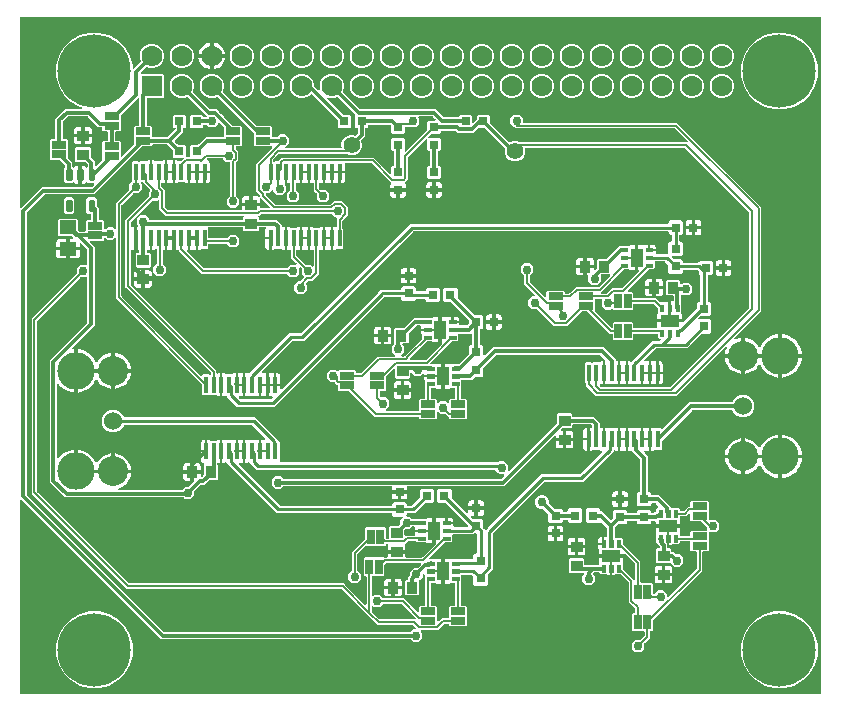
<source format=gbr>
G04 EAGLE Gerber RS-274X export*
G75*
%MOMM*%
%FSLAX34Y34*%
%LPD*%
%INTop Copper*%
%IPPOS*%
%AMOC8*
5,1,8,0,0,1.08239X$1,22.5*%
G01*
%ADD10R,1.778000X1.778000*%
%ADD11C,1.778000*%
%ADD12C,6.200000*%
%ADD13R,1.270000X0.635000*%
%ADD14R,0.800000X0.800000*%
%ADD15C,0.088900*%
%ADD16R,0.990600X1.600200*%
%ADD17C,0.295000*%
%ADD18R,0.635000X1.270000*%
%ADD19R,0.950000X1.000000*%
%ADD20R,1.600200X0.990600*%
%ADD21C,1.524000*%
%ADD22C,2.540000*%
%ADD23C,3.175000*%
%ADD24R,0.355600X1.473200*%
%ADD25R,1.000000X0.950000*%
%ADD26C,1.400000*%
%ADD27R,1.450000X1.150000*%
%ADD28C,0.304800*%
%ADD29C,0.656400*%
%ADD30C,0.756400*%
%ADD31C,0.152400*%
%ADD32C,0.254000*%

G36*
X687398Y10164D02*
X687398Y10164D01*
X687417Y10162D01*
X687519Y10184D01*
X687621Y10200D01*
X687638Y10210D01*
X687658Y10214D01*
X687747Y10267D01*
X687838Y10316D01*
X687852Y10330D01*
X687869Y10340D01*
X687936Y10419D01*
X688008Y10494D01*
X688016Y10512D01*
X688029Y10527D01*
X688068Y10623D01*
X688111Y10717D01*
X688113Y10737D01*
X688121Y10755D01*
X688139Y10922D01*
X688139Y582678D01*
X688136Y582698D01*
X688138Y582717D01*
X688116Y582819D01*
X688100Y582921D01*
X688090Y582938D01*
X688086Y582958D01*
X688033Y583047D01*
X687984Y583138D01*
X687970Y583152D01*
X687960Y583169D01*
X687881Y583236D01*
X687806Y583308D01*
X687788Y583316D01*
X687773Y583329D01*
X687677Y583368D01*
X687583Y583411D01*
X687563Y583413D01*
X687545Y583421D01*
X687378Y583439D01*
X10922Y583439D01*
X10902Y583436D01*
X10883Y583438D01*
X10781Y583416D01*
X10679Y583400D01*
X10662Y583390D01*
X10642Y583386D01*
X10553Y583333D01*
X10462Y583284D01*
X10448Y583270D01*
X10431Y583260D01*
X10364Y583181D01*
X10292Y583106D01*
X10284Y583088D01*
X10271Y583073D01*
X10232Y582977D01*
X10189Y582883D01*
X10187Y582863D01*
X10179Y582845D01*
X10161Y582678D01*
X10161Y422710D01*
X10172Y422639D01*
X10174Y422568D01*
X10192Y422519D01*
X10200Y422467D01*
X10234Y422404D01*
X10259Y422337D01*
X10291Y422296D01*
X10316Y422250D01*
X10368Y422201D01*
X10412Y422145D01*
X10456Y422116D01*
X10494Y422081D01*
X10559Y422050D01*
X10619Y422012D01*
X10670Y421999D01*
X10717Y421977D01*
X10788Y421969D01*
X10858Y421952D01*
X10910Y421956D01*
X10961Y421950D01*
X11032Y421965D01*
X11103Y421971D01*
X11151Y421991D01*
X11202Y422002D01*
X11263Y422039D01*
X11329Y422067D01*
X11385Y422112D01*
X11413Y422128D01*
X11428Y422146D01*
X11460Y422172D01*
X28589Y439301D01*
X70303Y439301D01*
X70393Y439315D01*
X70484Y439323D01*
X70514Y439335D01*
X70546Y439340D01*
X70627Y439383D01*
X70711Y439419D01*
X70743Y439445D01*
X70763Y439456D01*
X70786Y439479D01*
X70842Y439524D01*
X72874Y441556D01*
X72916Y441614D01*
X72965Y441666D01*
X72987Y441713D01*
X73017Y441755D01*
X73038Y441824D01*
X73069Y441889D01*
X73074Y441941D01*
X73090Y441991D01*
X73088Y442062D01*
X73096Y442133D01*
X73085Y442184D01*
X73083Y442236D01*
X73059Y442304D01*
X73043Y442374D01*
X73017Y442419D01*
X72999Y442467D01*
X72954Y442523D01*
X72917Y442585D01*
X72878Y442619D01*
X72845Y442659D01*
X72785Y442698D01*
X72730Y442745D01*
X72682Y442764D01*
X72638Y442792D01*
X72569Y442810D01*
X72502Y442837D01*
X72431Y442845D01*
X72400Y442853D01*
X72376Y442851D01*
X72335Y442855D01*
X67742Y442855D01*
X66921Y443677D01*
X66826Y443745D01*
X66729Y443817D01*
X66725Y443818D01*
X66721Y443820D01*
X66608Y443855D01*
X66494Y443892D01*
X66490Y443892D01*
X66486Y443893D01*
X66368Y443890D01*
X66248Y443888D01*
X66244Y443886D01*
X66240Y443886D01*
X66128Y443845D01*
X66016Y443806D01*
X66013Y443803D01*
X66009Y443802D01*
X65915Y443726D01*
X65823Y443654D01*
X65820Y443650D01*
X65817Y443648D01*
X65810Y443637D01*
X65723Y443519D01*
X65648Y443389D01*
X64901Y442642D01*
X63985Y442113D01*
X62964Y441839D01*
X62434Y441839D01*
X62434Y449167D01*
X62431Y449186D01*
X62433Y449206D01*
X62411Y449308D01*
X62395Y449410D01*
X62385Y449427D01*
X62381Y449447D01*
X62328Y449536D01*
X62279Y449627D01*
X62265Y449641D01*
X62255Y449658D01*
X62176Y449725D01*
X62101Y449796D01*
X62083Y449805D01*
X62068Y449818D01*
X61972Y449856D01*
X61927Y449877D01*
X61933Y449881D01*
X61953Y449885D01*
X62042Y449938D01*
X62133Y449987D01*
X62147Y450001D01*
X62164Y450011D01*
X62231Y450090D01*
X62303Y450165D01*
X62311Y450183D01*
X62324Y450198D01*
X62363Y450295D01*
X62406Y450388D01*
X62408Y450408D01*
X62416Y450426D01*
X62434Y450593D01*
X62434Y457921D01*
X62964Y457921D01*
X63985Y457647D01*
X64901Y457118D01*
X65648Y456371D01*
X65723Y456241D01*
X65799Y456148D01*
X65873Y456056D01*
X65876Y456054D01*
X65879Y456050D01*
X65980Y455987D01*
X66080Y455923D01*
X66084Y455922D01*
X66087Y455920D01*
X66203Y455892D01*
X66318Y455863D01*
X66323Y455863D01*
X66327Y455862D01*
X66445Y455873D01*
X66564Y455882D01*
X66568Y455884D01*
X66572Y455884D01*
X66680Y455932D01*
X66790Y455978D01*
X66794Y455981D01*
X66797Y455983D01*
X66807Y455992D01*
X66921Y456083D01*
X67188Y456351D01*
X67241Y456425D01*
X67301Y456494D01*
X67313Y456524D01*
X67332Y456550D01*
X67359Y456637D01*
X67393Y456722D01*
X67397Y456763D01*
X67404Y456785D01*
X67403Y456818D01*
X67411Y456889D01*
X67411Y458442D01*
X67397Y458532D01*
X67389Y458623D01*
X67377Y458653D01*
X67372Y458685D01*
X67329Y458765D01*
X67293Y458849D01*
X67267Y458881D01*
X67256Y458902D01*
X67233Y458924D01*
X67188Y458980D01*
X65686Y460482D01*
X65612Y460535D01*
X65543Y460595D01*
X65513Y460607D01*
X65486Y460626D01*
X65399Y460653D01*
X65315Y460687D01*
X65274Y460691D01*
X65251Y460698D01*
X65219Y460697D01*
X65148Y460705D01*
X57868Y460705D01*
X56975Y461598D01*
X56975Y472362D01*
X57868Y473255D01*
X69132Y473255D01*
X70025Y472362D01*
X70025Y465082D01*
X70039Y464992D01*
X70047Y464901D01*
X70059Y464871D01*
X70064Y464839D01*
X70107Y464759D01*
X70143Y464675D01*
X70169Y464643D01*
X70180Y464622D01*
X70203Y464600D01*
X70248Y464544D01*
X73509Y461283D01*
X73509Y457864D01*
X73520Y457793D01*
X73522Y457722D01*
X73540Y457673D01*
X73548Y457621D01*
X73582Y457558D01*
X73607Y457491D01*
X73639Y457450D01*
X73664Y457404D01*
X73715Y457355D01*
X73760Y457299D01*
X73804Y457270D01*
X73842Y457235D01*
X73907Y457204D01*
X73967Y457166D01*
X74018Y457153D01*
X74065Y457131D01*
X74136Y457123D01*
X74206Y457106D01*
X74258Y457110D01*
X74309Y457104D01*
X74380Y457119D01*
X74451Y457125D01*
X74499Y457145D01*
X74550Y457156D01*
X74611Y457193D01*
X74677Y457221D01*
X74733Y457266D01*
X74761Y457282D01*
X74776Y457300D01*
X74808Y457326D01*
X79532Y462050D01*
X79585Y462124D01*
X79645Y462193D01*
X79657Y462223D01*
X79676Y462250D01*
X79703Y462337D01*
X79737Y462421D01*
X79741Y462462D01*
X79748Y462485D01*
X79747Y462517D01*
X79755Y462588D01*
X79755Y477771D01*
X80648Y478664D01*
X83820Y478664D01*
X83840Y478667D01*
X83859Y478665D01*
X83961Y478687D01*
X84063Y478703D01*
X84080Y478713D01*
X84100Y478717D01*
X84189Y478770D01*
X84280Y478819D01*
X84294Y478833D01*
X84311Y478843D01*
X84378Y478922D01*
X84450Y478997D01*
X84458Y479015D01*
X84471Y479030D01*
X84510Y479126D01*
X84553Y479220D01*
X84555Y479240D01*
X84563Y479258D01*
X84581Y479425D01*
X84581Y485775D01*
X84578Y485795D01*
X84580Y485814D01*
X84558Y485916D01*
X84542Y486018D01*
X84532Y486035D01*
X84528Y486055D01*
X84475Y486144D01*
X84426Y486235D01*
X84412Y486249D01*
X84402Y486266D01*
X84323Y486333D01*
X84248Y486405D01*
X84230Y486413D01*
X84215Y486426D01*
X84119Y486465D01*
X84025Y486508D01*
X84005Y486510D01*
X83987Y486518D01*
X83820Y486536D01*
X80648Y486536D01*
X79755Y487429D01*
X79755Y489331D01*
X79752Y489351D01*
X79754Y489370D01*
X79732Y489472D01*
X79716Y489574D01*
X79706Y489591D01*
X79702Y489611D01*
X79649Y489700D01*
X79600Y489791D01*
X79586Y489805D01*
X79576Y489822D01*
X79497Y489889D01*
X79422Y489961D01*
X79404Y489969D01*
X79389Y489982D01*
X79293Y490021D01*
X79199Y490064D01*
X79179Y490066D01*
X79161Y490074D01*
X78994Y490092D01*
X76558Y490092D01*
X67540Y499110D01*
X67466Y499163D01*
X67397Y499223D01*
X67367Y499235D01*
X67340Y499254D01*
X67253Y499281D01*
X67169Y499315D01*
X67128Y499319D01*
X67105Y499326D01*
X67073Y499325D01*
X67002Y499333D01*
X51108Y499333D01*
X51018Y499319D01*
X50927Y499311D01*
X50897Y499299D01*
X50865Y499294D01*
X50785Y499251D01*
X50701Y499215D01*
X50669Y499189D01*
X50648Y499178D01*
X50626Y499155D01*
X50570Y499110D01*
X46452Y494992D01*
X46399Y494918D01*
X46339Y494849D01*
X46327Y494819D01*
X46308Y494792D01*
X46281Y494705D01*
X46247Y494621D01*
X46243Y494580D01*
X46236Y494557D01*
X46237Y494525D01*
X46229Y494454D01*
X46229Y480695D01*
X46232Y480675D01*
X46230Y480656D01*
X46252Y480554D01*
X46268Y480452D01*
X46278Y480435D01*
X46282Y480415D01*
X46335Y480326D01*
X46384Y480235D01*
X46398Y480221D01*
X46408Y480204D01*
X46487Y480137D01*
X46562Y480065D01*
X46580Y480057D01*
X46595Y480044D01*
X46691Y480005D01*
X46785Y479962D01*
X46805Y479960D01*
X46823Y479952D01*
X46990Y479934D01*
X50162Y479934D01*
X51055Y479041D01*
X51055Y463858D01*
X51057Y463842D01*
X51056Y463826D01*
X51070Y463760D01*
X51077Y463677D01*
X51089Y463647D01*
X51094Y463615D01*
X51107Y463593D01*
X51108Y463586D01*
X51126Y463556D01*
X51137Y463535D01*
X51173Y463451D01*
X51199Y463419D01*
X51210Y463398D01*
X51233Y463376D01*
X51278Y463320D01*
X52500Y462098D01*
X54509Y460089D01*
X54509Y456889D01*
X54523Y456799D01*
X54531Y456708D01*
X54543Y456678D01*
X54548Y456646D01*
X54591Y456566D01*
X54627Y456482D01*
X54653Y456449D01*
X54664Y456429D01*
X54687Y456407D01*
X54732Y456351D01*
X54999Y456083D01*
X55095Y456014D01*
X55191Y455943D01*
X55195Y455942D01*
X55199Y455940D01*
X55312Y455905D01*
X55426Y455868D01*
X55430Y455868D01*
X55434Y455867D01*
X55552Y455870D01*
X55672Y455872D01*
X55676Y455874D01*
X55680Y455874D01*
X55791Y455914D01*
X55904Y455954D01*
X55907Y455957D01*
X55911Y455958D01*
X56004Y456033D01*
X56097Y456106D01*
X56100Y456110D01*
X56103Y456112D01*
X56110Y456123D01*
X56197Y456241D01*
X56272Y456371D01*
X57019Y457118D01*
X57935Y457647D01*
X58956Y457921D01*
X59486Y457921D01*
X59486Y450593D01*
X59489Y450574D01*
X59487Y450554D01*
X59509Y450452D01*
X59525Y450350D01*
X59535Y450333D01*
X59539Y450313D01*
X59592Y450224D01*
X59641Y450133D01*
X59655Y450119D01*
X59665Y450102D01*
X59744Y450035D01*
X59819Y449964D01*
X59837Y449955D01*
X59852Y449942D01*
X59948Y449904D01*
X59993Y449883D01*
X59987Y449879D01*
X59967Y449875D01*
X59878Y449822D01*
X59787Y449773D01*
X59773Y449759D01*
X59756Y449749D01*
X59689Y449670D01*
X59617Y449595D01*
X59609Y449577D01*
X59596Y449562D01*
X59557Y449465D01*
X59514Y449372D01*
X59512Y449352D01*
X59504Y449334D01*
X59486Y449167D01*
X59486Y441839D01*
X58956Y441839D01*
X57935Y442113D01*
X57019Y442642D01*
X56272Y443389D01*
X56197Y443519D01*
X56121Y443612D01*
X56047Y443704D01*
X56044Y443706D01*
X56041Y443710D01*
X55940Y443773D01*
X55840Y443837D01*
X55836Y443838D01*
X55833Y443840D01*
X55717Y443868D01*
X55602Y443897D01*
X55597Y443897D01*
X55593Y443898D01*
X55474Y443887D01*
X55356Y443878D01*
X55353Y443876D01*
X55348Y443876D01*
X55239Y443828D01*
X55130Y443782D01*
X55126Y443779D01*
X55123Y443777D01*
X55113Y443768D01*
X54999Y443677D01*
X54178Y442855D01*
X48742Y442855D01*
X46985Y444612D01*
X46985Y455148D01*
X48188Y456351D01*
X48241Y456425D01*
X48301Y456494D01*
X48313Y456524D01*
X48332Y456550D01*
X48359Y456637D01*
X48393Y456722D01*
X48397Y456763D01*
X48404Y456785D01*
X48403Y456818D01*
X48411Y456889D01*
X48411Y457248D01*
X48397Y457338D01*
X48389Y457429D01*
X48377Y457459D01*
X48372Y457491D01*
X48329Y457571D01*
X48293Y457655D01*
X48267Y457687D01*
X48256Y457708D01*
X48233Y457730D01*
X48188Y457786D01*
X43791Y462183D01*
X43717Y462236D01*
X43648Y462296D01*
X43618Y462308D01*
X43591Y462327D01*
X43504Y462354D01*
X43420Y462388D01*
X43379Y462392D01*
X43356Y462399D01*
X43324Y462398D01*
X43253Y462406D01*
X36198Y462406D01*
X35305Y463299D01*
X35305Y479041D01*
X36198Y479934D01*
X39370Y479934D01*
X39390Y479937D01*
X39409Y479935D01*
X39511Y479957D01*
X39613Y479973D01*
X39630Y479983D01*
X39650Y479987D01*
X39739Y480040D01*
X39830Y480089D01*
X39844Y480103D01*
X39861Y480113D01*
X39928Y480192D01*
X40000Y480267D01*
X40008Y480285D01*
X40021Y480300D01*
X40060Y480396D01*
X40103Y480490D01*
X40105Y480510D01*
X40113Y480528D01*
X40131Y480695D01*
X40131Y497295D01*
X48267Y505431D01*
X62082Y505431D01*
X62106Y505435D01*
X62130Y505432D01*
X62227Y505454D01*
X62325Y505470D01*
X62346Y505482D01*
X62370Y505487D01*
X62455Y505539D01*
X62543Y505586D01*
X62559Y505603D01*
X62580Y505616D01*
X62643Y505692D01*
X62712Y505764D01*
X62722Y505786D01*
X62738Y505804D01*
X62774Y505897D01*
X62816Y505987D01*
X62818Y506011D01*
X62827Y506033D01*
X62832Y506133D01*
X62843Y506231D01*
X62838Y506255D01*
X62839Y506279D01*
X62812Y506375D01*
X62790Y506472D01*
X62778Y506492D01*
X62771Y506516D01*
X62715Y506598D01*
X62664Y506683D01*
X62646Y506699D01*
X62632Y506718D01*
X62553Y506778D01*
X62477Y506843D01*
X62455Y506852D01*
X62436Y506866D01*
X62279Y506927D01*
X60546Y507392D01*
X53129Y511674D01*
X47074Y517729D01*
X42792Y525146D01*
X40575Y533418D01*
X40575Y541982D01*
X42792Y550254D01*
X47074Y557671D01*
X53129Y563726D01*
X60546Y568008D01*
X68818Y570225D01*
X77382Y570225D01*
X85654Y568008D01*
X93071Y563726D01*
X99126Y557671D01*
X103408Y550254D01*
X105625Y541982D01*
X105625Y540374D01*
X105636Y540303D01*
X105638Y540232D01*
X105656Y540183D01*
X105664Y540131D01*
X105698Y540068D01*
X105723Y540001D01*
X105755Y539960D01*
X105780Y539914D01*
X105831Y539865D01*
X105876Y539809D01*
X105920Y539780D01*
X105958Y539745D01*
X106023Y539714D01*
X106083Y539676D01*
X106134Y539663D01*
X106181Y539641D01*
X106252Y539633D01*
X106322Y539616D01*
X106374Y539620D01*
X106425Y539614D01*
X106496Y539629D01*
X106567Y539635D01*
X106615Y539655D01*
X106666Y539666D01*
X106727Y539703D01*
X106793Y539731D01*
X106849Y539776D01*
X106877Y539792D01*
X106892Y539810D01*
X106924Y539836D01*
X112206Y545118D01*
X112274Y545212D01*
X112344Y545307D01*
X112346Y545313D01*
X112350Y545318D01*
X112384Y545429D01*
X112421Y545541D01*
X112420Y545547D01*
X112422Y545553D01*
X112419Y545670D01*
X112418Y545786D01*
X112416Y545794D01*
X112416Y545799D01*
X112410Y545816D01*
X112371Y545948D01*
X111385Y548328D01*
X111385Y552472D01*
X112971Y556300D01*
X115900Y559229D01*
X119728Y560815D01*
X123872Y560815D01*
X127700Y559229D01*
X130629Y556300D01*
X132215Y552472D01*
X132215Y548328D01*
X130629Y544500D01*
X127700Y541571D01*
X123872Y539985D01*
X119728Y539985D01*
X117348Y540971D01*
X117234Y540998D01*
X117120Y541027D01*
X117114Y541026D01*
X117108Y541028D01*
X116992Y541017D01*
X116875Y541008D01*
X116870Y541005D01*
X116863Y541005D01*
X116756Y540957D01*
X116649Y540911D01*
X116643Y540907D01*
X116639Y540905D01*
X116625Y540892D01*
X116518Y540806D01*
X112426Y536714D01*
X112384Y536656D01*
X112335Y536604D01*
X112313Y536557D01*
X112282Y536515D01*
X112261Y536446D01*
X112231Y536381D01*
X112225Y536329D01*
X112210Y536279D01*
X112212Y536208D01*
X112204Y536137D01*
X112215Y536086D01*
X112216Y536034D01*
X112241Y535966D01*
X112256Y535896D01*
X112283Y535852D01*
X112301Y535803D01*
X112346Y535747D01*
X112382Y535685D01*
X112422Y535651D01*
X112454Y535611D01*
X112515Y535572D01*
X112569Y535525D01*
X112618Y535506D01*
X112661Y535478D01*
X112731Y535460D01*
X112797Y535433D01*
X112869Y535425D01*
X112900Y535417D01*
X112923Y535419D01*
X112964Y535415D01*
X131322Y535415D01*
X132215Y534522D01*
X132215Y515478D01*
X131322Y514585D01*
X118110Y514585D01*
X118090Y514582D01*
X118071Y514584D01*
X117969Y514562D01*
X117867Y514546D01*
X117850Y514536D01*
X117830Y514532D01*
X117741Y514479D01*
X117650Y514430D01*
X117636Y514416D01*
X117619Y514406D01*
X117552Y514327D01*
X117480Y514252D01*
X117472Y514234D01*
X117459Y514219D01*
X117420Y514123D01*
X117377Y514029D01*
X117375Y514009D01*
X117367Y513991D01*
X117349Y513824D01*
X117349Y492125D01*
X117352Y492105D01*
X117350Y492086D01*
X117372Y491984D01*
X117388Y491882D01*
X117398Y491865D01*
X117402Y491845D01*
X117455Y491756D01*
X117504Y491665D01*
X117518Y491651D01*
X117528Y491634D01*
X117607Y491567D01*
X117682Y491495D01*
X117700Y491487D01*
X117715Y491474D01*
X117811Y491435D01*
X117905Y491392D01*
X117925Y491390D01*
X117943Y491382D01*
X118110Y491364D01*
X121282Y491364D01*
X122175Y490471D01*
X122175Y482346D01*
X122178Y482326D01*
X122176Y482307D01*
X122198Y482205D01*
X122214Y482103D01*
X122224Y482086D01*
X122228Y482066D01*
X122281Y481977D01*
X122330Y481886D01*
X122344Y481872D01*
X122354Y481855D01*
X122433Y481788D01*
X122508Y481716D01*
X122526Y481708D01*
X122541Y481695D01*
X122637Y481656D01*
X122731Y481613D01*
X122751Y481611D01*
X122769Y481603D01*
X122936Y481585D01*
X134686Y481585D01*
X134776Y481599D01*
X134867Y481607D01*
X134897Y481619D01*
X134929Y481624D01*
X135009Y481667D01*
X135093Y481703D01*
X135125Y481729D01*
X135146Y481740D01*
X135168Y481763D01*
X135224Y481808D01*
X141628Y488212D01*
X141681Y488286D01*
X141741Y488355D01*
X141753Y488385D01*
X141772Y488412D01*
X141799Y488499D01*
X141833Y488583D01*
X141837Y488624D01*
X141844Y488647D01*
X141843Y488679D01*
X141851Y488750D01*
X141851Y489014D01*
X141850Y489023D01*
X141850Y489026D01*
X141848Y489036D01*
X141850Y489053D01*
X141828Y489155D01*
X141812Y489257D01*
X141802Y489274D01*
X141798Y489294D01*
X141745Y489383D01*
X141696Y489474D01*
X141682Y489488D01*
X141672Y489505D01*
X141593Y489572D01*
X141518Y489644D01*
X141500Y489652D01*
X141485Y489665D01*
X141389Y489704D01*
X141295Y489747D01*
X141275Y489749D01*
X141257Y489757D01*
X141090Y489775D01*
X140268Y489775D01*
X139375Y490668D01*
X139375Y499932D01*
X140268Y500825D01*
X149532Y500825D01*
X150425Y499932D01*
X150425Y490668D01*
X149532Y489775D01*
X148710Y489775D01*
X148690Y489772D01*
X148671Y489774D01*
X148569Y489752D01*
X148467Y489736D01*
X148450Y489726D01*
X148430Y489722D01*
X148341Y489669D01*
X148250Y489620D01*
X148236Y489606D01*
X148219Y489596D01*
X148152Y489517D01*
X148080Y489442D01*
X148072Y489424D01*
X148059Y489409D01*
X148020Y489313D01*
X147977Y489219D01*
X147975Y489199D01*
X147967Y489181D01*
X147949Y489014D01*
X147949Y485909D01*
X141114Y479074D01*
X141102Y479058D01*
X141087Y479046D01*
X141031Y478958D01*
X140970Y478875D01*
X140964Y478856D01*
X140954Y478839D01*
X140928Y478738D01*
X140898Y478639D01*
X140898Y478620D01*
X140894Y478600D01*
X140902Y478497D01*
X140904Y478394D01*
X140911Y478375D01*
X140913Y478355D01*
X140953Y478260D01*
X140989Y478163D01*
X141001Y478147D01*
X141009Y478129D01*
X141114Y477998D01*
X143464Y475648D01*
X143538Y475595D01*
X143607Y475535D01*
X143637Y475523D01*
X143664Y475504D01*
X143751Y475477D01*
X143835Y475443D01*
X143876Y475439D01*
X143899Y475432D01*
X143931Y475433D01*
X144002Y475425D01*
X149532Y475425D01*
X150425Y474532D01*
X150425Y465328D01*
X150428Y465308D01*
X150426Y465289D01*
X150448Y465187D01*
X150464Y465085D01*
X150474Y465068D01*
X150478Y465048D01*
X150531Y464959D01*
X150580Y464868D01*
X150594Y464854D01*
X150604Y464837D01*
X150683Y464770D01*
X150758Y464698D01*
X150776Y464690D01*
X150791Y464677D01*
X150887Y464638D01*
X150981Y464595D01*
X151001Y464593D01*
X151019Y464585D01*
X151186Y464567D01*
X153614Y464567D01*
X153634Y464570D01*
X153653Y464568D01*
X153755Y464590D01*
X153857Y464606D01*
X153874Y464616D01*
X153894Y464620D01*
X153983Y464673D01*
X154074Y464722D01*
X154088Y464736D01*
X154105Y464746D01*
X154172Y464825D01*
X154244Y464900D01*
X154252Y464918D01*
X154265Y464933D01*
X154304Y465029D01*
X154347Y465123D01*
X154349Y465143D01*
X154357Y465161D01*
X154375Y465328D01*
X154375Y474532D01*
X155268Y475425D01*
X160798Y475425D01*
X160888Y475439D01*
X160979Y475447D01*
X161009Y475459D01*
X161041Y475464D01*
X161121Y475507D01*
X161205Y475543D01*
X161237Y475569D01*
X161258Y475580D01*
X161280Y475603D01*
X161336Y475648D01*
X167273Y481585D01*
X181864Y481585D01*
X181884Y481588D01*
X181903Y481586D01*
X182005Y481608D01*
X182107Y481624D01*
X182124Y481634D01*
X182144Y481638D01*
X182233Y481691D01*
X182324Y481740D01*
X182338Y481754D01*
X182355Y481764D01*
X182422Y481843D01*
X182494Y481918D01*
X182502Y481936D01*
X182515Y481951D01*
X182554Y482047D01*
X182597Y482141D01*
X182599Y482161D01*
X182607Y482179D01*
X182625Y482346D01*
X182625Y489912D01*
X182611Y490002D01*
X182603Y490093D01*
X182591Y490123D01*
X182586Y490155D01*
X182543Y490235D01*
X182507Y490319D01*
X182481Y490351D01*
X182470Y490372D01*
X182447Y490394D01*
X182402Y490450D01*
X179326Y493526D01*
X179268Y493568D01*
X179216Y493617D01*
X179169Y493639D01*
X179127Y493670D01*
X179058Y493691D01*
X178993Y493721D01*
X178941Y493727D01*
X178891Y493742D01*
X178820Y493740D01*
X178749Y493748D01*
X178698Y493737D01*
X178646Y493736D01*
X178578Y493711D01*
X178508Y493696D01*
X178464Y493669D01*
X178415Y493651D01*
X178359Y493606D01*
X178297Y493570D01*
X178263Y493530D01*
X178223Y493498D01*
X178184Y493437D01*
X178137Y493383D01*
X178118Y493334D01*
X178090Y493291D01*
X178072Y493221D01*
X178045Y493155D01*
X178041Y493116D01*
X174918Y489993D01*
X170522Y489993D01*
X168487Y492028D01*
X168413Y492081D01*
X168343Y492141D01*
X168313Y492153D01*
X168287Y492172D01*
X168200Y492199D01*
X168115Y492233D01*
X168074Y492237D01*
X168052Y492244D01*
X168020Y492243D01*
X167949Y492251D01*
X166186Y492251D01*
X166166Y492248D01*
X166147Y492250D01*
X166045Y492228D01*
X165943Y492212D01*
X165926Y492202D01*
X165906Y492198D01*
X165817Y492145D01*
X165726Y492096D01*
X165712Y492082D01*
X165695Y492072D01*
X165628Y491993D01*
X165556Y491918D01*
X165548Y491900D01*
X165535Y491885D01*
X165496Y491789D01*
X165453Y491695D01*
X165451Y491675D01*
X165443Y491657D01*
X165425Y491490D01*
X165425Y490668D01*
X164532Y489775D01*
X155268Y489775D01*
X154375Y490668D01*
X154375Y499932D01*
X155268Y500825D01*
X164532Y500825D01*
X165425Y499932D01*
X165425Y499110D01*
X165428Y499090D01*
X165426Y499071D01*
X165448Y498969D01*
X165464Y498867D01*
X165474Y498850D01*
X165478Y498830D01*
X165531Y498741D01*
X165580Y498650D01*
X165594Y498636D01*
X165604Y498619D01*
X165683Y498552D01*
X165758Y498480D01*
X165776Y498472D01*
X165791Y498459D01*
X165887Y498420D01*
X165981Y498377D01*
X166001Y498375D01*
X166019Y498367D01*
X166186Y498349D01*
X167702Y498349D01*
X167773Y498360D01*
X167844Y498362D01*
X167893Y498380D01*
X167945Y498388D01*
X168008Y498422D01*
X168075Y498447D01*
X168116Y498479D01*
X168162Y498504D01*
X168211Y498555D01*
X168267Y498600D01*
X168296Y498644D01*
X168331Y498682D01*
X168362Y498747D01*
X168400Y498807D01*
X168413Y498858D01*
X168435Y498905D01*
X168443Y498976D01*
X168460Y499046D01*
X168456Y499098D01*
X168462Y499149D01*
X168447Y499220D01*
X168441Y499291D01*
X168421Y499339D01*
X168410Y499390D01*
X168373Y499451D01*
X168345Y499517D01*
X168300Y499573D01*
X168284Y499601D01*
X168266Y499616D01*
X168240Y499648D01*
X152482Y515406D01*
X152388Y515474D01*
X152293Y515544D01*
X152287Y515546D01*
X152282Y515550D01*
X152171Y515584D01*
X152059Y515621D01*
X152053Y515620D01*
X152047Y515622D01*
X151930Y515619D01*
X151814Y515618D01*
X151806Y515616D01*
X151801Y515616D01*
X151784Y515610D01*
X151652Y515571D01*
X149272Y514585D01*
X145128Y514585D01*
X141300Y516171D01*
X138371Y519100D01*
X136785Y522928D01*
X136785Y527072D01*
X138371Y530900D01*
X141300Y533829D01*
X145128Y535415D01*
X149272Y535415D01*
X153100Y533829D01*
X156029Y530900D01*
X157615Y527072D01*
X157615Y522928D01*
X156629Y520548D01*
X156602Y520434D01*
X156573Y520320D01*
X156574Y520314D01*
X156572Y520308D01*
X156583Y520192D01*
X156592Y520075D01*
X156595Y520070D01*
X156595Y520063D01*
X156643Y519956D01*
X156689Y519849D01*
X156693Y519843D01*
X156695Y519839D01*
X156708Y519825D01*
X156794Y519718D01*
X171110Y505402D01*
X171184Y505349D01*
X171253Y505289D01*
X171283Y505277D01*
X171310Y505258D01*
X171397Y505231D01*
X171481Y505197D01*
X171522Y505193D01*
X171545Y505186D01*
X171577Y505187D01*
X171648Y505179D01*
X176812Y505179D01*
X178821Y503170D01*
X180590Y501401D01*
X182599Y499392D01*
X182599Y499192D01*
X182613Y499102D01*
X182621Y499011D01*
X182633Y498981D01*
X182638Y498949D01*
X182681Y498869D01*
X182717Y498785D01*
X182743Y498753D01*
X182754Y498732D01*
X182777Y498710D01*
X182822Y498654D01*
X189889Y491587D01*
X189963Y491534D01*
X190032Y491474D01*
X190062Y491462D01*
X190089Y491443D01*
X190176Y491416D01*
X190260Y491382D01*
X190301Y491378D01*
X190324Y491371D01*
X190356Y491372D01*
X190427Y491364D01*
X197482Y491364D01*
X198375Y490471D01*
X198375Y474729D01*
X197482Y473836D01*
X193548Y473836D01*
X193528Y473833D01*
X193509Y473835D01*
X193407Y473813D01*
X193305Y473797D01*
X193288Y473787D01*
X193268Y473783D01*
X193179Y473730D01*
X193088Y473681D01*
X193074Y473667D01*
X193057Y473657D01*
X192990Y473578D01*
X192918Y473503D01*
X192910Y473485D01*
X192897Y473470D01*
X192858Y473374D01*
X192815Y473280D01*
X192813Y473260D01*
X192805Y473242D01*
X192787Y473075D01*
X192787Y472124D01*
X192801Y472034D01*
X192809Y471943D01*
X192821Y471913D01*
X192826Y471881D01*
X192869Y471801D01*
X192905Y471717D01*
X192931Y471685D01*
X192942Y471664D01*
X192965Y471642D01*
X193010Y471586D01*
X195045Y469551D01*
X195045Y462629D01*
X193010Y460594D01*
X192967Y460535D01*
X192922Y460488D01*
X192914Y460471D01*
X192897Y460451D01*
X192885Y460421D01*
X192866Y460395D01*
X192841Y460314D01*
X192818Y460264D01*
X192817Y460252D01*
X192805Y460223D01*
X192801Y460182D01*
X192794Y460159D01*
X192795Y460127D01*
X192787Y460056D01*
X192787Y432817D01*
X192801Y432727D01*
X192809Y432636D01*
X192821Y432607D01*
X192826Y432575D01*
X192869Y432494D01*
X192905Y432410D01*
X192931Y432378D01*
X192942Y432357D01*
X192965Y432335D01*
X193010Y432279D01*
X195807Y429482D01*
X195807Y425086D01*
X192698Y421977D01*
X188302Y421977D01*
X185193Y425086D01*
X185193Y429482D01*
X187990Y432279D01*
X188043Y432353D01*
X188103Y432423D01*
X188115Y432453D01*
X188134Y432479D01*
X188161Y432566D01*
X188195Y432651D01*
X188199Y432692D01*
X188206Y432714D01*
X188205Y432746D01*
X188213Y432817D01*
X188213Y460022D01*
X188210Y460042D01*
X188212Y460061D01*
X188190Y460163D01*
X188174Y460265D01*
X188164Y460282D01*
X188160Y460302D01*
X188107Y460391D01*
X188058Y460482D01*
X188044Y460496D01*
X188034Y460513D01*
X187955Y460580D01*
X187880Y460652D01*
X187862Y460660D01*
X187847Y460673D01*
X187751Y460712D01*
X187657Y460755D01*
X187637Y460757D01*
X187619Y460765D01*
X187452Y460783D01*
X184492Y460783D01*
X181695Y463580D01*
X181621Y463633D01*
X181551Y463693D01*
X181521Y463705D01*
X181495Y463724D01*
X181408Y463751D01*
X181323Y463785D01*
X181282Y463789D01*
X181260Y463796D01*
X181228Y463795D01*
X181157Y463803D01*
X168972Y463803D01*
X168882Y463789D01*
X168791Y463781D01*
X168761Y463769D01*
X168729Y463764D01*
X168649Y463721D01*
X168564Y463685D01*
X168532Y463659D01*
X168512Y463648D01*
X168489Y463625D01*
X168433Y463580D01*
X168351Y463498D01*
X168296Y463421D01*
X168234Y463348D01*
X168224Y463321D01*
X168208Y463298D01*
X168180Y463207D01*
X168145Y463118D01*
X168144Y463090D01*
X168135Y463063D01*
X168138Y462968D01*
X168133Y462873D01*
X168141Y462846D01*
X168142Y462818D01*
X168174Y462728D01*
X168200Y462636D01*
X168216Y462613D01*
X168226Y462586D01*
X168286Y462512D01*
X168340Y462433D01*
X168362Y462416D01*
X168380Y462394D01*
X168460Y462343D01*
X168536Y462285D01*
X168569Y462273D01*
X168587Y462261D01*
X168618Y462253D01*
X168692Y462224D01*
X169129Y462108D01*
X169708Y461773D01*
X170181Y461300D01*
X170516Y460721D01*
X170689Y460074D01*
X170689Y453262D01*
X166497Y453262D01*
X166478Y453259D01*
X166458Y453261D01*
X166388Y453246D01*
X166243Y453262D01*
X160147Y453262D01*
X160128Y453259D01*
X160108Y453261D01*
X160038Y453246D01*
X159893Y453262D01*
X153543Y453262D01*
X153524Y453259D01*
X153504Y453261D01*
X153402Y453239D01*
X153300Y453223D01*
X153283Y453213D01*
X153263Y453209D01*
X153174Y453156D01*
X153083Y453107D01*
X153069Y453093D01*
X153052Y453083D01*
X152985Y453004D01*
X152914Y452929D01*
X152905Y452911D01*
X152892Y452896D01*
X152888Y452884D01*
X152829Y452853D01*
X152815Y452839D01*
X152798Y452829D01*
X152731Y452750D01*
X152659Y452675D01*
X152651Y452657D01*
X152638Y452642D01*
X152599Y452545D01*
X152556Y452452D01*
X152554Y452432D01*
X152546Y452414D01*
X152528Y452247D01*
X152528Y442467D01*
X151304Y442467D01*
X150657Y442640D01*
X150078Y442975D01*
X149793Y443260D01*
X149719Y443313D01*
X149649Y443373D01*
X149619Y443385D01*
X149593Y443404D01*
X149506Y443431D01*
X149421Y443465D01*
X149380Y443469D01*
X149358Y443476D01*
X149326Y443475D01*
X149254Y443483D01*
X144624Y443483D01*
X144534Y443469D01*
X144443Y443461D01*
X144413Y443449D01*
X144381Y443444D01*
X144300Y443401D01*
X144216Y443365D01*
X144184Y443339D01*
X144164Y443328D01*
X144141Y443305D01*
X144085Y443260D01*
X143800Y442975D01*
X143221Y442640D01*
X142574Y442467D01*
X141350Y442467D01*
X141350Y452247D01*
X141347Y452266D01*
X141349Y452286D01*
X141334Y452356D01*
X141350Y452501D01*
X141350Y462281D01*
X142574Y462281D01*
X143221Y462108D01*
X143800Y461773D01*
X144085Y461488D01*
X144159Y461435D01*
X144229Y461375D01*
X144259Y461363D01*
X144285Y461344D01*
X144372Y461317D01*
X144457Y461283D01*
X144498Y461279D01*
X144520Y461272D01*
X144552Y461273D01*
X144624Y461265D01*
X146381Y461265D01*
X146471Y461279D01*
X146562Y461287D01*
X146591Y461299D01*
X146623Y461304D01*
X146704Y461347D01*
X146788Y461383D01*
X146820Y461409D01*
X146841Y461420D01*
X146863Y461443D01*
X146919Y461488D01*
X148435Y463004D01*
X148507Y463076D01*
X148549Y463134D01*
X148598Y463186D01*
X148620Y463233D01*
X148650Y463275D01*
X148672Y463344D01*
X148702Y463409D01*
X148708Y463461D01*
X148723Y463510D01*
X148721Y463582D01*
X148729Y463653D01*
X148718Y463704D01*
X148717Y463756D01*
X148692Y463824D01*
X148677Y463894D01*
X148650Y463939D01*
X148632Y463987D01*
X148587Y464043D01*
X148550Y464105D01*
X148511Y464139D01*
X148478Y464179D01*
X148418Y464218D01*
X148364Y464265D01*
X148315Y464284D01*
X148272Y464312D01*
X148202Y464330D01*
X148135Y464357D01*
X148064Y464365D01*
X148033Y464373D01*
X148010Y464371D01*
X147969Y464375D01*
X140268Y464375D01*
X139375Y465268D01*
X139375Y470798D01*
X139361Y470888D01*
X139353Y470979D01*
X139341Y471009D01*
X139336Y471041D01*
X139293Y471121D01*
X139257Y471205D01*
X139231Y471237D01*
X139220Y471258D01*
X139197Y471280D01*
X139152Y471336D01*
X135224Y475264D01*
X135150Y475317D01*
X135081Y475377D01*
X135051Y475389D01*
X135024Y475408D01*
X134937Y475435D01*
X134853Y475469D01*
X134812Y475473D01*
X134789Y475480D01*
X134757Y475479D01*
X134686Y475487D01*
X122936Y475487D01*
X122916Y475484D01*
X122897Y475486D01*
X122795Y475464D01*
X122693Y475448D01*
X122676Y475438D01*
X122656Y475434D01*
X122567Y475381D01*
X122476Y475332D01*
X122462Y475318D01*
X122445Y475308D01*
X122378Y475229D01*
X122306Y475154D01*
X122298Y475136D01*
X122285Y475121D01*
X122246Y475025D01*
X122203Y474931D01*
X122201Y474911D01*
X122193Y474893D01*
X122175Y474730D01*
X121282Y473836D01*
X114093Y473836D01*
X114003Y473822D01*
X113912Y473814D01*
X113882Y473802D01*
X113850Y473797D01*
X113769Y473754D01*
X113685Y473718D01*
X113653Y473692D01*
X113633Y473681D01*
X113610Y473658D01*
X113554Y473613D01*
X73144Y433203D01*
X31430Y433203D01*
X31340Y433189D01*
X31249Y433181D01*
X31219Y433169D01*
X31187Y433164D01*
X31107Y433121D01*
X31023Y433085D01*
X30991Y433059D01*
X30970Y433048D01*
X30948Y433025D01*
X30892Y432980D01*
X15972Y418060D01*
X15919Y417986D01*
X15859Y417917D01*
X15847Y417887D01*
X15828Y417860D01*
X15801Y417773D01*
X15767Y417689D01*
X15763Y417648D01*
X15756Y417625D01*
X15757Y417593D01*
X15749Y417522D01*
X15749Y179378D01*
X15763Y179288D01*
X15771Y179197D01*
X15783Y179167D01*
X15788Y179135D01*
X15831Y179055D01*
X15867Y178971D01*
X15893Y178939D01*
X15904Y178918D01*
X15927Y178896D01*
X15972Y178840D01*
X131850Y62962D01*
X131924Y62909D01*
X131993Y62849D01*
X132023Y62837D01*
X132050Y62818D01*
X132137Y62791D01*
X132221Y62757D01*
X132262Y62753D01*
X132285Y62746D01*
X132317Y62747D01*
X132388Y62739D01*
X340669Y62739D01*
X340759Y62753D01*
X340850Y62761D01*
X340879Y62773D01*
X340911Y62778D01*
X340992Y62821D01*
X341076Y62857D01*
X341108Y62883D01*
X341129Y62894D01*
X341151Y62917D01*
X341207Y62962D01*
X343242Y64997D01*
X344910Y64997D01*
X344980Y65008D01*
X345052Y65010D01*
X345101Y65028D01*
X345152Y65036D01*
X345216Y65070D01*
X345283Y65095D01*
X345324Y65127D01*
X345370Y65152D01*
X345419Y65204D01*
X345475Y65248D01*
X345503Y65292D01*
X345539Y65330D01*
X345569Y65395D01*
X345608Y65455D01*
X345621Y65506D01*
X345643Y65553D01*
X345651Y65624D01*
X345668Y65694D01*
X345664Y65746D01*
X345670Y65797D01*
X345655Y65868D01*
X345649Y65939D01*
X345629Y65987D01*
X345618Y66038D01*
X345581Y66099D01*
X345553Y66165D01*
X345508Y66221D01*
X345491Y66249D01*
X345474Y66264D01*
X345448Y66296D01*
X343134Y68610D01*
X343060Y68663D01*
X342990Y68723D01*
X342960Y68735D01*
X342934Y68754D01*
X342847Y68781D01*
X342762Y68815D01*
X342721Y68819D01*
X342699Y68826D01*
X342667Y68825D01*
X342596Y68833D01*
X312743Y68833D01*
X282486Y99090D01*
X282412Y99143D01*
X282342Y99203D01*
X282312Y99215D01*
X282286Y99234D01*
X282199Y99261D01*
X282114Y99295D01*
X282073Y99299D01*
X282051Y99306D01*
X282019Y99305D01*
X281947Y99313D01*
X100653Y99313D01*
X99090Y100876D01*
X20065Y179901D01*
X20065Y328099D01*
X57970Y366004D01*
X58023Y366078D01*
X58083Y366148D01*
X58095Y366178D01*
X58114Y366204D01*
X58141Y366291D01*
X58175Y366376D01*
X58179Y366417D01*
X58186Y366439D01*
X58185Y366471D01*
X58193Y366542D01*
X58193Y370498D01*
X61302Y373607D01*
X65698Y373607D01*
X65982Y373323D01*
X66040Y373281D01*
X66092Y373232D01*
X66139Y373210D01*
X66181Y373180D01*
X66250Y373158D01*
X66315Y373128D01*
X66367Y373123D01*
X66417Y373107D01*
X66488Y373109D01*
X66559Y373101D01*
X66610Y373112D01*
X66662Y373114D01*
X66730Y373138D01*
X66800Y373153D01*
X66845Y373180D01*
X66893Y373198D01*
X66949Y373243D01*
X67011Y373280D01*
X67045Y373319D01*
X67085Y373352D01*
X67124Y373412D01*
X67171Y373467D01*
X67190Y373515D01*
X67218Y373559D01*
X67236Y373628D01*
X67263Y373695D01*
X67271Y373766D01*
X67279Y373797D01*
X67277Y373820D01*
X67281Y373861D01*
X67281Y385982D01*
X67267Y386072D01*
X67259Y386163D01*
X67247Y386193D01*
X67242Y386225D01*
X67199Y386306D01*
X67163Y386390D01*
X67137Y386422D01*
X67126Y386442D01*
X67103Y386465D01*
X67058Y386521D01*
X61890Y391689D01*
X61832Y391731D01*
X61780Y391780D01*
X61733Y391802D01*
X61691Y391832D01*
X61622Y391853D01*
X61557Y391884D01*
X61505Y391889D01*
X61455Y391905D01*
X61384Y391903D01*
X61313Y391911D01*
X61262Y391900D01*
X61210Y391898D01*
X61142Y391874D01*
X61072Y391858D01*
X61027Y391832D01*
X60979Y391814D01*
X60923Y391769D01*
X60861Y391732D01*
X60827Y391693D01*
X60787Y391660D01*
X60748Y391600D01*
X60701Y391545D01*
X60682Y391497D01*
X60654Y391453D01*
X60636Y391384D01*
X60609Y391317D01*
X60601Y391246D01*
X60593Y391215D01*
X60595Y391191D01*
X60591Y391150D01*
X60591Y388763D01*
X52323Y388763D01*
X52323Y395531D01*
X54360Y395531D01*
X54431Y395542D01*
X54502Y395544D01*
X54551Y395562D01*
X54603Y395570D01*
X54666Y395604D01*
X54733Y395629D01*
X54774Y395661D01*
X54820Y395686D01*
X54869Y395738D01*
X54925Y395782D01*
X54954Y395826D01*
X54989Y395864D01*
X55020Y395929D01*
X55058Y395989D01*
X55071Y396040D01*
X55093Y396087D01*
X55101Y396158D01*
X55118Y396228D01*
X55114Y396280D01*
X55120Y396331D01*
X55105Y396402D01*
X55099Y396473D01*
X55079Y396521D01*
X55068Y396572D01*
X55031Y396633D01*
X55003Y396699D01*
X54958Y396755D01*
X54942Y396783D01*
X54924Y396798D01*
X54898Y396830D01*
X53986Y397742D01*
X53912Y397795D01*
X53843Y397855D01*
X53813Y397867D01*
X53786Y397886D01*
X53699Y397913D01*
X53615Y397947D01*
X53574Y397951D01*
X53551Y397958D01*
X53519Y397957D01*
X53448Y397965D01*
X42918Y397965D01*
X42025Y398858D01*
X42025Y411622D01*
X42918Y412515D01*
X58682Y412515D01*
X59575Y411622D01*
X59575Y402943D01*
X59576Y402932D01*
X59576Y402926D01*
X59582Y402895D01*
X59589Y402853D01*
X59597Y402762D01*
X59609Y402732D01*
X59614Y402700D01*
X59657Y402619D01*
X59693Y402535D01*
X59719Y402503D01*
X59730Y402483D01*
X59753Y402460D01*
X59798Y402404D01*
X60404Y401798D01*
X60478Y401745D01*
X60548Y401685D01*
X60578Y401673D01*
X60604Y401654D01*
X60691Y401627D01*
X60776Y401593D01*
X60817Y401589D01*
X60839Y401582D01*
X60871Y401583D01*
X60943Y401575D01*
X65024Y401575D01*
X65044Y401578D01*
X65063Y401576D01*
X65165Y401598D01*
X65267Y401614D01*
X65284Y401624D01*
X65304Y401628D01*
X65393Y401681D01*
X65484Y401730D01*
X65498Y401744D01*
X65515Y401754D01*
X65582Y401833D01*
X65654Y401908D01*
X65662Y401926D01*
X65675Y401941D01*
X65714Y402037D01*
X65757Y402131D01*
X65759Y402151D01*
X65767Y402169D01*
X65785Y402336D01*
X65785Y410461D01*
X66678Y411354D01*
X69850Y411354D01*
X69870Y411357D01*
X69889Y411355D01*
X69991Y411377D01*
X70093Y411393D01*
X70110Y411403D01*
X70130Y411407D01*
X70219Y411460D01*
X70310Y411509D01*
X70324Y411523D01*
X70341Y411533D01*
X70408Y411612D01*
X70480Y411687D01*
X70488Y411705D01*
X70501Y411720D01*
X70540Y411816D01*
X70583Y411910D01*
X70585Y411930D01*
X70593Y411948D01*
X70611Y412115D01*
X70611Y416094D01*
X70608Y416114D01*
X70610Y416133D01*
X70588Y416235D01*
X70572Y416337D01*
X70562Y416354D01*
X70558Y416374D01*
X70505Y416463D01*
X70456Y416554D01*
X70442Y416568D01*
X70432Y416585D01*
X70353Y416652D01*
X70278Y416724D01*
X70260Y416732D01*
X70245Y416745D01*
X70149Y416784D01*
X70055Y416827D01*
X70035Y416829D01*
X70017Y416837D01*
X69850Y416855D01*
X67742Y416855D01*
X65985Y418612D01*
X65985Y429148D01*
X67742Y430905D01*
X73178Y430905D01*
X74935Y429148D01*
X74935Y424032D01*
X74949Y423942D01*
X74957Y423851D01*
X74969Y423821D01*
X74974Y423789D01*
X75017Y423709D01*
X75053Y423625D01*
X75079Y423593D01*
X75090Y423572D01*
X75113Y423550D01*
X75158Y423494D01*
X76709Y421943D01*
X76709Y412115D01*
X76712Y412095D01*
X76710Y412076D01*
X76732Y411974D01*
X76748Y411872D01*
X76758Y411855D01*
X76762Y411835D01*
X76815Y411746D01*
X76864Y411655D01*
X76878Y411641D01*
X76888Y411624D01*
X76967Y411557D01*
X77042Y411485D01*
X77060Y411477D01*
X77075Y411464D01*
X77171Y411425D01*
X77265Y411382D01*
X77285Y411380D01*
X77303Y411372D01*
X77470Y411354D01*
X80642Y411354D01*
X81535Y410461D01*
X81535Y404303D01*
X81546Y404232D01*
X81548Y404160D01*
X81566Y404111D01*
X81574Y404060D01*
X81608Y403996D01*
X81633Y403929D01*
X81665Y403888D01*
X81690Y403842D01*
X81742Y403793D01*
X81786Y403737D01*
X81830Y403709D01*
X81868Y403673D01*
X81933Y403643D01*
X81993Y403604D01*
X82044Y403591D01*
X82091Y403569D01*
X82162Y403562D01*
X82232Y403544D01*
X82284Y403548D01*
X82335Y403542D01*
X82406Y403558D01*
X82477Y403563D01*
X82525Y403584D01*
X82576Y403595D01*
X82637Y403631D01*
X82703Y403659D01*
X82759Y403704D01*
X82787Y403721D01*
X82802Y403739D01*
X82834Y403764D01*
X84294Y405224D01*
X88691Y405224D01*
X90140Y403775D01*
X90198Y403733D01*
X90250Y403684D01*
X90297Y403662D01*
X90339Y403632D01*
X90408Y403610D01*
X90473Y403580D01*
X90525Y403575D01*
X90575Y403559D01*
X90646Y403561D01*
X90717Y403553D01*
X90768Y403564D01*
X90820Y403566D01*
X90888Y403590D01*
X90958Y403605D01*
X91003Y403632D01*
X91051Y403650D01*
X91107Y403695D01*
X91169Y403732D01*
X91203Y403771D01*
X91243Y403804D01*
X91282Y403864D01*
X91329Y403919D01*
X91348Y403967D01*
X91376Y404011D01*
X91394Y404080D01*
X91421Y404147D01*
X91429Y404218D01*
X91437Y404249D01*
X91435Y404272D01*
X91439Y404313D01*
X91439Y426143D01*
X102420Y437124D01*
X102473Y437198D01*
X102533Y437268D01*
X102545Y437298D01*
X102564Y437324D01*
X102591Y437411D01*
X102625Y437496D01*
X102629Y437537D01*
X102636Y437559D01*
X102635Y437591D01*
X102643Y437663D01*
X102643Y441618D01*
X104486Y443461D01*
X104498Y443477D01*
X104513Y443490D01*
X104569Y443577D01*
X104630Y443661D01*
X104636Y443680D01*
X104646Y443697D01*
X104672Y443797D01*
X104702Y443896D01*
X104702Y443916D01*
X104706Y443935D01*
X104698Y444038D01*
X104696Y444142D01*
X104689Y444161D01*
X104687Y444180D01*
X104647Y444274D01*
X104647Y460372D01*
X105540Y461265D01*
X110360Y461265D01*
X110587Y461038D01*
X110603Y461026D01*
X110615Y461010D01*
X110680Y460969D01*
X110724Y460931D01*
X110749Y460921D01*
X110786Y460894D01*
X110805Y460888D01*
X110822Y460877D01*
X110916Y460854D01*
X110952Y460839D01*
X110972Y460837D01*
X111022Y460822D01*
X111042Y460822D01*
X111061Y460817D01*
X111113Y460821D01*
X111119Y460821D01*
X111131Y460821D01*
X111155Y460825D01*
X111164Y460825D01*
X111267Y460828D01*
X111286Y460835D01*
X111306Y460836D01*
X111355Y460857D01*
X111374Y460860D01*
X111413Y460881D01*
X111498Y460912D01*
X111514Y460925D01*
X111532Y460933D01*
X111575Y460967D01*
X111591Y460976D01*
X111609Y460994D01*
X111663Y461038D01*
X111890Y461265D01*
X116742Y461265D01*
X116832Y461279D01*
X116923Y461287D01*
X116953Y461299D01*
X116985Y461304D01*
X117066Y461347D01*
X117150Y461383D01*
X117182Y461409D01*
X117202Y461420D01*
X117225Y461443D01*
X117281Y461488D01*
X117566Y461773D01*
X118145Y462108D01*
X118792Y462281D01*
X120016Y462281D01*
X120016Y452501D01*
X120019Y452482D01*
X120017Y452462D01*
X120039Y452360D01*
X120055Y452258D01*
X120065Y452241D01*
X120069Y452221D01*
X120122Y452132D01*
X120171Y452041D01*
X120185Y452027D01*
X120195Y452010D01*
X120274Y451943D01*
X120349Y451872D01*
X120367Y451863D01*
X120382Y451850D01*
X120478Y451812D01*
X120572Y451768D01*
X120592Y451766D01*
X120610Y451758D01*
X120777Y451740D01*
X121031Y451740D01*
X121051Y451743D01*
X121070Y451741D01*
X121172Y451763D01*
X121274Y451780D01*
X121291Y451789D01*
X121311Y451793D01*
X121400Y451846D01*
X121491Y451895D01*
X121505Y451909D01*
X121522Y451919D01*
X121589Y451998D01*
X121661Y452073D01*
X121669Y452091D01*
X121682Y452106D01*
X121721Y452203D01*
X121764Y452296D01*
X121766Y452316D01*
X121774Y452334D01*
X121792Y452501D01*
X121792Y462281D01*
X123016Y462281D01*
X123663Y462108D01*
X124242Y461773D01*
X124527Y461488D01*
X124601Y461435D01*
X124671Y461375D01*
X124701Y461363D01*
X124727Y461344D01*
X124814Y461317D01*
X124899Y461283D01*
X124940Y461279D01*
X124962Y461272D01*
X124994Y461273D01*
X125066Y461265D01*
X129696Y461265D01*
X129786Y461279D01*
X129877Y461287D01*
X129907Y461299D01*
X129939Y461304D01*
X130020Y461347D01*
X130104Y461383D01*
X130136Y461409D01*
X130156Y461420D01*
X130179Y461443D01*
X130235Y461488D01*
X130520Y461773D01*
X131099Y462108D01*
X131746Y462281D01*
X132970Y462281D01*
X132970Y452501D01*
X132973Y452482D01*
X132971Y452462D01*
X132986Y452392D01*
X132970Y452247D01*
X132970Y442467D01*
X131746Y442467D01*
X131099Y442640D01*
X130937Y442734D01*
X130847Y442768D01*
X130761Y442808D01*
X130733Y442811D01*
X130707Y442821D01*
X130611Y442825D01*
X130517Y442835D01*
X130489Y442829D01*
X130461Y442830D01*
X130369Y442803D01*
X130276Y442783D01*
X130252Y442769D01*
X130225Y442761D01*
X130147Y442706D01*
X130065Y442657D01*
X130047Y442635D01*
X130024Y442619D01*
X129967Y442543D01*
X129905Y442470D01*
X129895Y442444D01*
X129878Y442421D01*
X129849Y442330D01*
X129813Y442242D01*
X129809Y442207D01*
X129803Y442187D01*
X129803Y442154D01*
X129795Y442075D01*
X129795Y440148D01*
X129809Y440058D01*
X129817Y439967D01*
X129829Y439937D01*
X129834Y439905D01*
X129877Y439825D01*
X129913Y439741D01*
X129939Y439709D01*
X129950Y439688D01*
X129973Y439666D01*
X130018Y439610D01*
X132815Y436813D01*
X132815Y423185D01*
X132829Y423094D01*
X132837Y423004D01*
X132849Y422974D01*
X132854Y422942D01*
X132897Y422861D01*
X132933Y422777D01*
X132959Y422745D01*
X132970Y422724D01*
X132993Y422702D01*
X133038Y422646D01*
X135650Y420034D01*
X135724Y419981D01*
X135794Y419921D01*
X135824Y419909D01*
X135850Y419890D01*
X135937Y419863D01*
X136022Y419829D01*
X136063Y419825D01*
X136085Y419818D01*
X136117Y419819D01*
X136189Y419811D01*
X197438Y419811D01*
X197458Y419814D01*
X197477Y419812D01*
X197579Y419834D01*
X197681Y419850D01*
X197698Y419860D01*
X197718Y419864D01*
X197807Y419917D01*
X197898Y419966D01*
X197912Y419980D01*
X197929Y419990D01*
X197996Y420069D01*
X198068Y420144D01*
X198076Y420162D01*
X198089Y420177D01*
X198128Y420273D01*
X198171Y420367D01*
X198173Y420387D01*
X198181Y420405D01*
X198199Y420572D01*
X198199Y423037D01*
X204978Y423037D01*
X204998Y423040D01*
X205017Y423038D01*
X205119Y423060D01*
X205221Y423077D01*
X205238Y423086D01*
X205258Y423090D01*
X205347Y423143D01*
X205438Y423192D01*
X205452Y423206D01*
X205469Y423216D01*
X205536Y423295D01*
X205607Y423370D01*
X205616Y423388D01*
X205629Y423403D01*
X205668Y423499D01*
X205711Y423593D01*
X205713Y423613D01*
X205721Y423631D01*
X205739Y423798D01*
X205739Y424561D01*
X205741Y424561D01*
X205741Y423798D01*
X205744Y423778D01*
X205742Y423759D01*
X205764Y423657D01*
X205781Y423555D01*
X205790Y423538D01*
X205794Y423518D01*
X205847Y423429D01*
X205896Y423338D01*
X205910Y423324D01*
X205920Y423307D01*
X205999Y423240D01*
X206074Y423169D01*
X206092Y423160D01*
X206107Y423147D01*
X206203Y423108D01*
X206297Y423065D01*
X206317Y423063D01*
X206335Y423055D01*
X206502Y423037D01*
X213281Y423037D01*
X213281Y422148D01*
X213284Y422128D01*
X213282Y422109D01*
X213304Y422007D01*
X213320Y421905D01*
X213330Y421888D01*
X213334Y421868D01*
X213387Y421779D01*
X213436Y421688D01*
X213450Y421674D01*
X213460Y421657D01*
X213539Y421590D01*
X213614Y421518D01*
X213632Y421510D01*
X213647Y421497D01*
X213743Y421458D01*
X213837Y421415D01*
X213857Y421413D01*
X213875Y421405D01*
X214042Y421387D01*
X221242Y421387D01*
X221312Y421398D01*
X221384Y421400D01*
X221433Y421418D01*
X221484Y421426D01*
X221548Y421460D01*
X221615Y421485D01*
X221656Y421517D01*
X221702Y421542D01*
X221751Y421593D01*
X221807Y421638D01*
X221835Y421682D01*
X221871Y421720D01*
X221901Y421785D01*
X221940Y421845D01*
X221953Y421896D01*
X221975Y421943D01*
X221983Y422014D01*
X222000Y422084D01*
X221996Y422136D01*
X222002Y422187D01*
X221987Y422258D01*
X221981Y422329D01*
X221961Y422377D01*
X221950Y422428D01*
X221913Y422489D01*
X221885Y422555D01*
X221840Y422611D01*
X221823Y422639D01*
X221806Y422654D01*
X221780Y422686D01*
X214580Y429886D01*
X214522Y429928D01*
X214470Y429977D01*
X214423Y429999D01*
X214381Y430029D01*
X214312Y430050D01*
X214247Y430081D01*
X214195Y430086D01*
X214145Y430102D01*
X214074Y430100D01*
X214003Y430108D01*
X213952Y430097D01*
X213900Y430095D01*
X213832Y430071D01*
X213762Y430056D01*
X213718Y430029D01*
X213669Y430011D01*
X213613Y429966D01*
X213551Y429929D01*
X213517Y429890D01*
X213477Y429857D01*
X213438Y429797D01*
X213391Y429742D01*
X213372Y429694D01*
X213344Y429650D01*
X213326Y429581D01*
X213299Y429514D01*
X213291Y429443D01*
X213283Y429412D01*
X213285Y429388D01*
X213281Y429348D01*
X213281Y426083D01*
X207263Y426083D01*
X207263Y431851D01*
X211074Y431851D01*
X211721Y431678D01*
X212300Y431343D01*
X212314Y431329D01*
X212372Y431288D01*
X212424Y431238D01*
X212471Y431216D01*
X212513Y431186D01*
X212582Y431165D01*
X212647Y431135D01*
X212699Y431129D01*
X212748Y431114D01*
X212820Y431115D01*
X212891Y431107D01*
X212942Y431118D01*
X212994Y431120D01*
X213062Y431144D01*
X213132Y431160D01*
X213176Y431186D01*
X213225Y431204D01*
X213281Y431249D01*
X213343Y431286D01*
X213377Y431325D01*
X213417Y431358D01*
X213456Y431418D01*
X213503Y431473D01*
X213522Y431521D01*
X213550Y431565D01*
X213568Y431634D01*
X213595Y431701D01*
X213603Y431772D01*
X213611Y431803D01*
X213609Y431827D01*
X213613Y431868D01*
X213613Y432116D01*
X213599Y432206D01*
X213591Y432297D01*
X213579Y432327D01*
X213574Y432359D01*
X213531Y432439D01*
X213495Y432523D01*
X213469Y432555D01*
X213458Y432576D01*
X213435Y432598D01*
X213390Y432654D01*
X210085Y435959D01*
X210085Y458930D01*
X211648Y460492D01*
X223692Y472537D01*
X223734Y472595D01*
X223783Y472647D01*
X223805Y472694D01*
X223836Y472736D01*
X223857Y472805D01*
X223887Y472870D01*
X223893Y472922D01*
X223908Y472972D01*
X223906Y473043D01*
X223914Y473114D01*
X223903Y473165D01*
X223902Y473217D01*
X223877Y473285D01*
X223862Y473355D01*
X223835Y473400D01*
X223817Y473448D01*
X223772Y473504D01*
X223736Y473566D01*
X223696Y473600D01*
X223664Y473640D01*
X223603Y473679D01*
X223549Y473726D01*
X223501Y473745D01*
X223457Y473773D01*
X223387Y473791D01*
X223321Y473818D01*
X223249Y473826D01*
X223218Y473834D01*
X223195Y473832D01*
X223154Y473836D01*
X208918Y473836D01*
X208025Y474729D01*
X208025Y484948D01*
X208011Y485038D01*
X208003Y485129D01*
X207991Y485159D01*
X207986Y485191D01*
X207943Y485271D01*
X207907Y485355D01*
X207881Y485387D01*
X207870Y485408D01*
X207847Y485430D01*
X207802Y485486D01*
X177882Y515406D01*
X177788Y515474D01*
X177693Y515544D01*
X177687Y515546D01*
X177682Y515550D01*
X177571Y515584D01*
X177459Y515621D01*
X177453Y515620D01*
X177447Y515622D01*
X177330Y515619D01*
X177214Y515618D01*
X177206Y515616D01*
X177201Y515616D01*
X177184Y515610D01*
X177052Y515571D01*
X174672Y514585D01*
X170528Y514585D01*
X166700Y516171D01*
X163771Y519100D01*
X162185Y522928D01*
X162185Y527072D01*
X163771Y530900D01*
X166700Y533829D01*
X170528Y535415D01*
X174672Y535415D01*
X178500Y533829D01*
X181429Y530900D01*
X183015Y527072D01*
X183015Y522928D01*
X182029Y520548D01*
X182002Y520434D01*
X181973Y520320D01*
X181974Y520314D01*
X181972Y520308D01*
X181983Y520192D01*
X181992Y520075D01*
X181995Y520070D01*
X181995Y520063D01*
X182043Y519956D01*
X182089Y519849D01*
X182093Y519843D01*
X182095Y519839D01*
X182108Y519825D01*
X182194Y519718D01*
X210325Y491587D01*
X210399Y491534D01*
X210468Y491474D01*
X210498Y491462D01*
X210525Y491443D01*
X210612Y491416D01*
X210696Y491382D01*
X210737Y491378D01*
X210760Y491371D01*
X210792Y491372D01*
X210863Y491364D01*
X222882Y491364D01*
X223775Y490471D01*
X223775Y482600D01*
X223778Y482580D01*
X223776Y482561D01*
X223798Y482459D01*
X223814Y482357D01*
X223824Y482340D01*
X223828Y482320D01*
X223881Y482231D01*
X223930Y482140D01*
X223944Y482126D01*
X223954Y482109D01*
X224033Y482042D01*
X224108Y481970D01*
X224126Y481962D01*
X224141Y481949D01*
X224237Y481910D01*
X224331Y481867D01*
X224351Y481865D01*
X224369Y481857D01*
X224536Y481839D01*
X227639Y481839D01*
X227729Y481853D01*
X227820Y481861D01*
X227849Y481873D01*
X227881Y481878D01*
X227962Y481921D01*
X228046Y481957D01*
X228078Y481983D01*
X228099Y481994D01*
X228121Y482017D01*
X228177Y482062D01*
X230212Y484097D01*
X234608Y484097D01*
X237717Y480988D01*
X237717Y476592D01*
X234611Y473486D01*
X234569Y473428D01*
X234520Y473376D01*
X234498Y473329D01*
X234468Y473287D01*
X234446Y473218D01*
X234416Y473153D01*
X234411Y473101D01*
X234395Y473051D01*
X234397Y472980D01*
X234389Y472909D01*
X234400Y472858D01*
X234402Y472806D01*
X234426Y472738D01*
X234441Y472668D01*
X234468Y472623D01*
X234486Y472575D01*
X234531Y472519D01*
X234568Y472457D01*
X234607Y472423D01*
X234640Y472383D01*
X234700Y472344D01*
X234755Y472297D01*
X234803Y472278D01*
X234847Y472250D01*
X234916Y472232D01*
X234983Y472205D01*
X235054Y472197D01*
X235085Y472189D01*
X235108Y472191D01*
X235149Y472187D01*
X281621Y472187D01*
X281666Y472194D01*
X281712Y472192D01*
X281787Y472214D01*
X281863Y472226D01*
X281904Y472248D01*
X281948Y472261D01*
X282012Y472305D01*
X282081Y472342D01*
X282112Y472375D01*
X282150Y472401D01*
X282196Y472463D01*
X282250Y472520D01*
X282269Y472562D01*
X282297Y472598D01*
X282321Y472672D01*
X282354Y472743D01*
X282359Y472789D01*
X282373Y472832D01*
X282372Y472910D01*
X282381Y472987D01*
X282371Y473032D01*
X282371Y473078D01*
X282333Y473210D01*
X282329Y473228D01*
X282326Y473232D01*
X282324Y473239D01*
X282305Y473284D01*
X282305Y476676D01*
X283603Y479809D01*
X286001Y482207D01*
X289134Y483505D01*
X292526Y483505D01*
X293836Y482962D01*
X293949Y482935D01*
X294063Y482907D01*
X294069Y482907D01*
X294075Y482906D01*
X294192Y482917D01*
X294308Y482926D01*
X294314Y482928D01*
X294320Y482929D01*
X294427Y482977D01*
X294535Y483022D01*
X294540Y483027D01*
X294545Y483029D01*
X294559Y483041D01*
X294665Y483127D01*
X296328Y484790D01*
X296381Y484864D01*
X296441Y484933D01*
X296453Y484963D01*
X296472Y484990D01*
X296499Y485077D01*
X296533Y485161D01*
X296537Y485202D01*
X296544Y485225D01*
X296543Y485257D01*
X296551Y485328D01*
X296551Y489014D01*
X296550Y489023D01*
X296550Y489026D01*
X296548Y489036D01*
X296550Y489053D01*
X296528Y489155D01*
X296512Y489257D01*
X296502Y489274D01*
X296498Y489294D01*
X296445Y489383D01*
X296396Y489474D01*
X296382Y489488D01*
X296372Y489505D01*
X296293Y489572D01*
X296218Y489644D01*
X296200Y489652D01*
X296185Y489665D01*
X296089Y489704D01*
X295995Y489747D01*
X295975Y489749D01*
X295957Y489757D01*
X295790Y489775D01*
X294968Y489775D01*
X294075Y490668D01*
X294075Y499970D01*
X294121Y500034D01*
X294127Y500053D01*
X294138Y500070D01*
X294163Y500170D01*
X294194Y500269D01*
X294193Y500289D01*
X294198Y500308D01*
X294190Y500411D01*
X294187Y500515D01*
X294180Y500533D01*
X294179Y500553D01*
X294138Y500649D01*
X294103Y500746D01*
X294090Y500761D01*
X294083Y500780D01*
X293978Y500911D01*
X293580Y501308D01*
X279482Y515406D01*
X279388Y515474D01*
X279293Y515544D01*
X279287Y515546D01*
X279282Y515550D01*
X279171Y515584D01*
X279059Y515621D01*
X279053Y515620D01*
X279047Y515622D01*
X278930Y515619D01*
X278814Y515618D01*
X278806Y515616D01*
X278801Y515616D01*
X278784Y515610D01*
X278652Y515571D01*
X276272Y514585D01*
X272128Y514585D01*
X271393Y514890D01*
X271298Y514912D01*
X271205Y514941D01*
X271179Y514940D01*
X271153Y514946D01*
X271057Y514937D01*
X270959Y514934D01*
X270934Y514925D01*
X270908Y514923D01*
X270820Y514884D01*
X270728Y514850D01*
X270708Y514834D01*
X270684Y514823D01*
X270612Y514757D01*
X270536Y514696D01*
X270522Y514674D01*
X270503Y514657D01*
X270456Y514571D01*
X270403Y514489D01*
X270397Y514464D01*
X270384Y514441D01*
X270367Y514345D01*
X270343Y514251D01*
X270345Y514225D01*
X270340Y514199D01*
X270355Y514103D01*
X270362Y514006D01*
X270372Y513982D01*
X270376Y513956D01*
X270420Y513869D01*
X270458Y513779D01*
X270479Y513754D01*
X270488Y513737D01*
X270511Y513713D01*
X270563Y513648D01*
X283164Y501048D01*
X283238Y500995D01*
X283307Y500935D01*
X283337Y500923D01*
X283364Y500904D01*
X283451Y500877D01*
X283535Y500843D01*
X283576Y500839D01*
X283599Y500832D01*
X283631Y500833D01*
X283702Y500825D01*
X289232Y500825D01*
X290125Y499932D01*
X290125Y490668D01*
X289232Y489775D01*
X279968Y489775D01*
X279075Y490668D01*
X279075Y496198D01*
X279061Y496288D01*
X279053Y496379D01*
X279041Y496409D01*
X279036Y496441D01*
X278993Y496521D01*
X278957Y496605D01*
X278931Y496637D01*
X278920Y496658D01*
X278897Y496680D01*
X278852Y496736D01*
X257597Y517992D01*
X257581Y518003D01*
X257568Y518019D01*
X257481Y518075D01*
X257397Y518135D01*
X257378Y518141D01*
X257361Y518152D01*
X257261Y518177D01*
X257162Y518208D01*
X257142Y518207D01*
X257123Y518212D01*
X257020Y518204D01*
X256916Y518201D01*
X256897Y518194D01*
X256878Y518193D01*
X256783Y518152D01*
X256685Y518117D01*
X256669Y518104D01*
X256651Y518096D01*
X256520Y517992D01*
X254700Y516171D01*
X250872Y514585D01*
X246728Y514585D01*
X242900Y516171D01*
X239971Y519100D01*
X238385Y522928D01*
X238385Y527072D01*
X239971Y530900D01*
X242900Y533829D01*
X246728Y535415D01*
X250872Y535415D01*
X254700Y533829D01*
X257629Y530900D01*
X259215Y527072D01*
X259215Y525312D01*
X259229Y525222D01*
X259237Y525131D01*
X259249Y525101D01*
X259254Y525069D01*
X259297Y524989D01*
X259333Y524905D01*
X259359Y524873D01*
X259370Y524852D01*
X259393Y524830D01*
X259438Y524774D01*
X262848Y521363D01*
X262927Y521306D01*
X263002Y521244D01*
X263027Y521235D01*
X263048Y521220D01*
X263141Y521191D01*
X263232Y521156D01*
X263258Y521155D01*
X263283Y521147D01*
X263380Y521150D01*
X263478Y521146D01*
X263503Y521153D01*
X263529Y521154D01*
X263621Y521187D01*
X263714Y521214D01*
X263736Y521229D01*
X263760Y521238D01*
X263836Y521299D01*
X263916Y521355D01*
X263932Y521375D01*
X263952Y521392D01*
X264005Y521474D01*
X264063Y521552D01*
X264071Y521577D01*
X264085Y521599D01*
X264109Y521693D01*
X264139Y521786D01*
X264139Y521812D01*
X264145Y521837D01*
X264138Y521934D01*
X264137Y522032D01*
X264128Y522063D01*
X264126Y522082D01*
X264113Y522113D01*
X264090Y522193D01*
X263785Y522928D01*
X263785Y527072D01*
X265371Y530900D01*
X268300Y533829D01*
X272128Y535415D01*
X276272Y535415D01*
X280100Y533829D01*
X283029Y530900D01*
X284615Y527072D01*
X284615Y522928D01*
X283629Y520548D01*
X283602Y520434D01*
X283573Y520320D01*
X283574Y520314D01*
X283572Y520308D01*
X283583Y520192D01*
X283592Y520075D01*
X283595Y520070D01*
X283595Y520063D01*
X283643Y519956D01*
X283689Y519849D01*
X283693Y519843D01*
X283695Y519839D01*
X283708Y519825D01*
X283794Y519718D01*
X297892Y505620D01*
X297966Y505567D01*
X298035Y505507D01*
X298065Y505495D01*
X298092Y505476D01*
X298179Y505449D01*
X298263Y505415D01*
X298304Y505411D01*
X298327Y505404D01*
X298359Y505405D01*
X298430Y505397D01*
X362005Y505397D01*
X368830Y498572D01*
X368904Y498519D01*
X368974Y498459D01*
X369004Y498447D01*
X369030Y498428D01*
X369117Y498401D01*
X369202Y498367D01*
X369243Y498363D01*
X369265Y498356D01*
X369297Y498357D01*
X369369Y498349D01*
X381184Y498349D01*
X381204Y498352D01*
X381223Y498350D01*
X381325Y498372D01*
X381427Y498388D01*
X381444Y498398D01*
X381464Y498402D01*
X381553Y498455D01*
X381644Y498504D01*
X381658Y498518D01*
X381675Y498528D01*
X381742Y498607D01*
X381814Y498682D01*
X381822Y498700D01*
X381835Y498715D01*
X381874Y498811D01*
X381917Y498905D01*
X381919Y498925D01*
X381927Y498943D01*
X381945Y499110D01*
X381945Y499932D01*
X382838Y500825D01*
X392102Y500825D01*
X392995Y499932D01*
X392995Y494664D01*
X393006Y494593D01*
X393008Y494521D01*
X393026Y494472D01*
X393034Y494421D01*
X393068Y494358D01*
X393093Y494290D01*
X393125Y494249D01*
X393150Y494203D01*
X393201Y494154D01*
X393246Y494098D01*
X393290Y494070D01*
X393328Y494034D01*
X393393Y494004D01*
X393453Y493965D01*
X393504Y493952D01*
X393551Y493930D01*
X393622Y493923D01*
X393692Y493905D01*
X393744Y493909D01*
X393795Y493903D01*
X393866Y493919D01*
X393937Y493924D01*
X393985Y493945D01*
X394036Y493956D01*
X394097Y493992D01*
X394163Y494021D01*
X394219Y494065D01*
X394247Y494082D01*
X394262Y494100D01*
X394294Y494125D01*
X396722Y496553D01*
X396775Y496627D01*
X396835Y496697D01*
X396847Y496727D01*
X396866Y496753D01*
X396893Y496840D01*
X396927Y496925D01*
X396931Y496966D01*
X396938Y496988D01*
X396937Y497020D01*
X396945Y497092D01*
X396945Y499932D01*
X397838Y500825D01*
X407102Y500825D01*
X407995Y499932D01*
X407995Y494402D01*
X408009Y494312D01*
X408017Y494221D01*
X408029Y494191D01*
X408034Y494159D01*
X408077Y494079D01*
X408113Y493995D01*
X408139Y493963D01*
X408150Y493942D01*
X408173Y493920D01*
X408218Y493864D01*
X424442Y477640D01*
X424536Y477572D01*
X424630Y477502D01*
X424636Y477500D01*
X424641Y477496D01*
X424752Y477462D01*
X424864Y477426D01*
X424870Y477426D01*
X424876Y477424D01*
X424993Y477427D01*
X425110Y477428D01*
X425117Y477430D01*
X425122Y477430D01*
X425140Y477437D01*
X425271Y477475D01*
X427564Y478425D01*
X430956Y478425D01*
X433611Y477325D01*
X433675Y477310D01*
X433736Y477285D01*
X433819Y477276D01*
X433851Y477269D01*
X433870Y477270D01*
X433903Y477267D01*
X574802Y477267D01*
X574873Y477278D01*
X574945Y477280D01*
X574994Y477298D01*
X575045Y477306D01*
X575108Y477340D01*
X575176Y477365D01*
X575216Y477397D01*
X575262Y477422D01*
X575312Y477473D01*
X575368Y477518D01*
X575396Y477562D01*
X575432Y477600D01*
X575462Y477665D01*
X575501Y477725D01*
X575513Y477776D01*
X575535Y477823D01*
X575543Y477894D01*
X575561Y477964D01*
X575557Y478016D01*
X575562Y478067D01*
X575547Y478138D01*
X575542Y478209D01*
X575521Y478257D01*
X575510Y478308D01*
X575473Y478369D01*
X575445Y478435D01*
X575400Y478491D01*
X575384Y478519D01*
X575366Y478534D01*
X575340Y478566D01*
X564926Y488980D01*
X564852Y489033D01*
X564783Y489093D01*
X564753Y489105D01*
X564727Y489124D01*
X564640Y489151D01*
X564555Y489185D01*
X564514Y489189D01*
X564492Y489196D01*
X564459Y489195D01*
X564388Y489203D01*
X429583Y489203D01*
X429016Y489770D01*
X428942Y489823D01*
X428872Y489883D01*
X428842Y489895D01*
X428816Y489914D01*
X428729Y489941D01*
X428644Y489975D01*
X428603Y489979D01*
X428581Y489986D01*
X428549Y489985D01*
X428477Y489993D01*
X428332Y489993D01*
X425223Y493102D01*
X425223Y497498D01*
X428332Y500607D01*
X432728Y500607D01*
X435837Y497498D01*
X435837Y494538D01*
X435840Y494518D01*
X435838Y494499D01*
X435860Y494397D01*
X435876Y494295D01*
X435886Y494278D01*
X435890Y494258D01*
X435943Y494169D01*
X435992Y494078D01*
X436006Y494064D01*
X436016Y494047D01*
X436095Y493980D01*
X436170Y493908D01*
X436188Y493900D01*
X436203Y493887D01*
X436299Y493848D01*
X436393Y493805D01*
X436413Y493803D01*
X436431Y493795D01*
X436598Y493777D01*
X566598Y493777D01*
X568160Y492214D01*
X636232Y424142D01*
X637795Y422580D01*
X637795Y334340D01*
X615106Y311651D01*
X615104Y311648D01*
X615100Y311646D01*
X615031Y311548D01*
X614962Y311452D01*
X614961Y311448D01*
X614959Y311445D01*
X614925Y311330D01*
X614890Y311217D01*
X614890Y311213D01*
X614889Y311209D01*
X614893Y311090D01*
X614896Y310971D01*
X614898Y310967D01*
X614898Y310963D01*
X614939Y310853D01*
X614981Y310740D01*
X614983Y310736D01*
X614985Y310733D01*
X615060Y310641D01*
X615135Y310548D01*
X615138Y310545D01*
X615140Y310542D01*
X615241Y310479D01*
X615341Y310415D01*
X615345Y310414D01*
X615349Y310412D01*
X615464Y310384D01*
X615580Y310355D01*
X615584Y310355D01*
X615588Y310354D01*
X615707Y310364D01*
X615825Y310374D01*
X615829Y310375D01*
X615833Y310376D01*
X615990Y310435D01*
X616450Y310669D01*
X618731Y311410D01*
X620777Y311734D01*
X620777Y298068D01*
X607111Y298068D01*
X607435Y300114D01*
X608176Y302395D01*
X608410Y302855D01*
X608411Y302859D01*
X608414Y302862D01*
X608448Y302975D01*
X608485Y303090D01*
X608485Y303094D01*
X608486Y303097D01*
X608483Y303217D01*
X608481Y303335D01*
X608480Y303339D01*
X608480Y303343D01*
X608439Y303454D01*
X608399Y303567D01*
X608397Y303571D01*
X608395Y303574D01*
X608320Y303668D01*
X608247Y303761D01*
X608244Y303763D01*
X608242Y303766D01*
X608141Y303831D01*
X608042Y303896D01*
X608038Y303897D01*
X608035Y303899D01*
X607919Y303928D01*
X607804Y303959D01*
X607800Y303958D01*
X607796Y303959D01*
X607677Y303950D01*
X607559Y303942D01*
X607555Y303941D01*
X607551Y303940D01*
X607443Y303894D01*
X607331Y303848D01*
X607328Y303845D01*
X607325Y303844D01*
X607194Y303739D01*
X566090Y262635D01*
X497978Y262635D01*
X489203Y271410D01*
X489203Y272865D01*
X489189Y272955D01*
X489181Y273046D01*
X489169Y273076D01*
X489164Y273108D01*
X489121Y273189D01*
X489085Y273272D01*
X489059Y273305D01*
X489048Y273325D01*
X489025Y273347D01*
X488980Y273403D01*
X488187Y274196D01*
X488187Y290192D01*
X489080Y291085D01*
X493900Y291085D01*
X494127Y290858D01*
X494143Y290846D01*
X494155Y290830D01*
X494243Y290774D01*
X494326Y290714D01*
X494345Y290708D01*
X494362Y290697D01*
X494463Y290672D01*
X494562Y290642D01*
X494582Y290642D01*
X494601Y290637D01*
X494704Y290645D01*
X494807Y290648D01*
X494826Y290655D01*
X494846Y290656D01*
X494941Y290697D01*
X495038Y290732D01*
X495054Y290745D01*
X495072Y290753D01*
X495203Y290858D01*
X495430Y291085D01*
X500282Y291085D01*
X500372Y291099D01*
X500463Y291107D01*
X500493Y291119D01*
X500525Y291124D01*
X500606Y291167D01*
X500690Y291203D01*
X500722Y291229D01*
X500742Y291240D01*
X500765Y291263D01*
X500821Y291308D01*
X501106Y291593D01*
X501685Y291928D01*
X502332Y292101D01*
X503556Y292101D01*
X503556Y282321D01*
X503559Y282302D01*
X503557Y282282D01*
X503572Y282212D01*
X503556Y282067D01*
X503556Y272287D01*
X502331Y272287D01*
X502065Y272359D01*
X502018Y272363D01*
X501972Y272377D01*
X501896Y272376D01*
X501821Y272383D01*
X501774Y272372D01*
X501726Y272371D01*
X501655Y272345D01*
X501581Y272328D01*
X501540Y272303D01*
X501495Y272287D01*
X501436Y272239D01*
X501371Y272200D01*
X501340Y272163D01*
X501303Y272133D01*
X501262Y272069D01*
X501213Y272011D01*
X501196Y271966D01*
X501170Y271926D01*
X501151Y271853D01*
X501124Y271782D01*
X501122Y271734D01*
X501110Y271688D01*
X501116Y271612D01*
X501112Y271536D01*
X501125Y271490D01*
X501129Y271442D01*
X501159Y271373D01*
X501179Y271300D01*
X501206Y271260D01*
X501225Y271216D01*
X501306Y271115D01*
X501318Y271097D01*
X501324Y271093D01*
X501330Y271085D01*
X501935Y270480D01*
X502009Y270427D01*
X502079Y270367D01*
X502109Y270355D01*
X502135Y270336D01*
X502222Y270309D01*
X502307Y270275D01*
X502348Y270271D01*
X502370Y270264D01*
X502402Y270265D01*
X502474Y270257D01*
X560078Y270257D01*
X560168Y270271D01*
X560259Y270279D01*
X560288Y270291D01*
X560320Y270296D01*
X560401Y270339D01*
X560485Y270375D01*
X560517Y270401D01*
X560538Y270412D01*
X560560Y270435D01*
X560616Y270480D01*
X627410Y337274D01*
X627463Y337348D01*
X627523Y337418D01*
X627535Y337448D01*
X627554Y337474D01*
X627581Y337561D01*
X627615Y337646D01*
X627619Y337687D01*
X627626Y337709D01*
X627625Y337741D01*
X627633Y337812D01*
X627633Y417838D01*
X627619Y417928D01*
X627611Y418019D01*
X627599Y418048D01*
X627594Y418080D01*
X627551Y418161D01*
X627515Y418245D01*
X627489Y418277D01*
X627478Y418298D01*
X627455Y418320D01*
X627410Y418376D01*
X573316Y472470D01*
X573242Y472523D01*
X573172Y472583D01*
X573142Y472595D01*
X573116Y472614D01*
X573029Y472641D01*
X572944Y472675D01*
X572903Y472679D01*
X572881Y472686D01*
X572849Y472685D01*
X572778Y472693D01*
X438469Y472693D01*
X438424Y472686D01*
X438378Y472688D01*
X438303Y472666D01*
X438227Y472654D01*
X438186Y472632D01*
X438142Y472619D01*
X438078Y472575D01*
X438009Y472538D01*
X437978Y472505D01*
X437940Y472479D01*
X437894Y472417D01*
X437840Y472360D01*
X437821Y472318D01*
X437793Y472282D01*
X437769Y472208D01*
X437736Y472137D01*
X437731Y472091D01*
X437717Y472048D01*
X437718Y471970D01*
X437709Y471893D01*
X437719Y471848D01*
X437719Y471802D01*
X437757Y471670D01*
X437761Y471652D01*
X437764Y471648D01*
X437766Y471641D01*
X437785Y471596D01*
X437785Y468204D01*
X436487Y465071D01*
X434089Y462673D01*
X430956Y461375D01*
X427564Y461375D01*
X424431Y462673D01*
X422033Y465071D01*
X420735Y468204D01*
X420735Y471596D01*
X420871Y471923D01*
X420897Y472037D01*
X420926Y472150D01*
X420926Y472156D01*
X420927Y472162D01*
X420916Y472279D01*
X420907Y472395D01*
X420905Y472401D01*
X420904Y472407D01*
X420856Y472515D01*
X420811Y472622D01*
X420806Y472627D01*
X420804Y472632D01*
X420791Y472646D01*
X420726Y472728D01*
X420724Y472730D01*
X420722Y472732D01*
X420706Y472753D01*
X403906Y489552D01*
X403832Y489605D01*
X403763Y489665D01*
X403733Y489677D01*
X403706Y489696D01*
X403619Y489723D01*
X403535Y489757D01*
X403494Y489761D01*
X403471Y489768D01*
X403439Y489767D01*
X403368Y489775D01*
X398883Y489775D01*
X398793Y489761D01*
X398702Y489753D01*
X398672Y489741D01*
X398640Y489736D01*
X398559Y489693D01*
X398475Y489657D01*
X398443Y489631D01*
X398423Y489620D01*
X398400Y489597D01*
X398396Y489594D01*
X398395Y489593D01*
X398344Y489552D01*
X393995Y485203D01*
X380945Y485203D01*
X379320Y486828D01*
X379246Y486881D01*
X379176Y486941D01*
X379146Y486953D01*
X379120Y486972D01*
X379033Y486999D01*
X378948Y487033D01*
X378907Y487037D01*
X378885Y487044D01*
X378853Y487043D01*
X378781Y487051D01*
X366966Y487051D01*
X366946Y487048D01*
X366927Y487050D01*
X366825Y487028D01*
X366723Y487012D01*
X366706Y487002D01*
X366686Y486998D01*
X366597Y486945D01*
X366506Y486896D01*
X366492Y486882D01*
X366475Y486872D01*
X366408Y486793D01*
X366336Y486718D01*
X366328Y486700D01*
X366315Y486685D01*
X366276Y486589D01*
X366233Y486495D01*
X366231Y486475D01*
X366223Y486457D01*
X366205Y486290D01*
X366205Y485468D01*
X365312Y484575D01*
X358705Y484575D01*
X358614Y484561D01*
X358524Y484553D01*
X358494Y484541D01*
X358462Y484536D01*
X358381Y484493D01*
X358297Y484457D01*
X358265Y484431D01*
X358244Y484420D01*
X358222Y484397D01*
X358166Y484352D01*
X355738Y481924D01*
X355696Y481866D01*
X355647Y481814D01*
X355625Y481767D01*
X355595Y481725D01*
X355574Y481656D01*
X355543Y481591D01*
X355538Y481539D01*
X355522Y481489D01*
X355524Y481418D01*
X355516Y481347D01*
X355527Y481296D01*
X355529Y481244D01*
X355553Y481176D01*
X355568Y481106D01*
X355595Y481061D01*
X355613Y481013D01*
X355658Y480957D01*
X355695Y480895D01*
X355734Y480861D01*
X355767Y480821D01*
X355827Y480782D01*
X355882Y480735D01*
X355930Y480716D01*
X355974Y480688D01*
X356043Y480670D01*
X356110Y480643D01*
X356181Y480635D01*
X356212Y480627D01*
X356236Y480629D01*
X356276Y480625D01*
X365312Y480625D01*
X366205Y479732D01*
X366205Y470468D01*
X365312Y469575D01*
X364490Y469575D01*
X364470Y469572D01*
X364451Y469574D01*
X364349Y469552D01*
X364247Y469536D01*
X364230Y469526D01*
X364210Y469522D01*
X364121Y469469D01*
X364030Y469420D01*
X364016Y469406D01*
X363999Y469396D01*
X363932Y469317D01*
X363860Y469242D01*
X363852Y469224D01*
X363839Y469209D01*
X363800Y469113D01*
X363757Y469019D01*
X363755Y468999D01*
X363747Y468981D01*
X363729Y468814D01*
X363729Y458286D01*
X363732Y458266D01*
X363730Y458247D01*
X363752Y458145D01*
X363768Y458043D01*
X363778Y458026D01*
X363782Y458006D01*
X363835Y457917D01*
X363884Y457826D01*
X363898Y457812D01*
X363908Y457795D01*
X363987Y457728D01*
X364062Y457656D01*
X364080Y457648D01*
X364095Y457635D01*
X364191Y457596D01*
X364285Y457553D01*
X364305Y457551D01*
X364323Y457543D01*
X364490Y457525D01*
X365312Y457525D01*
X366205Y456632D01*
X366205Y447368D01*
X365312Y446475D01*
X356048Y446475D01*
X355155Y447368D01*
X355155Y456632D01*
X356048Y457525D01*
X356870Y457525D01*
X356890Y457528D01*
X356909Y457526D01*
X357011Y457548D01*
X357113Y457564D01*
X357130Y457574D01*
X357150Y457578D01*
X357239Y457631D01*
X357330Y457680D01*
X357344Y457694D01*
X357361Y457704D01*
X357428Y457783D01*
X357500Y457858D01*
X357508Y457876D01*
X357521Y457891D01*
X357560Y457987D01*
X357603Y458081D01*
X357605Y458101D01*
X357613Y458119D01*
X357631Y458286D01*
X357631Y468814D01*
X357628Y468834D01*
X357630Y468853D01*
X357608Y468955D01*
X357592Y469057D01*
X357582Y469074D01*
X357578Y469094D01*
X357525Y469183D01*
X357476Y469274D01*
X357462Y469288D01*
X357452Y469305D01*
X357373Y469372D01*
X357298Y469444D01*
X357280Y469452D01*
X357265Y469465D01*
X357169Y469504D01*
X357075Y469547D01*
X357055Y469549D01*
X357037Y469557D01*
X356870Y469575D01*
X356048Y469575D01*
X355155Y470468D01*
X355155Y479504D01*
X355144Y479574D01*
X355142Y479646D01*
X355124Y479695D01*
X355116Y479746D01*
X355082Y479810D01*
X355057Y479877D01*
X355025Y479918D01*
X355000Y479964D01*
X354948Y480013D01*
X354904Y480069D01*
X354860Y480097D01*
X354822Y480133D01*
X354757Y480163D01*
X354697Y480202D01*
X354646Y480215D01*
X354599Y480237D01*
X354528Y480245D01*
X354458Y480262D01*
X354406Y480258D01*
X354355Y480264D01*
X354284Y480249D01*
X354213Y480243D01*
X354165Y480223D01*
X354114Y480212D01*
X354053Y480175D01*
X353987Y480147D01*
X353931Y480102D01*
X353903Y480085D01*
X353888Y480068D01*
X353856Y480042D01*
X338996Y465182D01*
X338943Y465108D01*
X338883Y465038D01*
X338871Y465008D01*
X338852Y464982D01*
X338825Y464895D01*
X338791Y464810D01*
X338787Y464769D01*
X338780Y464747D01*
X338781Y464715D01*
X338773Y464643D01*
X338773Y446106D01*
X337210Y444543D01*
X336268Y443601D01*
X336257Y443585D01*
X336241Y443573D01*
X336185Y443486D01*
X336125Y443402D01*
X336119Y443383D01*
X336108Y443366D01*
X336083Y443265D01*
X336052Y443167D01*
X336053Y443147D01*
X336048Y443127D01*
X336056Y443024D01*
X336059Y442921D01*
X336066Y442902D01*
X336067Y442882D01*
X336108Y442787D01*
X336143Y442690D01*
X336156Y442674D01*
X336164Y442656D01*
X336215Y442591D01*
X336568Y441981D01*
X336741Y441334D01*
X336741Y438523D01*
X330962Y438523D01*
X330942Y438520D01*
X330923Y438522D01*
X330821Y438500D01*
X330719Y438483D01*
X330702Y438474D01*
X330682Y438470D01*
X330593Y438417D01*
X330502Y438368D01*
X330488Y438354D01*
X330471Y438344D01*
X330404Y438265D01*
X330333Y438190D01*
X330324Y438172D01*
X330311Y438157D01*
X330272Y438061D01*
X330229Y437967D01*
X330227Y437947D01*
X330219Y437929D01*
X330201Y437762D01*
X330201Y436999D01*
X330199Y436999D01*
X330199Y437762D01*
X330196Y437782D01*
X330198Y437801D01*
X330176Y437903D01*
X330159Y438005D01*
X330150Y438022D01*
X330146Y438042D01*
X330093Y438131D01*
X330044Y438222D01*
X330030Y438236D01*
X330020Y438253D01*
X329941Y438320D01*
X329866Y438391D01*
X329848Y438400D01*
X329833Y438413D01*
X329737Y438452D01*
X329643Y438495D01*
X329623Y438497D01*
X329605Y438505D01*
X329438Y438523D01*
X323659Y438523D01*
X323659Y441334D01*
X323832Y441981D01*
X324200Y442617D01*
X324215Y442640D01*
X324275Y442724D01*
X324281Y442744D01*
X324292Y442760D01*
X324317Y442860D01*
X324348Y442959D01*
X324347Y442980D01*
X324352Y442999D01*
X324344Y443102D01*
X324341Y443205D01*
X324334Y443224D01*
X324333Y443244D01*
X324293Y443339D01*
X324257Y443436D01*
X324244Y443452D01*
X324237Y443470D01*
X324132Y443601D01*
X308217Y459516D01*
X308143Y459569D01*
X308073Y459629D01*
X308043Y459641D01*
X308017Y459660D01*
X307930Y459687D01*
X307845Y459721D01*
X307804Y459725D01*
X307782Y459732D01*
X307750Y459731D01*
X307679Y459739D01*
X285750Y459739D01*
X285730Y459736D01*
X285711Y459738D01*
X285609Y459716D01*
X285507Y459700D01*
X285490Y459690D01*
X285470Y459686D01*
X285381Y459633D01*
X285290Y459584D01*
X285276Y459570D01*
X285259Y459560D01*
X285192Y459481D01*
X285120Y459406D01*
X285112Y459388D01*
X285099Y459373D01*
X285060Y459277D01*
X285017Y459183D01*
X285015Y459163D01*
X285007Y459145D01*
X284989Y458978D01*
X284989Y453262D01*
X280797Y453262D01*
X280778Y453259D01*
X280758Y453261D01*
X280688Y453246D01*
X280543Y453262D01*
X274447Y453262D01*
X274428Y453259D01*
X274408Y453261D01*
X274338Y453246D01*
X274193Y453262D01*
X267843Y453262D01*
X267824Y453259D01*
X267804Y453261D01*
X267702Y453239D01*
X267600Y453223D01*
X267583Y453213D01*
X267563Y453209D01*
X267474Y453156D01*
X267383Y453107D01*
X267369Y453093D01*
X267352Y453083D01*
X267285Y453004D01*
X267214Y452929D01*
X267205Y452911D01*
X267192Y452896D01*
X267188Y452884D01*
X267129Y452853D01*
X267115Y452839D01*
X267098Y452829D01*
X267031Y452750D01*
X266959Y452675D01*
X266951Y452657D01*
X266938Y452642D01*
X266899Y452545D01*
X266856Y452452D01*
X266854Y452432D01*
X266846Y452414D01*
X266828Y452247D01*
X266828Y442467D01*
X265604Y442467D01*
X264957Y442640D01*
X264541Y442881D01*
X264451Y442915D01*
X264365Y442955D01*
X264337Y442958D01*
X264311Y442968D01*
X264215Y442972D01*
X264121Y442982D01*
X264093Y442976D01*
X264065Y442977D01*
X263973Y442950D01*
X263880Y442930D01*
X263856Y442915D01*
X263829Y442907D01*
X263751Y442852D01*
X263669Y442804D01*
X263651Y442782D01*
X263628Y442766D01*
X263571Y442689D01*
X263509Y442617D01*
X263499Y442590D01*
X263482Y442568D01*
X263453Y442477D01*
X263417Y442388D01*
X263413Y442353D01*
X263407Y442333D01*
X263407Y442301D01*
X263399Y442222D01*
X263399Y438651D01*
X263413Y438560D01*
X263421Y438470D01*
X263433Y438440D01*
X263438Y438408D01*
X263481Y438327D01*
X263517Y438243D01*
X263543Y438211D01*
X263554Y438190D01*
X263577Y438168D01*
X263622Y438112D01*
X264404Y437330D01*
X264478Y437277D01*
X264548Y437217D01*
X264578Y437205D01*
X264604Y437186D01*
X264691Y437159D01*
X264776Y437125D01*
X264817Y437121D01*
X264839Y437114D01*
X264871Y437115D01*
X264943Y437107D01*
X268898Y437107D01*
X272007Y433998D01*
X272007Y429602D01*
X268898Y426493D01*
X264502Y426493D01*
X261393Y429602D01*
X261393Y433557D01*
X261379Y433648D01*
X261371Y433738D01*
X261359Y433768D01*
X261354Y433800D01*
X261311Y433881D01*
X261275Y433965D01*
X261249Y433997D01*
X261238Y434018D01*
X261215Y434040D01*
X261170Y434096D01*
X258825Y436441D01*
X258825Y442075D01*
X258810Y442169D01*
X258801Y442264D01*
X258790Y442290D01*
X258786Y442318D01*
X258741Y442402D01*
X258703Y442489D01*
X258684Y442510D01*
X258670Y442535D01*
X258601Y442601D01*
X258537Y442671D01*
X258513Y442685D01*
X258492Y442705D01*
X258406Y442745D01*
X258322Y442791D01*
X258295Y442796D01*
X258269Y442808D01*
X258174Y442819D01*
X258081Y442836D01*
X258053Y442832D01*
X258025Y442835D01*
X257931Y442815D01*
X257837Y442802D01*
X257805Y442788D01*
X257784Y442783D01*
X257756Y442766D01*
X257683Y442734D01*
X257521Y442640D01*
X256874Y442467D01*
X255650Y442467D01*
X255650Y452247D01*
X255647Y452266D01*
X255649Y452286D01*
X255627Y452388D01*
X255611Y452490D01*
X255601Y452507D01*
X255597Y452527D01*
X255544Y452616D01*
X255495Y452707D01*
X255481Y452721D01*
X255471Y452738D01*
X255392Y452805D01*
X255317Y452876D01*
X255299Y452885D01*
X255284Y452898D01*
X255272Y452902D01*
X255241Y452961D01*
X255227Y452975D01*
X255217Y452992D01*
X255138Y453059D01*
X255063Y453131D01*
X255045Y453139D01*
X255030Y453152D01*
X254933Y453191D01*
X254840Y453234D01*
X254820Y453236D01*
X254802Y453244D01*
X254635Y453262D01*
X248285Y453262D01*
X248266Y453259D01*
X248246Y453261D01*
X248144Y453239D01*
X248042Y453223D01*
X248025Y453213D01*
X248005Y453209D01*
X247916Y453156D01*
X247825Y453107D01*
X247811Y453093D01*
X247794Y453083D01*
X247727Y453004D01*
X247656Y452929D01*
X247647Y452911D01*
X247634Y452896D01*
X247630Y452884D01*
X247571Y452853D01*
X247557Y452839D01*
X247540Y452829D01*
X247473Y452750D01*
X247401Y452675D01*
X247393Y452657D01*
X247380Y452642D01*
X247341Y452545D01*
X247298Y452452D01*
X247296Y452432D01*
X247288Y452414D01*
X247270Y452247D01*
X247270Y442467D01*
X246046Y442467D01*
X245399Y442640D01*
X244733Y443025D01*
X244716Y443032D01*
X244689Y443051D01*
X244619Y443073D01*
X244553Y443103D01*
X244514Y443108D01*
X244503Y443112D01*
X244492Y443112D01*
X244454Y443124D01*
X244381Y443123D01*
X244309Y443131D01*
X244264Y443121D01*
X244257Y443121D01*
X244252Y443120D01*
X244208Y443119D01*
X244140Y443094D01*
X244068Y443078D01*
X244024Y443052D01*
X244021Y443051D01*
X243977Y443035D01*
X243920Y442990D01*
X243857Y442952D01*
X243824Y442914D01*
X243784Y442882D01*
X243745Y442821D01*
X243697Y442765D01*
X243678Y442718D01*
X243651Y442675D01*
X243633Y442605D01*
X243605Y442537D01*
X243598Y442468D01*
X243590Y442437D01*
X243591Y442413D01*
X243587Y442370D01*
X243587Y437333D01*
X243601Y437243D01*
X243609Y437152D01*
X243621Y437123D01*
X243626Y437091D01*
X243669Y437010D01*
X243705Y436926D01*
X243731Y436894D01*
X243742Y436873D01*
X243765Y436851D01*
X243810Y436795D01*
X246607Y433998D01*
X246607Y429602D01*
X243498Y426493D01*
X239102Y426493D01*
X235993Y429602D01*
X235993Y433998D01*
X238790Y436795D01*
X238843Y436869D01*
X238903Y436939D01*
X238915Y436969D01*
X238934Y436995D01*
X238961Y437082D01*
X238995Y437167D01*
X238999Y437208D01*
X239006Y437230D01*
X239005Y437262D01*
X239013Y437333D01*
X239013Y441930D01*
X238994Y442046D01*
X238976Y442165D01*
X238974Y442168D01*
X238974Y442173D01*
X238919Y442275D01*
X238863Y442383D01*
X238860Y442386D01*
X238858Y442390D01*
X238773Y442471D01*
X238687Y442555D01*
X238683Y442556D01*
X238680Y442559D01*
X238573Y442609D01*
X238465Y442661D01*
X238461Y442661D01*
X238457Y442663D01*
X238339Y442676D01*
X238221Y442690D01*
X238216Y442690D01*
X238213Y442690D01*
X238199Y442687D01*
X238055Y442665D01*
X237316Y442467D01*
X236092Y442467D01*
X236092Y452247D01*
X236089Y452266D01*
X236091Y452286D01*
X236069Y452388D01*
X236053Y452490D01*
X236043Y452507D01*
X236039Y452527D01*
X235986Y452616D01*
X235937Y452707D01*
X235923Y452721D01*
X235913Y452738D01*
X235834Y452805D01*
X235759Y452876D01*
X235741Y452885D01*
X235726Y452898D01*
X235630Y452936D01*
X235536Y452980D01*
X235516Y452982D01*
X235498Y452990D01*
X235331Y453008D01*
X235077Y453008D01*
X235057Y453005D01*
X235037Y453007D01*
X234936Y452985D01*
X234834Y452968D01*
X234817Y452959D01*
X234797Y452955D01*
X234708Y452902D01*
X234617Y452853D01*
X234603Y452839D01*
X234586Y452829D01*
X234519Y452750D01*
X234447Y452675D01*
X234439Y452657D01*
X234426Y452642D01*
X234387Y452545D01*
X234344Y452452D01*
X234342Y452432D01*
X234334Y452414D01*
X234316Y452247D01*
X234316Y442193D01*
X234302Y442172D01*
X234266Y442134D01*
X234236Y442069D01*
X234197Y442009D01*
X234184Y441958D01*
X234162Y441911D01*
X234154Y441840D01*
X234137Y441770D01*
X234141Y441718D01*
X234135Y441667D01*
X234150Y441596D01*
X234156Y441525D01*
X234176Y441477D01*
X234187Y441426D01*
X234224Y441365D01*
X234252Y441299D01*
X234297Y441243D01*
X234314Y441215D01*
X234331Y441200D01*
X234357Y441168D01*
X235177Y440348D01*
X235177Y435952D01*
X232068Y432843D01*
X227672Y432843D01*
X224563Y435952D01*
X224563Y436201D01*
X224552Y436271D01*
X224550Y436343D01*
X224532Y436392D01*
X224524Y436443D01*
X224490Y436507D01*
X224465Y436574D01*
X224433Y436615D01*
X224408Y436661D01*
X224356Y436710D01*
X224312Y436766D01*
X224268Y436794D01*
X224230Y436830D01*
X224165Y436860D01*
X224105Y436899D01*
X224054Y436912D01*
X224007Y436934D01*
X223936Y436942D01*
X223866Y436959D01*
X223814Y436955D01*
X223763Y436961D01*
X223692Y436946D01*
X223621Y436940D01*
X223573Y436920D01*
X223522Y436909D01*
X223461Y436872D01*
X223395Y436844D01*
X223339Y436799D01*
X223311Y436782D01*
X223296Y436765D01*
X223264Y436739D01*
X220638Y434113D01*
X218948Y434113D01*
X218928Y434110D01*
X218909Y434112D01*
X218807Y434090D01*
X218705Y434074D01*
X218688Y434064D01*
X218668Y434060D01*
X218579Y434007D01*
X218488Y433958D01*
X218474Y433944D01*
X218457Y433934D01*
X218390Y433855D01*
X218318Y433780D01*
X218310Y433762D01*
X218297Y433747D01*
X218258Y433651D01*
X218215Y433557D01*
X218213Y433537D01*
X218205Y433519D01*
X218187Y433352D01*
X218187Y433063D01*
X218201Y432972D01*
X218209Y432882D01*
X218221Y432852D01*
X218226Y432820D01*
X218269Y432739D01*
X218305Y432655D01*
X218331Y432623D01*
X218342Y432602D01*
X218365Y432580D01*
X218410Y432524D01*
X226276Y424658D01*
X226350Y424605D01*
X226420Y424545D01*
X226450Y424533D01*
X226476Y424514D01*
X226563Y424487D01*
X226648Y424453D01*
X226689Y424449D01*
X226711Y424442D01*
X226743Y424443D01*
X226815Y424435D01*
X272604Y424435D01*
X272694Y424449D01*
X272785Y424457D01*
X272815Y424469D01*
X272847Y424474D01*
X272927Y424517D01*
X273011Y424553D01*
X273043Y424579D01*
X273064Y424590D01*
X273086Y424613D01*
X273142Y424658D01*
X275939Y427455D01*
X282861Y427455D01*
X287755Y422561D01*
X287755Y415639D01*
X283180Y411064D01*
X283127Y410990D01*
X283067Y410921D01*
X283055Y410891D01*
X283036Y410865D01*
X283009Y410778D01*
X282975Y410693D01*
X282971Y410652D01*
X282964Y410629D01*
X282965Y410597D01*
X282957Y410526D01*
X282957Y405315D01*
X282971Y405225D01*
X282979Y405134D01*
X282991Y405104D01*
X282996Y405072D01*
X283039Y404991D01*
X283075Y404908D01*
X283101Y404875D01*
X283112Y404855D01*
X283135Y404833D01*
X283180Y404777D01*
X283973Y403984D01*
X283973Y387988D01*
X283080Y387095D01*
X278482Y387095D01*
X278392Y387081D01*
X278301Y387073D01*
X278271Y387061D01*
X278239Y387056D01*
X278158Y387013D01*
X278074Y386977D01*
X278042Y386951D01*
X278022Y386940D01*
X277999Y386917D01*
X277943Y386872D01*
X277658Y386587D01*
X277079Y386252D01*
X276432Y386079D01*
X275208Y386079D01*
X275208Y395859D01*
X275205Y395878D01*
X275207Y395898D01*
X275192Y395968D01*
X275208Y396113D01*
X275208Y405893D01*
X276432Y405893D01*
X277079Y405720D01*
X277241Y405626D01*
X277331Y405592D01*
X277417Y405552D01*
X277445Y405549D01*
X277471Y405539D01*
X277567Y405535D01*
X277661Y405525D01*
X277689Y405531D01*
X277717Y405530D01*
X277809Y405557D01*
X277902Y405577D01*
X277926Y405591D01*
X277953Y405599D01*
X278031Y405654D01*
X278113Y405703D01*
X278131Y405725D01*
X278154Y405741D01*
X278211Y405817D01*
X278273Y405890D01*
X278283Y405916D01*
X278300Y405939D01*
X278329Y406030D01*
X278365Y406118D01*
X278369Y406153D01*
X278375Y406173D01*
X278375Y406206D01*
X278383Y406285D01*
X278383Y413032D01*
X278380Y413052D01*
X278382Y413071D01*
X278360Y413173D01*
X278344Y413275D01*
X278334Y413292D01*
X278330Y413312D01*
X278277Y413401D01*
X278228Y413492D01*
X278214Y413506D01*
X278204Y413523D01*
X278125Y413590D01*
X278050Y413662D01*
X278032Y413670D01*
X278017Y413683D01*
X277921Y413722D01*
X277827Y413765D01*
X277807Y413767D01*
X277789Y413775D01*
X277622Y413793D01*
X277202Y413793D01*
X274405Y416590D01*
X274331Y416643D01*
X274261Y416703D01*
X274231Y416715D01*
X274205Y416734D01*
X274118Y416761D01*
X274033Y416795D01*
X273992Y416799D01*
X273970Y416806D01*
X273938Y416805D01*
X273867Y416813D01*
X214525Y416813D01*
X214435Y416799D01*
X214344Y416791D01*
X214315Y416779D01*
X214283Y416774D01*
X214202Y416731D01*
X214118Y416695D01*
X214086Y416669D01*
X214065Y416658D01*
X214043Y416635D01*
X213987Y416590D01*
X212600Y415203D01*
X212564Y415198D01*
X212501Y415164D01*
X212433Y415139D01*
X212393Y415107D01*
X212347Y415082D01*
X212297Y415031D01*
X212241Y414986D01*
X212213Y414942D01*
X212177Y414904D01*
X212147Y414839D01*
X212108Y414779D01*
X212096Y414728D01*
X212074Y414681D01*
X212066Y414610D01*
X212048Y414540D01*
X212052Y414488D01*
X212047Y414437D01*
X212062Y414366D01*
X212067Y414295D01*
X212088Y414247D01*
X212099Y414196D01*
X212136Y414135D01*
X212164Y414069D01*
X212209Y414013D01*
X212225Y413985D01*
X212243Y413970D01*
X212265Y413943D01*
X212265Y412370D01*
X212268Y412350D01*
X212266Y412331D01*
X212288Y412229D01*
X212304Y412127D01*
X212314Y412110D01*
X212318Y412090D01*
X212371Y412001D01*
X212420Y411910D01*
X212434Y411896D01*
X212444Y411879D01*
X212523Y411812D01*
X212598Y411740D01*
X212616Y411732D01*
X212631Y411719D01*
X212727Y411680D01*
X212821Y411637D01*
X212841Y411635D01*
X212859Y411627D01*
X213026Y411609D01*
X227703Y411609D01*
X231649Y407663D01*
X231649Y406498D01*
X231668Y406381D01*
X231686Y406263D01*
X231688Y406260D01*
X231688Y406255D01*
X231744Y406151D01*
X231799Y406045D01*
X231802Y406042D01*
X231804Y406038D01*
X231889Y405957D01*
X231975Y405873D01*
X231979Y405872D01*
X231982Y405869D01*
X232089Y405819D01*
X232197Y405767D01*
X232201Y405767D01*
X232205Y405765D01*
X232323Y405752D01*
X232441Y405738D01*
X232446Y405738D01*
X232449Y405738D01*
X232463Y405741D01*
X232607Y405763D01*
X233092Y405893D01*
X234316Y405893D01*
X234316Y396113D01*
X234319Y396094D01*
X234317Y396075D01*
X234317Y396074D01*
X234332Y396004D01*
X234316Y395859D01*
X234316Y386079D01*
X233092Y386079D01*
X232445Y386252D01*
X231866Y386587D01*
X231581Y386872D01*
X231507Y386925D01*
X231437Y386985D01*
X231407Y386997D01*
X231381Y387016D01*
X231294Y387043D01*
X231209Y387077D01*
X231168Y387081D01*
X231146Y387088D01*
X231114Y387087D01*
X231042Y387095D01*
X226412Y387095D01*
X226322Y387081D01*
X226231Y387073D01*
X226201Y387061D01*
X226169Y387056D01*
X226088Y387013D01*
X226004Y386977D01*
X225972Y386951D01*
X225952Y386940D01*
X225929Y386917D01*
X225873Y386872D01*
X225588Y386587D01*
X225009Y386252D01*
X224362Y386079D01*
X223138Y386079D01*
X223138Y395859D01*
X223135Y395878D01*
X223137Y395898D01*
X223115Y396000D01*
X223099Y396102D01*
X223089Y396119D01*
X223085Y396139D01*
X223032Y396228D01*
X222983Y396319D01*
X222969Y396333D01*
X222959Y396350D01*
X222880Y396417D01*
X222805Y396488D01*
X222787Y396497D01*
X222772Y396510D01*
X222760Y396514D01*
X222729Y396573D01*
X222715Y396587D01*
X222705Y396604D01*
X222626Y396671D01*
X222551Y396743D01*
X222533Y396751D01*
X222518Y396764D01*
X222421Y396803D01*
X222328Y396846D01*
X222308Y396848D01*
X222290Y396856D01*
X222123Y396874D01*
X217931Y396874D01*
X217931Y403686D01*
X218104Y404333D01*
X218126Y404369D01*
X218159Y404458D01*
X218200Y404545D01*
X218203Y404573D01*
X218213Y404599D01*
X218216Y404695D01*
X218227Y404789D01*
X218221Y404817D01*
X218222Y404845D01*
X218195Y404937D01*
X218174Y405030D01*
X218160Y405054D01*
X218152Y405081D01*
X218097Y405159D01*
X218048Y405241D01*
X218027Y405259D01*
X218011Y405282D01*
X217934Y405339D01*
X217861Y405401D01*
X217835Y405411D01*
X217812Y405428D01*
X217722Y405457D01*
X217633Y405493D01*
X217598Y405497D01*
X217578Y405503D01*
X217545Y405503D01*
X217466Y405511D01*
X213026Y405511D01*
X213006Y405508D01*
X212987Y405510D01*
X212885Y405488D01*
X212783Y405472D01*
X212766Y405462D01*
X212746Y405458D01*
X212657Y405405D01*
X212566Y405356D01*
X212552Y405342D01*
X212535Y405332D01*
X212468Y405253D01*
X212396Y405178D01*
X212388Y405160D01*
X212375Y405145D01*
X212336Y405049D01*
X212293Y404955D01*
X212291Y404935D01*
X212283Y404917D01*
X212265Y404750D01*
X212265Y403178D01*
X211372Y402285D01*
X200108Y402285D01*
X199215Y403178D01*
X199215Y404750D01*
X199212Y404770D01*
X199214Y404789D01*
X199192Y404891D01*
X199176Y404993D01*
X199166Y405010D01*
X199162Y405030D01*
X199109Y405119D01*
X199060Y405210D01*
X199046Y405224D01*
X199036Y405241D01*
X198957Y405308D01*
X198882Y405380D01*
X198864Y405388D01*
X198849Y405401D01*
X198753Y405440D01*
X198659Y405483D01*
X198639Y405485D01*
X198621Y405493D01*
X198454Y405511D01*
X169983Y405511D01*
X169912Y405500D01*
X169840Y405498D01*
X169791Y405480D01*
X169740Y405472D01*
X169677Y405438D01*
X169609Y405413D01*
X169569Y405381D01*
X169523Y405356D01*
X169473Y405305D01*
X169417Y405260D01*
X169389Y405216D01*
X169353Y405178D01*
X169323Y405113D01*
X169284Y405053D01*
X169272Y405002D01*
X169250Y404955D01*
X169242Y404884D01*
X169224Y404814D01*
X169228Y404762D01*
X169223Y404711D01*
X169238Y404640D01*
X169243Y404569D01*
X169264Y404521D01*
X169275Y404470D01*
X169312Y404409D01*
X169340Y404343D01*
X169385Y404287D01*
X169401Y404259D01*
X169419Y404244D01*
X169445Y404212D01*
X169673Y403984D01*
X169673Y396748D01*
X169676Y396728D01*
X169674Y396709D01*
X169696Y396607D01*
X169712Y396505D01*
X169722Y396488D01*
X169726Y396468D01*
X169779Y396379D01*
X169828Y396288D01*
X169842Y396274D01*
X169852Y396257D01*
X169931Y396190D01*
X170006Y396118D01*
X170024Y396110D01*
X170039Y396097D01*
X170135Y396058D01*
X170229Y396015D01*
X170249Y396013D01*
X170267Y396005D01*
X170434Y395987D01*
X184967Y395987D01*
X185057Y396001D01*
X185148Y396009D01*
X185177Y396021D01*
X185209Y396026D01*
X185290Y396069D01*
X185374Y396105D01*
X185406Y396131D01*
X185427Y396142D01*
X185449Y396165D01*
X185505Y396210D01*
X188302Y399007D01*
X192698Y399007D01*
X195807Y395898D01*
X195807Y391502D01*
X192698Y388393D01*
X188302Y388393D01*
X185505Y391190D01*
X185431Y391243D01*
X185361Y391303D01*
X185331Y391315D01*
X185305Y391334D01*
X185218Y391361D01*
X185133Y391395D01*
X185092Y391399D01*
X185070Y391406D01*
X185038Y391405D01*
X184967Y391413D01*
X170434Y391413D01*
X170414Y391410D01*
X170395Y391412D01*
X170293Y391390D01*
X170191Y391374D01*
X170174Y391364D01*
X170154Y391360D01*
X170065Y391307D01*
X169974Y391258D01*
X169960Y391244D01*
X169943Y391234D01*
X169876Y391155D01*
X169804Y391080D01*
X169796Y391062D01*
X169783Y391047D01*
X169744Y390951D01*
X169701Y390857D01*
X169699Y390837D01*
X169691Y390819D01*
X169673Y390652D01*
X169673Y387988D01*
X168780Y387095D01*
X164182Y387095D01*
X164092Y387081D01*
X164001Y387073D01*
X163971Y387061D01*
X163939Y387056D01*
X163858Y387013D01*
X163774Y386977D01*
X163742Y386951D01*
X163722Y386940D01*
X163699Y386917D01*
X163643Y386872D01*
X163358Y386587D01*
X162779Y386252D01*
X162132Y386079D01*
X160908Y386079D01*
X160908Y395859D01*
X160905Y395878D01*
X160907Y395898D01*
X160885Y396000D01*
X160869Y396102D01*
X160859Y396119D01*
X160855Y396139D01*
X160802Y396228D01*
X160753Y396319D01*
X160739Y396333D01*
X160729Y396350D01*
X160650Y396417D01*
X160575Y396488D01*
X160557Y396497D01*
X160542Y396510D01*
X160530Y396514D01*
X160499Y396573D01*
X160485Y396587D01*
X160475Y396604D01*
X160396Y396671D01*
X160321Y396743D01*
X160303Y396751D01*
X160288Y396764D01*
X160191Y396803D01*
X160098Y396846D01*
X160078Y396848D01*
X160060Y396856D01*
X159893Y396874D01*
X153543Y396874D01*
X153524Y396871D01*
X153504Y396873D01*
X153402Y396851D01*
X153300Y396835D01*
X153283Y396825D01*
X153263Y396821D01*
X153174Y396768D01*
X153083Y396719D01*
X153069Y396705D01*
X153052Y396695D01*
X152985Y396616D01*
X152914Y396541D01*
X152905Y396523D01*
X152892Y396508D01*
X152888Y396496D01*
X152829Y396465D01*
X152815Y396451D01*
X152798Y396441D01*
X152731Y396362D01*
X152659Y396287D01*
X152651Y396269D01*
X152638Y396254D01*
X152599Y396157D01*
X152556Y396064D01*
X152554Y396044D01*
X152546Y396026D01*
X152528Y395859D01*
X152528Y386079D01*
X152392Y386079D01*
X152322Y386068D01*
X152250Y386066D01*
X152201Y386048D01*
X152150Y386040D01*
X152086Y386006D01*
X152019Y385981D01*
X151978Y385949D01*
X151932Y385924D01*
X151883Y385872D01*
X151827Y385828D01*
X151799Y385784D01*
X151763Y385746D01*
X151733Y385681D01*
X151694Y385621D01*
X151681Y385570D01*
X151659Y385523D01*
X151651Y385452D01*
X151634Y385382D01*
X151638Y385330D01*
X151632Y385279D01*
X151647Y385208D01*
X151653Y385137D01*
X151673Y385089D01*
X151684Y385038D01*
X151721Y384977D01*
X151749Y384911D01*
X151794Y384855D01*
X151811Y384827D01*
X151829Y384812D01*
X151854Y384780D01*
X165824Y370810D01*
X165898Y370757D01*
X165968Y370697D01*
X165998Y370685D01*
X166024Y370666D01*
X166111Y370639D01*
X166196Y370605D01*
X166237Y370601D01*
X166259Y370594D01*
X166291Y370595D01*
X166363Y370587D01*
X235767Y370587D01*
X235857Y370601D01*
X235948Y370609D01*
X235977Y370621D01*
X236009Y370626D01*
X236090Y370669D01*
X236174Y370705D01*
X236206Y370731D01*
X236227Y370742D01*
X236249Y370765D01*
X236305Y370810D01*
X239102Y373607D01*
X243622Y373607D01*
X243692Y373618D01*
X243764Y373620D01*
X243813Y373638D01*
X243864Y373646D01*
X243928Y373680D01*
X243995Y373705D01*
X244036Y373737D01*
X244082Y373762D01*
X244131Y373814D01*
X244187Y373858D01*
X244215Y373902D01*
X244251Y373940D01*
X244281Y374005D01*
X244320Y374065D01*
X244333Y374116D01*
X244355Y374163D01*
X244363Y374234D01*
X244380Y374304D01*
X244376Y374356D01*
X244382Y374407D01*
X244367Y374478D01*
X244361Y374549D01*
X244341Y374597D01*
X244330Y374648D01*
X244293Y374709D01*
X244265Y374775D01*
X244220Y374831D01*
X244203Y374859D01*
X244186Y374874D01*
X244160Y374906D01*
X239521Y379545D01*
X239521Y385834D01*
X239506Y385928D01*
X239497Y386023D01*
X239486Y386049D01*
X239482Y386077D01*
X239437Y386161D01*
X239399Y386248D01*
X239380Y386269D01*
X239366Y386294D01*
X239297Y386359D01*
X239233Y386430D01*
X239209Y386444D01*
X239188Y386463D01*
X239102Y386503D01*
X239018Y386550D01*
X238991Y386555D01*
X238965Y386567D01*
X238870Y386577D01*
X238777Y386595D01*
X238749Y386591D01*
X238721Y386594D01*
X238627Y386574D01*
X238533Y386560D01*
X238501Y386546D01*
X238480Y386542D01*
X238452Y386525D01*
X238379Y386493D01*
X237963Y386252D01*
X237316Y386079D01*
X236092Y386079D01*
X236092Y395859D01*
X236089Y395878D01*
X236091Y395898D01*
X236076Y395968D01*
X236092Y396113D01*
X236092Y405893D01*
X237316Y405893D01*
X237963Y405720D01*
X238542Y405385D01*
X238827Y405100D01*
X238901Y405047D01*
X238971Y404987D01*
X239001Y404975D01*
X239027Y404956D01*
X239114Y404929D01*
X239199Y404895D01*
X239240Y404891D01*
X239262Y404884D01*
X239294Y404885D01*
X239366Y404877D01*
X243996Y404877D01*
X244086Y404891D01*
X244177Y404899D01*
X244207Y404911D01*
X244239Y404916D01*
X244320Y404959D01*
X244404Y404995D01*
X244436Y405021D01*
X244456Y405032D01*
X244479Y405055D01*
X244535Y405100D01*
X244820Y405385D01*
X245399Y405720D01*
X246046Y405893D01*
X247270Y405893D01*
X247270Y396113D01*
X247273Y396094D01*
X247271Y396075D01*
X247271Y396074D01*
X247286Y396004D01*
X247270Y395859D01*
X247270Y386079D01*
X246046Y386079D01*
X245399Y386252D01*
X245237Y386346D01*
X245147Y386380D01*
X245061Y386420D01*
X245033Y386423D01*
X245007Y386433D01*
X244911Y386437D01*
X244817Y386447D01*
X244789Y386441D01*
X244761Y386442D01*
X244669Y386415D01*
X244576Y386395D01*
X244552Y386381D01*
X244525Y386373D01*
X244447Y386318D01*
X244365Y386269D01*
X244347Y386247D01*
X244324Y386231D01*
X244267Y386155D01*
X244205Y386082D01*
X244195Y386056D01*
X244178Y386033D01*
X244149Y385942D01*
X244113Y385854D01*
X244109Y385819D01*
X244103Y385799D01*
X244103Y385766D01*
X244095Y385687D01*
X244095Y381755D01*
X244109Y381664D01*
X244117Y381574D01*
X244129Y381544D01*
X244134Y381512D01*
X244177Y381431D01*
X244213Y381347D01*
X244239Y381315D01*
X244250Y381294D01*
X244273Y381272D01*
X244318Y381216D01*
X251704Y373830D01*
X251778Y373777D01*
X251848Y373717D01*
X251878Y373705D01*
X251904Y373686D01*
X251991Y373659D01*
X252076Y373625D01*
X252117Y373621D01*
X252139Y373614D01*
X252171Y373615D01*
X252243Y373607D01*
X256198Y373607D01*
X257526Y372279D01*
X257584Y372237D01*
X257636Y372188D01*
X257683Y372166D01*
X257725Y372136D01*
X257794Y372114D01*
X257859Y372084D01*
X257911Y372079D01*
X257961Y372063D01*
X258032Y372065D01*
X258103Y372057D01*
X258154Y372068D01*
X258206Y372070D01*
X258274Y372094D01*
X258344Y372109D01*
X258389Y372136D01*
X258437Y372154D01*
X258493Y372199D01*
X258555Y372236D01*
X258589Y372275D01*
X258629Y372308D01*
X258668Y372368D01*
X258715Y372423D01*
X258734Y372471D01*
X258762Y372515D01*
X258780Y372584D01*
X258807Y372651D01*
X258815Y372722D01*
X258823Y372753D01*
X258821Y372776D01*
X258825Y372817D01*
X258825Y385687D01*
X258810Y385781D01*
X258801Y385876D01*
X258790Y385902D01*
X258786Y385930D01*
X258741Y386014D01*
X258703Y386101D01*
X258684Y386122D01*
X258670Y386147D01*
X258601Y386213D01*
X258537Y386283D01*
X258513Y386297D01*
X258492Y386317D01*
X258406Y386357D01*
X258322Y386403D01*
X258295Y386408D01*
X258269Y386420D01*
X258174Y386431D01*
X258081Y386448D01*
X258053Y386444D01*
X258025Y386447D01*
X257931Y386427D01*
X257837Y386414D01*
X257805Y386400D01*
X257784Y386395D01*
X257756Y386378D01*
X257683Y386346D01*
X257521Y386252D01*
X256874Y386079D01*
X255650Y386079D01*
X255650Y395859D01*
X255647Y395878D01*
X255649Y395898D01*
X255634Y395968D01*
X255650Y396113D01*
X255650Y405893D01*
X256874Y405893D01*
X257521Y405720D01*
X258100Y405385D01*
X258385Y405100D01*
X258459Y405047D01*
X258529Y404987D01*
X258559Y404975D01*
X258585Y404956D01*
X258672Y404929D01*
X258757Y404895D01*
X258798Y404891D01*
X258820Y404884D01*
X258852Y404885D01*
X258924Y404877D01*
X263554Y404877D01*
X263644Y404891D01*
X263735Y404899D01*
X263765Y404911D01*
X263797Y404916D01*
X263878Y404959D01*
X263962Y404995D01*
X263994Y405021D01*
X264014Y405032D01*
X264037Y405055D01*
X264093Y405100D01*
X264378Y405385D01*
X264957Y405720D01*
X265604Y405893D01*
X266828Y405893D01*
X266828Y396113D01*
X266831Y396094D01*
X266829Y396075D01*
X266829Y396074D01*
X266844Y396004D01*
X266828Y395859D01*
X266828Y386079D01*
X265604Y386079D01*
X264957Y386252D01*
X264541Y386493D01*
X264451Y386527D01*
X264365Y386567D01*
X264337Y386570D01*
X264311Y386580D01*
X264215Y386584D01*
X264121Y386594D01*
X264093Y386588D01*
X264065Y386589D01*
X263973Y386562D01*
X263880Y386542D01*
X263856Y386527D01*
X263829Y386519D01*
X263751Y386464D01*
X263669Y386416D01*
X263651Y386394D01*
X263628Y386378D01*
X263571Y386301D01*
X263509Y386229D01*
X263499Y386202D01*
X263482Y386180D01*
X263453Y386089D01*
X263417Y386000D01*
X263413Y385965D01*
X263407Y385945D01*
X263407Y385913D01*
X263399Y385834D01*
X263399Y365883D01*
X257461Y359945D01*
X254275Y359945D01*
X254184Y359931D01*
X254094Y359923D01*
X254064Y359911D01*
X254032Y359906D01*
X253951Y359863D01*
X253867Y359827D01*
X253835Y359801D01*
X253814Y359790D01*
X253792Y359767D01*
X253736Y359722D01*
X252288Y358274D01*
X252276Y358258D01*
X252260Y358245D01*
X252204Y358158D01*
X252144Y358074D01*
X252138Y358055D01*
X252127Y358038D01*
X252102Y357938D01*
X252072Y357839D01*
X252072Y357819D01*
X252067Y357800D01*
X252075Y357697D01*
X252078Y357593D01*
X252085Y357574D01*
X252087Y357554D01*
X252127Y357460D01*
X252163Y357362D01*
X252175Y357346D01*
X252183Y357328D01*
X252288Y357197D01*
X252957Y356528D01*
X252957Y352132D01*
X249848Y349023D01*
X245452Y349023D01*
X242343Y352132D01*
X242343Y356528D01*
X245452Y359637D01*
X246867Y359637D01*
X246958Y359651D01*
X247048Y359659D01*
X247078Y359671D01*
X247110Y359676D01*
X247191Y359719D01*
X247275Y359755D01*
X247307Y359781D01*
X247328Y359792D01*
X247350Y359815D01*
X247406Y359860D01*
X250632Y363086D01*
X250644Y363102D01*
X250660Y363115D01*
X250716Y363202D01*
X250776Y363286D01*
X250782Y363305D01*
X250793Y363322D01*
X250818Y363422D01*
X250848Y363521D01*
X250848Y363541D01*
X250853Y363560D01*
X250845Y363663D01*
X250842Y363767D01*
X250835Y363786D01*
X250833Y363806D01*
X250793Y363900D01*
X250757Y363998D01*
X250745Y364014D01*
X250737Y364032D01*
X250632Y364163D01*
X248693Y366102D01*
X248693Y370057D01*
X248679Y370147D01*
X248671Y370238D01*
X248659Y370268D01*
X248654Y370300D01*
X248611Y370381D01*
X248575Y370465D01*
X248549Y370497D01*
X248538Y370518D01*
X248515Y370540D01*
X248470Y370596D01*
X247906Y371160D01*
X247848Y371202D01*
X247796Y371251D01*
X247749Y371273D01*
X247707Y371303D01*
X247638Y371324D01*
X247573Y371355D01*
X247521Y371360D01*
X247471Y371376D01*
X247400Y371374D01*
X247329Y371382D01*
X247278Y371371D01*
X247226Y371369D01*
X247158Y371345D01*
X247088Y371330D01*
X247043Y371303D01*
X246995Y371285D01*
X246939Y371240D01*
X246877Y371203D01*
X246843Y371164D01*
X246803Y371131D01*
X246764Y371071D01*
X246717Y371016D01*
X246698Y370968D01*
X246670Y370924D01*
X246652Y370855D01*
X246625Y370788D01*
X246617Y370717D01*
X246609Y370686D01*
X246611Y370662D01*
X246607Y370622D01*
X246607Y366102D01*
X243498Y362993D01*
X239102Y362993D01*
X236305Y365790D01*
X236231Y365843D01*
X236161Y365903D01*
X236131Y365915D01*
X236105Y365934D01*
X236018Y365961D01*
X235933Y365995D01*
X235892Y365999D01*
X235870Y366006D01*
X235838Y366005D01*
X235767Y366013D01*
X164153Y366013D01*
X144525Y385641D01*
X144525Y385687D01*
X144510Y385781D01*
X144501Y385876D01*
X144490Y385902D01*
X144486Y385930D01*
X144441Y386014D01*
X144403Y386101D01*
X144384Y386122D01*
X144370Y386147D01*
X144301Y386213D01*
X144237Y386283D01*
X144213Y386297D01*
X144192Y386317D01*
X144106Y386357D01*
X144022Y386403D01*
X143995Y386408D01*
X143969Y386420D01*
X143874Y386431D01*
X143781Y386448D01*
X143753Y386444D01*
X143725Y386447D01*
X143631Y386427D01*
X143537Y386414D01*
X143505Y386400D01*
X143484Y386395D01*
X143456Y386378D01*
X143383Y386346D01*
X143221Y386252D01*
X142574Y386079D01*
X141350Y386079D01*
X141350Y395859D01*
X141347Y395878D01*
X141349Y395898D01*
X141327Y396000D01*
X141311Y396102D01*
X141301Y396119D01*
X141297Y396139D01*
X141244Y396228D01*
X141195Y396319D01*
X141181Y396333D01*
X141171Y396350D01*
X141092Y396417D01*
X141017Y396488D01*
X140999Y396497D01*
X140984Y396510D01*
X140972Y396514D01*
X140941Y396573D01*
X140927Y396587D01*
X140917Y396604D01*
X140838Y396671D01*
X140763Y396743D01*
X140745Y396751D01*
X140730Y396764D01*
X140633Y396803D01*
X140540Y396846D01*
X140520Y396848D01*
X140502Y396856D01*
X140335Y396874D01*
X133985Y396874D01*
X133966Y396871D01*
X133946Y396873D01*
X133844Y396851D01*
X133742Y396835D01*
X133725Y396825D01*
X133705Y396821D01*
X133616Y396768D01*
X133525Y396719D01*
X133511Y396705D01*
X133494Y396695D01*
X133427Y396616D01*
X133356Y396541D01*
X133347Y396523D01*
X133334Y396508D01*
X133330Y396496D01*
X133271Y396465D01*
X133257Y396451D01*
X133240Y396441D01*
X133173Y396362D01*
X133101Y396287D01*
X133093Y396269D01*
X133080Y396254D01*
X133041Y396157D01*
X132998Y396064D01*
X132996Y396044D01*
X132988Y396026D01*
X132970Y395859D01*
X132970Y386079D01*
X131706Y386079D01*
X131651Y386085D01*
X131533Y386098D01*
X131528Y386097D01*
X131524Y386097D01*
X131410Y386071D01*
X131292Y386046D01*
X131289Y386044D01*
X131285Y386043D01*
X131184Y385981D01*
X131081Y385919D01*
X131078Y385916D01*
X131075Y385914D01*
X130999Y385823D01*
X130921Y385733D01*
X130920Y385729D01*
X130917Y385726D01*
X130874Y385614D01*
X130829Y385504D01*
X130829Y385500D01*
X130827Y385497D01*
X130827Y385483D01*
X130811Y385338D01*
X130811Y374849D01*
X130825Y374759D01*
X130833Y374668D01*
X130845Y374639D01*
X130850Y374607D01*
X130893Y374526D01*
X130929Y374442D01*
X130955Y374410D01*
X130966Y374389D01*
X130989Y374367D01*
X131034Y374311D01*
X133577Y371768D01*
X133577Y367372D01*
X130468Y364263D01*
X126072Y364263D01*
X123140Y367195D01*
X123082Y367237D01*
X123030Y367286D01*
X122983Y367308D01*
X122941Y367338D01*
X122872Y367360D01*
X122807Y367390D01*
X122765Y367394D01*
X122798Y367424D01*
X122822Y367466D01*
X122853Y367503D01*
X122881Y367573D01*
X122918Y367639D01*
X122927Y367686D01*
X122945Y367731D01*
X122959Y367859D01*
X122963Y367881D01*
X122962Y367887D01*
X122963Y367897D01*
X122963Y371768D01*
X126014Y374819D01*
X126067Y374893D01*
X126127Y374963D01*
X126139Y374993D01*
X126158Y375019D01*
X126185Y375106D01*
X126219Y375191D01*
X126223Y375232D01*
X126230Y375254D01*
X126229Y375286D01*
X126237Y375357D01*
X126237Y386334D01*
X126234Y386354D01*
X126236Y386373D01*
X126214Y386475D01*
X126198Y386577D01*
X126188Y386594D01*
X126184Y386614D01*
X126131Y386703D01*
X126082Y386794D01*
X126068Y386808D01*
X126058Y386825D01*
X125979Y386892D01*
X125904Y386964D01*
X125886Y386972D01*
X125871Y386985D01*
X125775Y387024D01*
X125681Y387067D01*
X125661Y387069D01*
X125643Y387077D01*
X125476Y387095D01*
X125066Y387095D01*
X124976Y387081D01*
X124885Y387073D01*
X124855Y387061D01*
X124823Y387056D01*
X124742Y387013D01*
X124658Y386977D01*
X124626Y386951D01*
X124606Y386940D01*
X124583Y386917D01*
X124527Y386872D01*
X124242Y386587D01*
X123663Y386252D01*
X123016Y386079D01*
X121792Y386079D01*
X121792Y395859D01*
X121789Y395878D01*
X121791Y395898D01*
X121769Y396000D01*
X121753Y396102D01*
X121743Y396119D01*
X121739Y396139D01*
X121686Y396228D01*
X121637Y396319D01*
X121623Y396333D01*
X121613Y396350D01*
X121534Y396417D01*
X121459Y396488D01*
X121441Y396497D01*
X121426Y396510D01*
X121330Y396548D01*
X121236Y396592D01*
X121216Y396594D01*
X121198Y396602D01*
X121031Y396620D01*
X120777Y396620D01*
X120757Y396617D01*
X120737Y396619D01*
X120636Y396597D01*
X120534Y396580D01*
X120517Y396571D01*
X120497Y396567D01*
X120408Y396514D01*
X120317Y396465D01*
X120303Y396451D01*
X120286Y396441D01*
X120219Y396362D01*
X120147Y396287D01*
X120139Y396269D01*
X120126Y396254D01*
X120087Y396157D01*
X120044Y396064D01*
X120042Y396044D01*
X120034Y396026D01*
X120016Y395859D01*
X120016Y386079D01*
X118792Y386079D01*
X118307Y386209D01*
X118188Y386221D01*
X118071Y386234D01*
X118066Y386233D01*
X118062Y386234D01*
X117947Y386207D01*
X117830Y386182D01*
X117827Y386180D01*
X117823Y386179D01*
X117721Y386117D01*
X117619Y386056D01*
X117616Y386052D01*
X117613Y386050D01*
X117537Y385960D01*
X117459Y385869D01*
X117458Y385865D01*
X117455Y385862D01*
X117412Y385751D01*
X117367Y385641D01*
X117367Y385636D01*
X117365Y385632D01*
X117365Y385619D01*
X117349Y385474D01*
X117349Y384606D01*
X117352Y384586D01*
X117350Y384567D01*
X117372Y384465D01*
X117388Y384363D01*
X117398Y384346D01*
X117402Y384326D01*
X117455Y384237D01*
X117504Y384146D01*
X117518Y384132D01*
X117528Y384115D01*
X117607Y384048D01*
X117682Y383976D01*
X117700Y383968D01*
X117715Y383955D01*
X117811Y383916D01*
X117905Y383873D01*
X117925Y383871D01*
X117943Y383863D01*
X118110Y383845D01*
X119932Y383845D01*
X120825Y382952D01*
X120825Y372188D01*
X119932Y371295D01*
X108668Y371295D01*
X107775Y372188D01*
X107775Y382952D01*
X108668Y383845D01*
X110490Y383845D01*
X110510Y383848D01*
X110529Y383846D01*
X110631Y383868D01*
X110733Y383884D01*
X110750Y383894D01*
X110770Y383898D01*
X110859Y383951D01*
X110950Y384000D01*
X110964Y384014D01*
X110981Y384024D01*
X111048Y384103D01*
X111120Y384178D01*
X111128Y384196D01*
X111141Y384211D01*
X111180Y384307D01*
X111223Y384401D01*
X111225Y384421D01*
X111233Y384439D01*
X111251Y384606D01*
X111251Y385406D01*
X111232Y385521D01*
X111214Y385641D01*
X111212Y385644D01*
X111212Y385648D01*
X111156Y385753D01*
X111101Y385859D01*
X111098Y385862D01*
X111096Y385866D01*
X111011Y385947D01*
X110925Y386031D01*
X110921Y386032D01*
X110918Y386035D01*
X110811Y386085D01*
X110703Y386137D01*
X110699Y386137D01*
X110695Y386139D01*
X110577Y386152D01*
X110459Y386166D01*
X110454Y386166D01*
X110451Y386166D01*
X110437Y386163D01*
X110293Y386141D01*
X110062Y386079D01*
X108838Y386079D01*
X108838Y395859D01*
X108835Y395878D01*
X108837Y395898D01*
X108822Y395968D01*
X108838Y396113D01*
X108838Y405893D01*
X109275Y405893D01*
X109345Y405904D01*
X109417Y405906D01*
X109466Y405924D01*
X109517Y405932D01*
X109581Y405966D01*
X109648Y405991D01*
X109689Y406023D01*
X109735Y406048D01*
X109784Y406100D01*
X109840Y406144D01*
X109868Y406188D01*
X109904Y406226D01*
X109934Y406291D01*
X109973Y406351D01*
X109986Y406402D01*
X110008Y406449D01*
X110016Y406520D01*
X110033Y406590D01*
X110029Y406642D01*
X110035Y406693D01*
X110020Y406764D01*
X110014Y406835D01*
X109994Y406883D01*
X109983Y406934D01*
X109946Y406995D01*
X109918Y407061D01*
X109873Y407117D01*
X109856Y407145D01*
X109839Y407160D01*
X109813Y407192D01*
X108993Y408012D01*
X108993Y412408D01*
X112102Y415517D01*
X116498Y415517D01*
X119607Y412408D01*
X119607Y412370D01*
X119610Y412350D01*
X119608Y412331D01*
X119630Y412229D01*
X119646Y412127D01*
X119656Y412110D01*
X119660Y412090D01*
X119713Y412001D01*
X119762Y411910D01*
X119776Y411896D01*
X119786Y411879D01*
X119865Y411812D01*
X119940Y411740D01*
X119958Y411732D01*
X119973Y411719D01*
X120069Y411680D01*
X120163Y411637D01*
X120183Y411635D01*
X120201Y411627D01*
X120368Y411609D01*
X198454Y411609D01*
X198474Y411612D01*
X198493Y411610D01*
X198595Y411632D01*
X198697Y411648D01*
X198714Y411658D01*
X198734Y411662D01*
X198823Y411715D01*
X198914Y411764D01*
X198928Y411778D01*
X198945Y411788D01*
X199012Y411867D01*
X199084Y411942D01*
X199092Y411960D01*
X199105Y411975D01*
X199144Y412071D01*
X199187Y412165D01*
X199189Y412185D01*
X199197Y412203D01*
X199215Y412370D01*
X199215Y413943D01*
X199253Y413996D01*
X199303Y414048D01*
X199325Y414095D01*
X199355Y414137D01*
X199376Y414206D01*
X199406Y414271D01*
X199412Y414323D01*
X199427Y414372D01*
X199425Y414444D01*
X199433Y414515D01*
X199422Y414566D01*
X199421Y414618D01*
X199396Y414686D01*
X199381Y414756D01*
X199354Y414801D01*
X199337Y414849D01*
X199292Y414905D01*
X199255Y414967D01*
X199215Y415001D01*
X199183Y415041D01*
X199123Y415080D01*
X199068Y415127D01*
X199020Y415146D01*
X198976Y415174D01*
X198907Y415192D01*
X198840Y415219D01*
X198769Y415227D01*
X198737Y415235D01*
X198714Y415233D01*
X198673Y415237D01*
X133979Y415237D01*
X128241Y420975D01*
X128241Y427791D01*
X128230Y427861D01*
X128228Y427933D01*
X128210Y427982D01*
X128202Y428033D01*
X128168Y428097D01*
X128143Y428164D01*
X128111Y428205D01*
X128086Y428251D01*
X128034Y428300D01*
X127990Y428356D01*
X127946Y428384D01*
X127908Y428420D01*
X127843Y428450D01*
X127783Y428489D01*
X127732Y428502D01*
X127685Y428524D01*
X127614Y428532D01*
X127544Y428549D01*
X127492Y428545D01*
X127441Y428551D01*
X127370Y428536D01*
X127299Y428530D01*
X127251Y428510D01*
X127200Y428499D01*
X127139Y428462D01*
X127073Y428434D01*
X127017Y428389D01*
X126989Y428372D01*
X126974Y428355D01*
X126942Y428329D01*
X126658Y428045D01*
X122703Y428045D01*
X122612Y428031D01*
X122522Y428023D01*
X122492Y428011D01*
X122460Y428006D01*
X122379Y427963D01*
X122295Y427927D01*
X122263Y427901D01*
X122242Y427890D01*
X122220Y427867D01*
X122164Y427822D01*
X104110Y409768D01*
X104057Y409694D01*
X103997Y409624D01*
X103985Y409594D01*
X103966Y409568D01*
X103939Y409481D01*
X103905Y409396D01*
X103901Y409355D01*
X103894Y409333D01*
X103895Y409301D01*
X103887Y409229D01*
X103887Y406285D01*
X103902Y406191D01*
X103911Y406096D01*
X103922Y406070D01*
X103926Y406042D01*
X103971Y405958D01*
X104009Y405871D01*
X104028Y405850D01*
X104042Y405825D01*
X104111Y405759D01*
X104175Y405689D01*
X104199Y405675D01*
X104220Y405655D01*
X104306Y405615D01*
X104390Y405569D01*
X104417Y405564D01*
X104443Y405552D01*
X104538Y405541D01*
X104631Y405524D01*
X104659Y405528D01*
X104687Y405525D01*
X104781Y405545D01*
X104875Y405558D01*
X104907Y405572D01*
X104928Y405577D01*
X104956Y405594D01*
X105029Y405626D01*
X105191Y405720D01*
X105838Y405893D01*
X107062Y405893D01*
X107062Y396113D01*
X107065Y396094D01*
X107063Y396075D01*
X107063Y396074D01*
X107078Y396004D01*
X107062Y395859D01*
X107062Y386079D01*
X105838Y386079D01*
X105191Y386252D01*
X105029Y386346D01*
X104939Y386380D01*
X104853Y386420D01*
X104825Y386423D01*
X104799Y386433D01*
X104703Y386437D01*
X104609Y386447D01*
X104581Y386441D01*
X104553Y386442D01*
X104461Y386415D01*
X104368Y386395D01*
X104344Y386381D01*
X104317Y386373D01*
X104239Y386318D01*
X104157Y386269D01*
X104139Y386247D01*
X104116Y386231D01*
X104059Y386155D01*
X103997Y386082D01*
X103987Y386056D01*
X103970Y386033D01*
X103941Y385942D01*
X103905Y385854D01*
X103901Y385819D01*
X103895Y385799D01*
X103895Y385766D01*
X103887Y385687D01*
X103887Y356863D01*
X103901Y356772D01*
X103909Y356682D01*
X103921Y356652D01*
X103926Y356620D01*
X103969Y356539D01*
X104005Y356455D01*
X104031Y356423D01*
X104042Y356402D01*
X104065Y356380D01*
X104110Y356324D01*
X106037Y354397D01*
X106057Y354383D01*
X106072Y354364D01*
X106156Y354311D01*
X106237Y354253D01*
X106260Y354246D01*
X106280Y354233D01*
X106377Y354210D01*
X106472Y354181D01*
X106496Y354181D01*
X106520Y354176D01*
X106619Y354185D01*
X106662Y354186D01*
X106662Y354183D01*
X106656Y354160D01*
X106664Y354061D01*
X106666Y353961D01*
X106674Y353939D01*
X106675Y353915D01*
X106714Y353823D01*
X106748Y353729D01*
X106762Y353710D01*
X106772Y353688D01*
X106877Y353557D01*
X176277Y284157D01*
X176277Y282186D01*
X176292Y282092D01*
X176301Y281997D01*
X176312Y281971D01*
X176316Y281943D01*
X176361Y281859D01*
X176399Y281772D01*
X176418Y281751D01*
X176432Y281726D01*
X176501Y281661D01*
X176565Y281590D01*
X176589Y281576D01*
X176610Y281557D01*
X176696Y281517D01*
X176780Y281470D01*
X176807Y281465D01*
X176833Y281453D01*
X176928Y281443D01*
X177021Y281425D01*
X177049Y281429D01*
X177077Y281426D01*
X177171Y281446D01*
X177265Y281460D01*
X177297Y281474D01*
X177318Y281478D01*
X177346Y281495D01*
X177419Y281527D01*
X177835Y281768D01*
X178482Y281941D01*
X179706Y281941D01*
X179706Y272161D01*
X179709Y272142D01*
X179707Y272122D01*
X179722Y272052D01*
X179706Y271907D01*
X179706Y262127D01*
X178482Y262127D01*
X177835Y262300D01*
X177256Y262635D01*
X176971Y262920D01*
X176897Y262973D01*
X176827Y263033D01*
X176797Y263045D01*
X176771Y263064D01*
X176684Y263091D01*
X176599Y263125D01*
X176558Y263129D01*
X176536Y263136D01*
X176504Y263135D01*
X176432Y263143D01*
X171580Y263143D01*
X171353Y263370D01*
X171337Y263382D01*
X171325Y263398D01*
X171238Y263454D01*
X171154Y263514D01*
X171135Y263520D01*
X171118Y263531D01*
X171017Y263556D01*
X170919Y263586D01*
X170899Y263586D01*
X170879Y263591D01*
X170776Y263583D01*
X170673Y263580D01*
X170654Y263573D01*
X170634Y263572D01*
X170539Y263531D01*
X170442Y263496D01*
X170426Y263483D01*
X170408Y263475D01*
X170277Y263370D01*
X170050Y263143D01*
X165230Y263143D01*
X164337Y264036D01*
X164337Y271788D01*
X164323Y271878D01*
X164315Y271969D01*
X164303Y271998D01*
X164298Y272030D01*
X164255Y272111D01*
X164219Y272195D01*
X164193Y272227D01*
X164182Y272248D01*
X164159Y272270D01*
X164114Y272326D01*
X93002Y343438D01*
X91439Y345001D01*
X91439Y395522D01*
X91428Y395593D01*
X91426Y395664D01*
X91408Y395713D01*
X91400Y395765D01*
X91366Y395828D01*
X91341Y395895D01*
X91309Y395936D01*
X91284Y395982D01*
X91232Y396031D01*
X91188Y396087D01*
X91144Y396115D01*
X91106Y396151D01*
X91041Y396181D01*
X90981Y396220D01*
X90930Y396233D01*
X90883Y396255D01*
X90812Y396263D01*
X90742Y396280D01*
X90690Y396276D01*
X90639Y396282D01*
X90568Y396267D01*
X90497Y396261D01*
X90449Y396241D01*
X90398Y396230D01*
X90337Y396193D01*
X90271Y396165D01*
X90215Y396120D01*
X90187Y396104D01*
X90172Y396086D01*
X90140Y396060D01*
X88691Y394611D01*
X84294Y394611D01*
X82834Y396071D01*
X82776Y396113D01*
X82724Y396162D01*
X82677Y396184D01*
X82635Y396214D01*
X82566Y396236D01*
X82501Y396266D01*
X82449Y396271D01*
X82399Y396287D01*
X82328Y396285D01*
X82257Y396293D01*
X82206Y396282D01*
X82154Y396280D01*
X82086Y396256D01*
X82016Y396241D01*
X81971Y396214D01*
X81923Y396196D01*
X81867Y396151D01*
X81805Y396114D01*
X81771Y396075D01*
X81731Y396042D01*
X81692Y395982D01*
X81645Y395927D01*
X81626Y395879D01*
X81598Y395835D01*
X81580Y395766D01*
X81553Y395699D01*
X81545Y395628D01*
X81537Y395597D01*
X81539Y395574D01*
X81535Y395533D01*
X81535Y394719D01*
X80642Y393826D01*
X70214Y393826D01*
X70143Y393815D01*
X70071Y393813D01*
X70022Y393795D01*
X69971Y393787D01*
X69908Y393753D01*
X69840Y393728D01*
X69800Y393696D01*
X69753Y393671D01*
X69704Y393619D01*
X69648Y393575D01*
X69620Y393531D01*
X69584Y393493D01*
X69554Y393428D01*
X69515Y393368D01*
X69502Y393317D01*
X69480Y393270D01*
X69473Y393199D01*
X69455Y393129D01*
X69459Y393077D01*
X69453Y393026D01*
X69469Y392955D01*
X69474Y392884D01*
X69495Y392836D01*
X69506Y392785D01*
X69542Y392724D01*
X69571Y392658D01*
X69615Y392602D01*
X69632Y392574D01*
X69650Y392559D01*
X69675Y392527D01*
X71370Y390832D01*
X73379Y388823D01*
X73379Y322269D01*
X54527Y303418D01*
X54458Y303321D01*
X54386Y303222D01*
X54385Y303220D01*
X54384Y303218D01*
X54349Y303105D01*
X54312Y302987D01*
X54312Y302985D01*
X54311Y302983D01*
X54314Y302862D01*
X54317Y302741D01*
X54318Y302739D01*
X54318Y302737D01*
X54360Y302622D01*
X54400Y302510D01*
X54401Y302508D01*
X54402Y302506D01*
X54478Y302411D01*
X54553Y302317D01*
X54555Y302316D01*
X54556Y302314D01*
X54658Y302248D01*
X54759Y302183D01*
X54761Y302182D01*
X54763Y302181D01*
X54879Y302152D01*
X54997Y302121D01*
X55000Y302121D01*
X55001Y302121D01*
X55009Y302122D01*
X55165Y302125D01*
X55881Y302219D01*
X55881Y284607D01*
X55884Y284587D01*
X55882Y284568D01*
X55904Y284466D01*
X55921Y284364D01*
X55930Y284347D01*
X55934Y284327D01*
X55987Y284238D01*
X56036Y284147D01*
X56050Y284133D01*
X56060Y284116D01*
X56139Y284049D01*
X56214Y283978D01*
X56232Y283969D01*
X56247Y283956D01*
X56343Y283918D01*
X56437Y283874D01*
X56457Y283872D01*
X56475Y283864D01*
X56642Y283846D01*
X57405Y283846D01*
X57405Y283844D01*
X56642Y283844D01*
X56622Y283841D01*
X56603Y283843D01*
X56501Y283821D01*
X56399Y283804D01*
X56382Y283795D01*
X56362Y283791D01*
X56273Y283738D01*
X56182Y283689D01*
X56168Y283675D01*
X56151Y283665D01*
X56084Y283586D01*
X56013Y283511D01*
X56004Y283493D01*
X55991Y283478D01*
X55952Y283382D01*
X55909Y283288D01*
X55907Y283268D01*
X55899Y283250D01*
X55881Y283083D01*
X55881Y265471D01*
X53803Y265744D01*
X51472Y266369D01*
X49241Y267293D01*
X47151Y268500D01*
X45236Y269970D01*
X43529Y271677D01*
X42895Y272502D01*
X42885Y272512D01*
X42879Y272522D01*
X42827Y272566D01*
X42807Y272585D01*
X42719Y272669D01*
X42717Y272669D01*
X42716Y272671D01*
X42608Y272720D01*
X42496Y272772D01*
X42494Y272772D01*
X42492Y272773D01*
X42371Y272786D01*
X42252Y272799D01*
X42250Y272799D01*
X42247Y272799D01*
X42130Y272773D01*
X42011Y272747D01*
X42009Y272746D01*
X42007Y272746D01*
X41904Y272683D01*
X41800Y272621D01*
X41799Y272619D01*
X41797Y272618D01*
X41718Y272525D01*
X41640Y272434D01*
X41639Y272432D01*
X41638Y272430D01*
X41594Y272319D01*
X41576Y272275D01*
X41558Y272236D01*
X41557Y272227D01*
X41548Y272206D01*
X41548Y272203D01*
X41547Y272202D01*
X41547Y272194D01*
X41530Y272039D01*
X41530Y210561D01*
X41549Y210443D01*
X41568Y210322D01*
X41569Y210320D01*
X41569Y210318D01*
X41625Y210214D01*
X41682Y210104D01*
X41684Y210103D01*
X41685Y210101D01*
X41772Y210018D01*
X41860Y209934D01*
X41861Y209933D01*
X41863Y209931D01*
X41974Y209880D01*
X42082Y209829D01*
X42084Y209829D01*
X42086Y209828D01*
X42205Y209815D01*
X42326Y209800D01*
X42328Y209801D01*
X42330Y209801D01*
X42448Y209826D01*
X42567Y209851D01*
X42569Y209853D01*
X42571Y209853D01*
X42673Y209914D01*
X42779Y209976D01*
X42781Y209978D01*
X42782Y209979D01*
X42787Y209985D01*
X42895Y210098D01*
X43529Y210923D01*
X45236Y212630D01*
X47151Y214100D01*
X49241Y215307D01*
X51472Y216231D01*
X53803Y216856D01*
X55881Y217129D01*
X55881Y199517D01*
X55884Y199497D01*
X55882Y199478D01*
X55904Y199376D01*
X55921Y199274D01*
X55930Y199257D01*
X55934Y199237D01*
X55987Y199148D01*
X56036Y199057D01*
X56050Y199043D01*
X56060Y199026D01*
X56139Y198959D01*
X56214Y198888D01*
X56232Y198879D01*
X56247Y198866D01*
X56343Y198828D01*
X56437Y198784D01*
X56457Y198782D01*
X56475Y198774D01*
X56642Y198756D01*
X57405Y198756D01*
X57405Y197993D01*
X57408Y197973D01*
X57406Y197954D01*
X57428Y197852D01*
X57445Y197750D01*
X57454Y197733D01*
X57458Y197713D01*
X57511Y197624D01*
X57560Y197533D01*
X57574Y197519D01*
X57584Y197502D01*
X57663Y197435D01*
X57738Y197364D01*
X57756Y197355D01*
X57771Y197342D01*
X57867Y197303D01*
X57961Y197260D01*
X57981Y197258D01*
X57999Y197250D01*
X58166Y197232D01*
X88138Y197232D01*
X88158Y197235D01*
X88177Y197233D01*
X88279Y197255D01*
X88381Y197272D01*
X88398Y197281D01*
X88418Y197285D01*
X88507Y197338D01*
X88598Y197387D01*
X88612Y197401D01*
X88629Y197411D01*
X88696Y197490D01*
X88767Y197565D01*
X88776Y197583D01*
X88789Y197598D01*
X88827Y197694D01*
X88871Y197788D01*
X88873Y197808D01*
X88881Y197826D01*
X88899Y197993D01*
X88899Y198756D01*
X88901Y198756D01*
X88901Y197993D01*
X88904Y197973D01*
X88902Y197954D01*
X88924Y197852D01*
X88941Y197750D01*
X88950Y197733D01*
X88954Y197713D01*
X89007Y197624D01*
X89056Y197533D01*
X89070Y197519D01*
X89080Y197502D01*
X89159Y197435D01*
X89234Y197364D01*
X89252Y197355D01*
X89267Y197342D01*
X89363Y197303D01*
X89457Y197260D01*
X89477Y197258D01*
X89495Y197250D01*
X89662Y197232D01*
X104089Y197232D01*
X103765Y195186D01*
X103024Y192905D01*
X101935Y190767D01*
X100525Y188826D01*
X98829Y187130D01*
X96888Y185720D01*
X94750Y184631D01*
X93935Y184366D01*
X93932Y184364D01*
X93928Y184363D01*
X93823Y184308D01*
X93717Y184253D01*
X93714Y184250D01*
X93710Y184248D01*
X93628Y184162D01*
X93545Y184077D01*
X93544Y184073D01*
X93541Y184070D01*
X93491Y183962D01*
X93439Y183855D01*
X93439Y183851D01*
X93437Y183847D01*
X93424Y183730D01*
X93410Y183610D01*
X93411Y183606D01*
X93410Y183603D01*
X93435Y183487D01*
X93459Y183370D01*
X93462Y183366D01*
X93462Y183362D01*
X93523Y183260D01*
X93583Y183157D01*
X93586Y183154D01*
X93589Y183151D01*
X93679Y183073D01*
X93769Y182995D01*
X93772Y182994D01*
X93775Y182991D01*
X93887Y182946D01*
X93996Y182901D01*
X94000Y182901D01*
X94004Y182899D01*
X94170Y182881D01*
X146831Y182881D01*
X146921Y182895D01*
X147012Y182903D01*
X147042Y182915D01*
X147074Y182920D01*
X147154Y182963D01*
X147238Y182999D01*
X147270Y183025D01*
X147291Y183036D01*
X147313Y183059D01*
X147369Y183104D01*
X150057Y185791D01*
X152935Y185791D01*
X153025Y185806D01*
X153116Y185813D01*
X153146Y185826D01*
X153178Y185831D01*
X153258Y185874D01*
X153342Y185910D01*
X153375Y185935D01*
X153395Y185946D01*
X153417Y185970D01*
X153473Y186014D01*
X157130Y189671D01*
X157183Y189745D01*
X157243Y189815D01*
X157255Y189845D01*
X157274Y189871D01*
X157301Y189958D01*
X157335Y190043D01*
X157339Y190084D01*
X157346Y190106D01*
X157345Y190138D01*
X157353Y190210D01*
X157353Y196597D01*
X163121Y196597D01*
X163121Y194670D01*
X163132Y194599D01*
X163134Y194528D01*
X163152Y194479D01*
X163160Y194427D01*
X163194Y194364D01*
X163219Y194297D01*
X163251Y194256D01*
X163276Y194210D01*
X163328Y194161D01*
X163372Y194105D01*
X163416Y194076D01*
X163454Y194041D01*
X163519Y194010D01*
X163579Y193972D01*
X163630Y193959D01*
X163677Y193937D01*
X163748Y193929D01*
X163818Y193912D01*
X163870Y193916D01*
X163921Y193910D01*
X163992Y193925D01*
X164063Y193931D01*
X164111Y193951D01*
X164162Y193962D01*
X164223Y193999D01*
X164289Y194027D01*
X164345Y194072D01*
X164373Y194088D01*
X164388Y194106D01*
X164420Y194132D01*
X165332Y195044D01*
X165385Y195118D01*
X165445Y195187D01*
X165457Y195217D01*
X165476Y195244D01*
X165503Y195331D01*
X165537Y195415D01*
X165541Y195456D01*
X165548Y195479D01*
X165547Y195511D01*
X165555Y195582D01*
X165555Y203752D01*
X166243Y204440D01*
X166285Y204498D01*
X166335Y204550D01*
X166357Y204597D01*
X166387Y204639D01*
X166408Y204708D01*
X166438Y204773D01*
X166444Y204825D01*
X166459Y204875D01*
X166457Y204946D01*
X166465Y205017D01*
X166454Y205068D01*
X166453Y205120D01*
X166428Y205188D01*
X166413Y205258D01*
X166386Y205303D01*
X166369Y205351D01*
X166324Y205407D01*
X166287Y205469D01*
X166247Y205503D01*
X166215Y205543D01*
X166155Y205582D01*
X166100Y205629D01*
X166052Y205648D01*
X166008Y205676D01*
X165938Y205694D01*
X165872Y205721D01*
X165801Y205729D01*
X165769Y205737D01*
X165746Y205735D01*
X165705Y205739D01*
X165528Y205739D01*
X164881Y205912D01*
X164302Y206247D01*
X163829Y206720D01*
X163494Y207299D01*
X163321Y207946D01*
X163321Y214758D01*
X167513Y214758D01*
X167532Y214761D01*
X167552Y214759D01*
X167654Y214781D01*
X167756Y214797D01*
X167773Y214807D01*
X167793Y214811D01*
X167882Y214864D01*
X167973Y214913D01*
X167987Y214927D01*
X168004Y214937D01*
X168071Y215016D01*
X168142Y215091D01*
X168151Y215109D01*
X168164Y215124D01*
X168168Y215136D01*
X168227Y215167D01*
X168241Y215181D01*
X168258Y215191D01*
X168325Y215270D01*
X168397Y215345D01*
X168405Y215363D01*
X168418Y215378D01*
X168457Y215475D01*
X168500Y215568D01*
X168502Y215588D01*
X168510Y215606D01*
X168528Y215773D01*
X168528Y225553D01*
X169752Y225553D01*
X170399Y225380D01*
X170978Y225045D01*
X171263Y224760D01*
X171337Y224707D01*
X171407Y224647D01*
X171437Y224635D01*
X171463Y224616D01*
X171550Y224589D01*
X171635Y224555D01*
X171676Y224551D01*
X171698Y224544D01*
X171730Y224545D01*
X171802Y224537D01*
X176432Y224537D01*
X176522Y224551D01*
X176613Y224559D01*
X176643Y224571D01*
X176675Y224576D01*
X176756Y224619D01*
X176840Y224655D01*
X176872Y224681D01*
X176892Y224692D01*
X176915Y224715D01*
X176971Y224760D01*
X177256Y225045D01*
X177835Y225380D01*
X178482Y225553D01*
X179706Y225553D01*
X179706Y215773D01*
X179709Y215754D01*
X179707Y215734D01*
X179722Y215664D01*
X179706Y215519D01*
X179706Y205739D01*
X178482Y205739D01*
X177997Y205869D01*
X177945Y205874D01*
X177903Y205887D01*
X177839Y205885D01*
X177761Y205894D01*
X177756Y205893D01*
X177752Y205894D01*
X177701Y205882D01*
X177658Y205881D01*
X177597Y205858D01*
X177520Y205842D01*
X177517Y205840D01*
X177513Y205839D01*
X177468Y205811D01*
X177427Y205796D01*
X177375Y205755D01*
X177309Y205716D01*
X177306Y205712D01*
X177303Y205710D01*
X177270Y205671D01*
X177235Y205643D01*
X177198Y205586D01*
X177149Y205529D01*
X177148Y205525D01*
X177145Y205522D01*
X177127Y205475D01*
X177102Y205436D01*
X177085Y205369D01*
X177057Y205301D01*
X177057Y205296D01*
X177055Y205292D01*
X177055Y205279D01*
X177049Y205228D01*
X177041Y205197D01*
X177043Y205174D01*
X177039Y205134D01*
X177039Y205133D01*
X177046Y205090D01*
X177044Y205047D01*
X177057Y205001D01*
X177061Y204952D01*
X177073Y204922D01*
X177078Y204890D01*
X177100Y204850D01*
X177111Y204810D01*
X177137Y204772D01*
X177157Y204726D01*
X177183Y204693D01*
X177194Y204673D01*
X177217Y204651D01*
X177242Y204619D01*
X177250Y204607D01*
X177254Y204605D01*
X177262Y204595D01*
X178105Y203752D01*
X178105Y192488D01*
X177212Y191595D01*
X170822Y191595D01*
X170732Y191581D01*
X170641Y191573D01*
X170611Y191561D01*
X170579Y191556D01*
X170499Y191513D01*
X170415Y191477D01*
X170383Y191451D01*
X170362Y191440D01*
X170340Y191417D01*
X170284Y191372D01*
X166363Y187451D01*
X163849Y187451D01*
X163759Y187437D01*
X163668Y187429D01*
X163638Y187417D01*
X163606Y187412D01*
X163525Y187369D01*
X163441Y187333D01*
X163409Y187307D01*
X163389Y187296D01*
X163366Y187273D01*
X163310Y187228D01*
X157785Y181703D01*
X157732Y181629D01*
X157672Y181559D01*
X157660Y181529D01*
X157641Y181503D01*
X157615Y181416D01*
X157580Y181331D01*
X157576Y181290D01*
X157569Y181268D01*
X157570Y181236D01*
X157562Y181165D01*
X157562Y178287D01*
X154453Y175178D01*
X150057Y175178D01*
X148675Y176560D01*
X148601Y176613D01*
X148531Y176673D01*
X148501Y176685D01*
X148475Y176704D01*
X148388Y176731D01*
X148303Y176765D01*
X148262Y176769D01*
X148240Y176776D01*
X148208Y176775D01*
X148137Y176783D01*
X48303Y176783D01*
X35432Y189654D01*
X35432Y292946D01*
X67058Y324572D01*
X67111Y324646D01*
X67171Y324715D01*
X67183Y324746D01*
X67202Y324772D01*
X67229Y324859D01*
X67263Y324944D01*
X67267Y324985D01*
X67274Y325007D01*
X67273Y325039D01*
X67281Y325110D01*
X67281Y362739D01*
X67270Y362809D01*
X67268Y362881D01*
X67250Y362930D01*
X67242Y362981D01*
X67208Y363045D01*
X67183Y363112D01*
X67151Y363153D01*
X67126Y363199D01*
X67074Y363248D01*
X67030Y363304D01*
X66986Y363332D01*
X66948Y363368D01*
X66883Y363398D01*
X66823Y363437D01*
X66772Y363450D01*
X66725Y363472D01*
X66654Y363480D01*
X66584Y363497D01*
X66532Y363493D01*
X66481Y363499D01*
X66410Y363484D01*
X66339Y363478D01*
X66291Y363458D01*
X66240Y363447D01*
X66179Y363410D01*
X66113Y363382D01*
X66057Y363337D01*
X66029Y363320D01*
X66014Y363303D01*
X65982Y363277D01*
X65698Y362993D01*
X61742Y362993D01*
X61652Y362979D01*
X61561Y362971D01*
X61532Y362959D01*
X61500Y362954D01*
X61419Y362911D01*
X61335Y362875D01*
X61303Y362849D01*
X61282Y362838D01*
X61260Y362815D01*
X61204Y362770D01*
X24862Y326428D01*
X24809Y326354D01*
X24749Y326284D01*
X24737Y326254D01*
X24718Y326228D01*
X24691Y326141D01*
X24657Y326056D01*
X24653Y326015D01*
X24646Y325993D01*
X24647Y325961D01*
X24639Y325889D01*
X24639Y182111D01*
X24653Y182020D01*
X24661Y181930D01*
X24673Y181900D01*
X24678Y181868D01*
X24721Y181787D01*
X24757Y181703D01*
X24783Y181671D01*
X24794Y181650D01*
X24817Y181628D01*
X24862Y181572D01*
X102324Y104110D01*
X102398Y104057D01*
X102468Y103997D01*
X102498Y103985D01*
X102524Y103966D01*
X102611Y103939D01*
X102696Y103905D01*
X102737Y103901D01*
X102759Y103894D01*
X102791Y103895D01*
X102862Y103887D01*
X284157Y103887D01*
X285720Y102324D01*
X302230Y85814D01*
X302288Y85772D01*
X302340Y85723D01*
X302387Y85701D01*
X302429Y85671D01*
X302498Y85650D01*
X302563Y85619D01*
X302615Y85614D01*
X302665Y85598D01*
X302736Y85600D01*
X302807Y85592D01*
X302858Y85603D01*
X302910Y85605D01*
X302978Y85629D01*
X303048Y85644D01*
X303093Y85671D01*
X303141Y85689D01*
X303197Y85734D01*
X303259Y85771D01*
X303293Y85810D01*
X303333Y85843D01*
X303372Y85903D01*
X303419Y85958D01*
X303438Y86006D01*
X303466Y86050D01*
X303484Y86119D01*
X303511Y86186D01*
X303519Y86257D01*
X303527Y86288D01*
X303525Y86312D01*
X303529Y86352D01*
X303529Y109474D01*
X303526Y109494D01*
X303528Y109513D01*
X303506Y109615D01*
X303490Y109717D01*
X303480Y109734D01*
X303476Y109754D01*
X303423Y109843D01*
X303374Y109934D01*
X303360Y109948D01*
X303350Y109965D01*
X303271Y110032D01*
X303196Y110104D01*
X303178Y110112D01*
X303163Y110125D01*
X303067Y110164D01*
X302973Y110207D01*
X302953Y110209D01*
X302935Y110217D01*
X302768Y110235D01*
X302009Y110235D01*
X301116Y111128D01*
X301116Y125092D01*
X302009Y125985D01*
X317751Y125985D01*
X317832Y125904D01*
X317906Y125851D01*
X317975Y125791D01*
X318005Y125779D01*
X318031Y125760D01*
X318118Y125733D01*
X318203Y125699D01*
X318244Y125695D01*
X318266Y125688D01*
X318299Y125689D01*
X318370Y125681D01*
X320628Y125681D01*
X320648Y125684D01*
X320667Y125682D01*
X320769Y125704D01*
X320871Y125720D01*
X320888Y125730D01*
X320908Y125734D01*
X320997Y125787D01*
X321088Y125836D01*
X321102Y125850D01*
X321119Y125860D01*
X321186Y125939D01*
X321258Y126014D01*
X321266Y126032D01*
X321279Y126047D01*
X321318Y126143D01*
X321361Y126237D01*
X321363Y126257D01*
X321371Y126275D01*
X321389Y126442D01*
X321389Y128907D01*
X328168Y128907D01*
X328188Y128910D01*
X328207Y128908D01*
X328309Y128930D01*
X328411Y128947D01*
X328428Y128956D01*
X328448Y128960D01*
X328537Y129013D01*
X328628Y129062D01*
X328642Y129076D01*
X328659Y129086D01*
X328726Y129165D01*
X328797Y129240D01*
X328806Y129258D01*
X328819Y129273D01*
X328858Y129369D01*
X328901Y129463D01*
X328903Y129483D01*
X328911Y129501D01*
X328929Y129668D01*
X328929Y131192D01*
X328926Y131212D01*
X328928Y131231D01*
X328906Y131333D01*
X328889Y131435D01*
X328880Y131452D01*
X328876Y131472D01*
X328823Y131561D01*
X328774Y131652D01*
X328760Y131666D01*
X328750Y131683D01*
X328671Y131750D01*
X328596Y131821D01*
X328578Y131830D01*
X328563Y131843D01*
X328467Y131882D01*
X328373Y131925D01*
X328353Y131927D01*
X328335Y131935D01*
X328168Y131953D01*
X321389Y131953D01*
X321389Y135514D01*
X321559Y136149D01*
X321571Y136268D01*
X321584Y136385D01*
X321583Y136390D01*
X321584Y136394D01*
X321557Y136509D01*
X321532Y136626D01*
X321530Y136629D01*
X321529Y136633D01*
X321468Y136733D01*
X321406Y136837D01*
X321403Y136840D01*
X321400Y136843D01*
X321310Y136919D01*
X321219Y136997D01*
X321215Y136998D01*
X321212Y137001D01*
X321103Y137044D01*
X320991Y137089D01*
X320986Y137089D01*
X320983Y137091D01*
X320969Y137091D01*
X320824Y137107D01*
X320675Y137107D01*
X320655Y137104D01*
X320636Y137106D01*
X320534Y137084D01*
X320432Y137068D01*
X320415Y137058D01*
X320395Y137054D01*
X320306Y137001D01*
X320215Y136952D01*
X320201Y136938D01*
X320184Y136928D01*
X320117Y136849D01*
X320045Y136774D01*
X320037Y136756D01*
X320024Y136741D01*
X319985Y136645D01*
X319947Y136561D01*
X319021Y135635D01*
X303232Y135635D01*
X303201Y135658D01*
X303182Y135663D01*
X303165Y135674D01*
X303065Y135700D01*
X302966Y135730D01*
X302946Y135729D01*
X302927Y135734D01*
X302824Y135726D01*
X302720Y135724D01*
X302701Y135717D01*
X302681Y135715D01*
X302587Y135675D01*
X302489Y135639D01*
X302473Y135627D01*
X302455Y135619D01*
X302324Y135514D01*
X295880Y129070D01*
X295827Y128996D01*
X295767Y128926D01*
X295755Y128896D01*
X295736Y128870D01*
X295709Y128783D01*
X295675Y128698D01*
X295671Y128657D01*
X295664Y128635D01*
X295665Y128603D01*
X295657Y128531D01*
X295657Y114753D01*
X295671Y114663D01*
X295679Y114572D01*
X295691Y114543D01*
X295696Y114511D01*
X295739Y114430D01*
X295775Y114346D01*
X295801Y114314D01*
X295812Y114293D01*
X295835Y114271D01*
X295880Y114215D01*
X298677Y111418D01*
X298677Y107022D01*
X295568Y103913D01*
X291172Y103913D01*
X288063Y107022D01*
X288063Y111418D01*
X290860Y114215D01*
X290913Y114289D01*
X290973Y114359D01*
X290985Y114389D01*
X291004Y114415D01*
X291031Y114502D01*
X291065Y114587D01*
X291069Y114628D01*
X291076Y114650D01*
X291075Y114682D01*
X291083Y114753D01*
X291083Y130741D01*
X302163Y141821D01*
X302216Y141895D01*
X302276Y141965D01*
X302288Y141995D01*
X302307Y142021D01*
X302334Y142108D01*
X302368Y142193D01*
X302372Y142234D01*
X302379Y142256D01*
X302378Y142288D01*
X302386Y142360D01*
X302386Y150492D01*
X303279Y151385D01*
X319021Y151385D01*
X319914Y150492D01*
X319914Y142442D01*
X319917Y142422D01*
X319915Y142403D01*
X319937Y142301D01*
X319953Y142199D01*
X319963Y142182D01*
X319967Y142162D01*
X320020Y142073D01*
X320069Y141982D01*
X320083Y141968D01*
X320093Y141951D01*
X320172Y141884D01*
X320247Y141812D01*
X320265Y141804D01*
X320280Y141791D01*
X320376Y141752D01*
X320470Y141709D01*
X320490Y141707D01*
X320508Y141699D01*
X320675Y141681D01*
X321644Y141681D01*
X321664Y141684D01*
X321683Y141682D01*
X321785Y141704D01*
X321887Y141720D01*
X321904Y141730D01*
X321924Y141734D01*
X322013Y141787D01*
X322104Y141836D01*
X322118Y141850D01*
X322135Y141860D01*
X322202Y141939D01*
X322274Y142014D01*
X322282Y142032D01*
X322295Y142047D01*
X322334Y142143D01*
X322377Y142237D01*
X322379Y142257D01*
X322387Y142275D01*
X322405Y142442D01*
X322405Y151812D01*
X323298Y152705D01*
X330578Y152705D01*
X330668Y152719D01*
X330759Y152727D01*
X330789Y152739D01*
X330821Y152744D01*
X330901Y152787D01*
X330985Y152823D01*
X331017Y152849D01*
X331038Y152860D01*
X331060Y152883D01*
X331116Y152928D01*
X332060Y153872D01*
X332113Y153946D01*
X332173Y154015D01*
X332185Y154045D01*
X332204Y154072D01*
X332231Y154159D01*
X332265Y154243D01*
X332269Y154284D01*
X332276Y154307D01*
X332275Y154339D01*
X332283Y154410D01*
X332283Y157288D01*
X334153Y159158D01*
X334195Y159216D01*
X334244Y159268D01*
X334266Y159315D01*
X334296Y159357D01*
X334318Y159426D01*
X334348Y159491D01*
X334353Y159543D01*
X334369Y159593D01*
X334367Y159664D01*
X334375Y159735D01*
X334364Y159786D01*
X334362Y159838D01*
X334338Y159906D01*
X334323Y159976D01*
X334296Y160021D01*
X334278Y160069D01*
X334233Y160125D01*
X334196Y160187D01*
X334157Y160221D01*
X334124Y160261D01*
X334064Y160300D01*
X334009Y160347D01*
X333961Y160366D01*
X333917Y160394D01*
X333848Y160412D01*
X333781Y160439D01*
X333710Y160447D01*
X333679Y160455D01*
X333656Y160453D01*
X333615Y160457D01*
X326628Y160457D01*
X325437Y161648D01*
X325437Y162426D01*
X325435Y162440D01*
X325436Y162450D01*
X325435Y162455D01*
X325436Y162465D01*
X325414Y162567D01*
X325398Y162669D01*
X325388Y162686D01*
X325384Y162706D01*
X325331Y162795D01*
X325282Y162886D01*
X325268Y162900D01*
X325258Y162917D01*
X325179Y162984D01*
X325104Y163056D01*
X325086Y163064D01*
X325071Y163077D01*
X324975Y163116D01*
X324881Y163159D01*
X324861Y163161D01*
X324843Y163169D01*
X324676Y163187D01*
X227522Y163187D01*
X185159Y205551D01*
X185142Y205627D01*
X185126Y205729D01*
X185116Y205746D01*
X185112Y205766D01*
X185059Y205855D01*
X185010Y205946D01*
X184996Y205960D01*
X184986Y205977D01*
X184907Y206044D01*
X184832Y206116D01*
X184814Y206124D01*
X184799Y206137D01*
X184703Y206176D01*
X184609Y206219D01*
X184589Y206221D01*
X184571Y206229D01*
X184495Y206237D01*
X184475Y206248D01*
X184397Y206263D01*
X184320Y206286D01*
X184276Y206285D01*
X184233Y206293D01*
X184154Y206282D01*
X184074Y206280D01*
X184033Y206265D01*
X183990Y206259D01*
X183857Y206201D01*
X183843Y206196D01*
X183841Y206193D01*
X183836Y206191D01*
X183353Y205912D01*
X182706Y205739D01*
X181482Y205739D01*
X181482Y215519D01*
X181479Y215538D01*
X181481Y215558D01*
X181466Y215628D01*
X181482Y215773D01*
X181482Y225553D01*
X182706Y225553D01*
X183353Y225380D01*
X183836Y225101D01*
X183877Y225085D01*
X183914Y225061D01*
X183991Y225042D01*
X184066Y225014D01*
X184110Y225012D01*
X184153Y225001D01*
X184232Y225007D01*
X184312Y225005D01*
X184354Y225017D01*
X184398Y225020D01*
X184455Y225045D01*
X190005Y225045D01*
X190118Y225063D01*
X190232Y225079D01*
X190242Y225083D01*
X190248Y225084D01*
X190268Y225095D01*
X190386Y225147D01*
X190789Y225380D01*
X191436Y225553D01*
X192660Y225553D01*
X192660Y215773D01*
X192663Y215754D01*
X192661Y215734D01*
X192683Y215632D01*
X192699Y215530D01*
X192709Y215513D01*
X192713Y215493D01*
X192766Y215404D01*
X192815Y215313D01*
X192829Y215299D01*
X192839Y215282D01*
X192918Y215215D01*
X192993Y215144D01*
X193011Y215135D01*
X193026Y215122D01*
X193038Y215118D01*
X193069Y215059D01*
X193083Y215045D01*
X193093Y215028D01*
X193172Y214961D01*
X193247Y214889D01*
X193265Y214881D01*
X193280Y214868D01*
X193377Y214829D01*
X193470Y214786D01*
X193490Y214784D01*
X193508Y214776D01*
X193675Y214758D01*
X199264Y214758D01*
X199264Y205739D01*
X198040Y205739D01*
X197393Y205912D01*
X197231Y206006D01*
X197167Y206030D01*
X197108Y206063D01*
X197053Y206073D01*
X197001Y206093D01*
X196933Y206096D01*
X196867Y206108D01*
X196811Y206100D01*
X196755Y206102D01*
X196690Y206083D01*
X196623Y206074D01*
X196551Y206042D01*
X196519Y206033D01*
X196502Y206021D01*
X196469Y206006D01*
X196307Y205912D01*
X195870Y205796D01*
X195784Y205756D01*
X195694Y205724D01*
X195672Y205706D01*
X195646Y205694D01*
X195577Y205630D01*
X195502Y205570D01*
X195487Y205546D01*
X195466Y205527D01*
X195421Y205443D01*
X195369Y205363D01*
X195362Y205336D01*
X195349Y205311D01*
X195332Y205217D01*
X195309Y205124D01*
X195311Y205096D01*
X195306Y205068D01*
X195321Y204974D01*
X195328Y204879D01*
X195339Y204853D01*
X195343Y204825D01*
X195387Y204740D01*
X195424Y204653D01*
X195446Y204625D01*
X195456Y204607D01*
X195480Y204584D01*
X195500Y204558D01*
X195505Y204550D01*
X195511Y204545D01*
X195529Y204522D01*
X230035Y170016D01*
X230109Y169963D01*
X230179Y169903D01*
X230209Y169891D01*
X230235Y169872D01*
X230322Y169845D01*
X230407Y169811D01*
X230448Y169807D01*
X230470Y169800D01*
X230502Y169801D01*
X230574Y169793D01*
X324676Y169793D01*
X324696Y169796D01*
X324715Y169794D01*
X324817Y169816D01*
X324919Y169832D01*
X324936Y169842D01*
X324956Y169846D01*
X325045Y169899D01*
X325136Y169948D01*
X325150Y169962D01*
X325167Y169972D01*
X325234Y170051D01*
X325306Y170126D01*
X325314Y170144D01*
X325327Y170159D01*
X325366Y170255D01*
X325409Y170349D01*
X325411Y170369D01*
X325419Y170387D01*
X325437Y170554D01*
X325437Y171332D01*
X326628Y172523D01*
X336312Y172523D01*
X337503Y171332D01*
X337503Y170554D01*
X337506Y170534D01*
X337504Y170515D01*
X337526Y170413D01*
X337542Y170311D01*
X337552Y170294D01*
X337556Y170274D01*
X337609Y170185D01*
X337658Y170094D01*
X337672Y170080D01*
X337682Y170063D01*
X337761Y169996D01*
X337836Y169924D01*
X337854Y169916D01*
X337869Y169903D01*
X337965Y169864D01*
X338059Y169821D01*
X338079Y169819D01*
X338097Y169811D01*
X338264Y169793D01*
X341457Y169793D01*
X341547Y169807D01*
X341638Y169815D01*
X341667Y169827D01*
X341699Y169832D01*
X341780Y169875D01*
X341864Y169911D01*
X341896Y169937D01*
X341917Y169948D01*
X341939Y169971D01*
X341995Y170016D01*
X348194Y176215D01*
X348247Y176289D01*
X348307Y176358D01*
X348319Y176389D01*
X348338Y176415D01*
X348365Y176502D01*
X348399Y176587D01*
X348403Y176628D01*
X348410Y176650D01*
X348409Y176682D01*
X348417Y176753D01*
X348417Y182642D01*
X349608Y183833D01*
X359292Y183833D01*
X360483Y182642D01*
X360483Y172958D01*
X359292Y171767D01*
X353403Y171767D01*
X353313Y171753D01*
X353222Y171745D01*
X353193Y171733D01*
X353161Y171728D01*
X353080Y171685D01*
X352996Y171649D01*
X352964Y171623D01*
X352943Y171612D01*
X352921Y171589D01*
X352865Y171544D01*
X344508Y163187D01*
X338264Y163187D01*
X338244Y163184D01*
X338225Y163186D01*
X338123Y163164D01*
X338021Y163148D01*
X338004Y163138D01*
X337984Y163134D01*
X337895Y163081D01*
X337804Y163032D01*
X337790Y163018D01*
X337773Y163008D01*
X337706Y162929D01*
X337634Y162854D01*
X337626Y162836D01*
X337613Y162821D01*
X337574Y162725D01*
X337531Y162631D01*
X337529Y162611D01*
X337521Y162593D01*
X337503Y162426D01*
X337503Y161631D01*
X337460Y161586D01*
X337438Y161539D01*
X337407Y161497D01*
X337386Y161428D01*
X337356Y161363D01*
X337350Y161311D01*
X337335Y161262D01*
X337337Y161190D01*
X337329Y161119D01*
X337340Y161068D01*
X337341Y161016D01*
X337366Y160948D01*
X337381Y160878D01*
X337408Y160833D01*
X337426Y160785D01*
X337471Y160729D01*
X337507Y160667D01*
X337547Y160633D01*
X337580Y160593D01*
X337640Y160554D01*
X337694Y160507D01*
X337743Y160488D01*
X337786Y160460D01*
X337856Y160442D01*
X337923Y160415D01*
X337994Y160407D01*
X338025Y160399D01*
X338048Y160401D01*
X338089Y160397D01*
X339788Y160397D01*
X341823Y158362D01*
X341897Y158309D01*
X341967Y158249D01*
X341997Y158237D01*
X342023Y158218D01*
X342110Y158191D01*
X342195Y158157D01*
X342236Y158153D01*
X342258Y158146D01*
X342290Y158147D01*
X342361Y158139D01*
X345896Y158139D01*
X345987Y158153D01*
X346077Y158161D01*
X346107Y158173D01*
X346139Y158178D01*
X346220Y158221D01*
X346304Y158257D01*
X346336Y158283D01*
X346357Y158294D01*
X346379Y158317D01*
X346435Y158362D01*
X346466Y158393D01*
X353620Y158393D01*
X353710Y158407D01*
X353801Y158415D01*
X353831Y158427D01*
X353863Y158432D01*
X353944Y158475D01*
X354028Y158511D01*
X354060Y158537D01*
X354080Y158548D01*
X354103Y158571D01*
X354159Y158616D01*
X354167Y158624D01*
X354746Y158959D01*
X355393Y159132D01*
X359157Y159132D01*
X359157Y150113D01*
X356743Y150113D01*
X356723Y150110D01*
X356704Y150112D01*
X356602Y150090D01*
X356500Y150073D01*
X356483Y150064D01*
X356463Y150060D01*
X356374Y150007D01*
X356283Y149958D01*
X356269Y149944D01*
X356252Y149934D01*
X356185Y149855D01*
X356113Y149780D01*
X356105Y149762D01*
X356092Y149747D01*
X356053Y149651D01*
X356010Y149557D01*
X356008Y149537D01*
X356000Y149519D01*
X355996Y149478D01*
X350266Y149478D01*
X350247Y149475D01*
X350227Y149477D01*
X350157Y149462D01*
X350012Y149478D01*
X344296Y149478D01*
X344296Y150317D01*
X344502Y151083D01*
X344514Y151202D01*
X344527Y151319D01*
X344526Y151324D01*
X344526Y151328D01*
X344500Y151443D01*
X344474Y151560D01*
X344472Y151563D01*
X344471Y151568D01*
X344409Y151669D01*
X344348Y151771D01*
X344345Y151774D01*
X344343Y151777D01*
X344252Y151853D01*
X344161Y151931D01*
X344157Y151932D01*
X344154Y151935D01*
X344045Y151978D01*
X343933Y152023D01*
X343928Y152023D01*
X343925Y152025D01*
X343911Y152025D01*
X343766Y152041D01*
X342361Y152041D01*
X342271Y152027D01*
X342180Y152019D01*
X342151Y152007D01*
X342119Y152002D01*
X342038Y151959D01*
X341954Y151923D01*
X341922Y151897D01*
X341901Y151886D01*
X341879Y151863D01*
X341823Y151818D01*
X339788Y149783D01*
X336910Y149783D01*
X336820Y149769D01*
X336729Y149761D01*
X336699Y149749D01*
X336667Y149744D01*
X336587Y149701D01*
X336503Y149665D01*
X336471Y149639D01*
X336450Y149628D01*
X336428Y149605D01*
X336372Y149560D01*
X335678Y148866D01*
X335625Y148792D01*
X335565Y148723D01*
X335553Y148693D01*
X335534Y148666D01*
X335507Y148579D01*
X335473Y148495D01*
X335469Y148454D01*
X335462Y148431D01*
X335463Y148399D01*
X335455Y148328D01*
X335455Y145044D01*
X335466Y144973D01*
X335468Y144901D01*
X335486Y144852D01*
X335494Y144801D01*
X335528Y144738D01*
X335553Y144670D01*
X335585Y144629D01*
X335610Y144583D01*
X335661Y144534D01*
X335706Y144478D01*
X335750Y144450D01*
X335788Y144414D01*
X335853Y144384D01*
X335913Y144345D01*
X335964Y144332D01*
X336011Y144310D01*
X336082Y144303D01*
X336152Y144285D01*
X336204Y144289D01*
X336255Y144283D01*
X336326Y144299D01*
X336397Y144304D01*
X336445Y144325D01*
X336496Y144336D01*
X336557Y144372D01*
X336567Y144377D01*
X344179Y144377D01*
X344273Y144392D01*
X344368Y144401D01*
X344394Y144412D01*
X344421Y144416D01*
X344505Y144461D01*
X344593Y144499D01*
X344614Y144518D01*
X344639Y144532D01*
X344704Y144601D01*
X344775Y144665D01*
X344789Y144689D01*
X344808Y144710D01*
X344848Y144796D01*
X344895Y144880D01*
X344900Y144907D01*
X344912Y144933D01*
X344922Y145028D01*
X344940Y145121D01*
X344936Y145149D01*
X344939Y145177D01*
X344919Y145271D01*
X344905Y145365D01*
X344891Y145397D01*
X344887Y145418D01*
X344870Y145446D01*
X344838Y145519D01*
X344500Y146104D01*
X344296Y146863D01*
X344296Y147702D01*
X350012Y147702D01*
X350031Y147705D01*
X350051Y147703D01*
X350121Y147718D01*
X350266Y147702D01*
X356002Y147702D01*
X356005Y147687D01*
X356021Y147585D01*
X356031Y147568D01*
X356035Y147548D01*
X356088Y147459D01*
X356137Y147368D01*
X356151Y147354D01*
X356161Y147337D01*
X356240Y147270D01*
X356315Y147199D01*
X356333Y147190D01*
X356348Y147177D01*
X356444Y147138D01*
X356538Y147095D01*
X356558Y147093D01*
X356576Y147085D01*
X356743Y147067D01*
X359157Y147067D01*
X359157Y138048D01*
X355393Y138048D01*
X354746Y138221D01*
X354167Y138556D01*
X354159Y138564D01*
X354085Y138617D01*
X354015Y138677D01*
X353985Y138689D01*
X353959Y138708D01*
X353872Y138735D01*
X353787Y138769D01*
X353746Y138773D01*
X353724Y138780D01*
X353692Y138779D01*
X353620Y138787D01*
X346466Y138787D01*
X345673Y139580D01*
X345599Y139633D01*
X345529Y139693D01*
X345499Y139705D01*
X345473Y139724D01*
X345386Y139751D01*
X345301Y139785D01*
X345260Y139789D01*
X345238Y139796D01*
X345206Y139795D01*
X345134Y139803D01*
X338835Y139803D01*
X338745Y139789D01*
X338654Y139781D01*
X338625Y139769D01*
X338593Y139764D01*
X338512Y139721D01*
X338428Y139685D01*
X338396Y139659D01*
X338375Y139648D01*
X338353Y139625D01*
X338297Y139580D01*
X337387Y138670D01*
X336191Y137474D01*
X336165Y137439D01*
X336133Y137409D01*
X336094Y137339D01*
X336047Y137274D01*
X336034Y137232D01*
X336013Y137194D01*
X335998Y137116D01*
X335975Y137039D01*
X335976Y136995D01*
X335968Y136952D01*
X335979Y136873D01*
X335981Y136793D01*
X335996Y136752D01*
X336002Y136709D01*
X336061Y136576D01*
X336066Y136562D01*
X336068Y136560D01*
X336070Y136555D01*
X336298Y136161D01*
X336471Y135514D01*
X336471Y131953D01*
X329692Y131953D01*
X329672Y131950D01*
X329653Y131952D01*
X329551Y131930D01*
X329449Y131913D01*
X329432Y131904D01*
X329412Y131900D01*
X329323Y131847D01*
X329232Y131798D01*
X329218Y131784D01*
X329201Y131774D01*
X329134Y131695D01*
X329063Y131620D01*
X329054Y131602D01*
X329041Y131587D01*
X329002Y131491D01*
X328959Y131397D01*
X328957Y131377D01*
X328949Y131359D01*
X328931Y131192D01*
X328931Y129668D01*
X328933Y129652D01*
X328932Y129638D01*
X328933Y129634D01*
X328932Y129629D01*
X328954Y129527D01*
X328971Y129425D01*
X328980Y129408D01*
X328984Y129388D01*
X329037Y129299D01*
X329086Y129208D01*
X329100Y129194D01*
X329110Y129177D01*
X329189Y129110D01*
X329264Y129039D01*
X329282Y129030D01*
X329297Y129017D01*
X329393Y128978D01*
X329487Y128935D01*
X329507Y128933D01*
X329525Y128925D01*
X329692Y128907D01*
X336471Y128907D01*
X336471Y126442D01*
X336474Y126422D01*
X336472Y126403D01*
X336494Y126301D01*
X336510Y126199D01*
X336520Y126182D01*
X336524Y126162D01*
X336577Y126073D01*
X336626Y125982D01*
X336640Y125968D01*
X336650Y125951D01*
X336729Y125884D01*
X336804Y125812D01*
X336822Y125804D01*
X336837Y125791D01*
X336933Y125752D01*
X337027Y125709D01*
X337047Y125707D01*
X337065Y125699D01*
X337232Y125681D01*
X350408Y125681D01*
X350498Y125695D01*
X350589Y125703D01*
X350619Y125715D01*
X350651Y125720D01*
X350732Y125763D01*
X350816Y125799D01*
X350848Y125825D01*
X350868Y125836D01*
X350891Y125859D01*
X350947Y125904D01*
X361980Y136937D01*
X362033Y137011D01*
X362093Y137081D01*
X362105Y137111D01*
X362124Y137137D01*
X362151Y137224D01*
X362185Y137309D01*
X362189Y137350D01*
X362196Y137372D01*
X362195Y137404D01*
X362203Y137476D01*
X362203Y147828D01*
X362200Y147848D01*
X362202Y147867D01*
X362180Y147969D01*
X362163Y148071D01*
X362154Y148088D01*
X362150Y148108D01*
X362097Y148197D01*
X362048Y148288D01*
X362034Y148302D01*
X362024Y148319D01*
X361945Y148386D01*
X361870Y148457D01*
X361852Y148466D01*
X361837Y148479D01*
X361741Y148518D01*
X361647Y148561D01*
X361627Y148563D01*
X361609Y148571D01*
X361442Y148589D01*
X360679Y148589D01*
X360679Y148591D01*
X361442Y148591D01*
X361462Y148594D01*
X361481Y148592D01*
X361583Y148614D01*
X361685Y148631D01*
X361702Y148640D01*
X361722Y148644D01*
X361811Y148697D01*
X361902Y148746D01*
X361916Y148760D01*
X361933Y148770D01*
X362000Y148849D01*
X362071Y148924D01*
X362080Y148942D01*
X362093Y148957D01*
X362132Y149053D01*
X362175Y149147D01*
X362177Y149167D01*
X362185Y149185D01*
X362203Y149352D01*
X362203Y159132D01*
X365967Y159132D01*
X366425Y159009D01*
X366516Y159000D01*
X366606Y158983D01*
X366638Y158988D01*
X366670Y158985D01*
X366759Y159005D01*
X366849Y159018D01*
X366887Y159034D01*
X366910Y159039D01*
X366937Y159056D01*
X367003Y159085D01*
X367211Y159205D01*
X367970Y159409D01*
X370333Y159409D01*
X370333Y155217D01*
X370336Y155198D01*
X370334Y155178D01*
X370356Y155076D01*
X370372Y154974D01*
X370382Y154957D01*
X370386Y154937D01*
X370439Y154848D01*
X370488Y154757D01*
X370502Y154743D01*
X370512Y154726D01*
X370591Y154659D01*
X370666Y154588D01*
X370684Y154579D01*
X370699Y154566D01*
X370711Y154562D01*
X370742Y154503D01*
X370756Y154489D01*
X370766Y154472D01*
X370845Y154405D01*
X370920Y154333D01*
X370938Y154325D01*
X370953Y154312D01*
X371050Y154273D01*
X371143Y154230D01*
X371163Y154228D01*
X371181Y154220D01*
X371348Y154202D01*
X377064Y154202D01*
X377064Y153364D01*
X376926Y152851D01*
X376914Y152732D01*
X376901Y152615D01*
X376902Y152610D01*
X376902Y152606D01*
X376928Y152491D01*
X376954Y152374D01*
X376956Y152371D01*
X376957Y152367D01*
X377019Y152265D01*
X377080Y152163D01*
X377083Y152160D01*
X377085Y152157D01*
X377176Y152081D01*
X377267Y152003D01*
X377271Y152002D01*
X377274Y151999D01*
X377383Y151956D01*
X377495Y151911D01*
X377500Y151911D01*
X377503Y151909D01*
X377517Y151909D01*
X377662Y151893D01*
X388849Y151893D01*
X388919Y151904D01*
X388991Y151906D01*
X389040Y151924D01*
X389091Y151932D01*
X389155Y151966D01*
X389222Y151991D01*
X389263Y152023D01*
X389309Y152048D01*
X389358Y152099D01*
X389414Y152144D01*
X389442Y152188D01*
X389478Y152226D01*
X389508Y152291D01*
X389547Y152351D01*
X389560Y152402D01*
X389582Y152449D01*
X389590Y152520D01*
X389607Y152590D01*
X389603Y152642D01*
X389609Y152693D01*
X389594Y152764D01*
X389588Y152835D01*
X389568Y152883D01*
X389557Y152934D01*
X389520Y152995D01*
X389492Y153061D01*
X389447Y153117D01*
X389430Y153145D01*
X389413Y153160D01*
X389387Y153192D01*
X371035Y171544D01*
X370961Y171597D01*
X370892Y171657D01*
X370861Y171669D01*
X370835Y171688D01*
X370748Y171715D01*
X370663Y171749D01*
X370622Y171753D01*
X370600Y171760D01*
X370568Y171759D01*
X370497Y171767D01*
X364608Y171767D01*
X363417Y172958D01*
X363417Y182642D01*
X364608Y183833D01*
X374292Y183833D01*
X375483Y182642D01*
X375483Y176753D01*
X375497Y176663D01*
X375505Y176572D01*
X375517Y176543D01*
X375522Y176511D01*
X375565Y176430D01*
X375601Y176346D01*
X375627Y176314D01*
X375638Y176293D01*
X375661Y176271D01*
X375706Y176215D01*
X388400Y163521D01*
X388458Y163479D01*
X388510Y163430D01*
X388557Y163408D01*
X388599Y163377D01*
X388668Y163356D01*
X388733Y163326D01*
X388785Y163320D01*
X388835Y163305D01*
X388906Y163307D01*
X388977Y163299D01*
X389028Y163310D01*
X389080Y163311D01*
X389148Y163336D01*
X389218Y163351D01*
X389262Y163378D01*
X389311Y163396D01*
X389367Y163441D01*
X389429Y163478D01*
X389463Y163517D01*
X389503Y163550D01*
X389542Y163610D01*
X389589Y163664D01*
X389608Y163713D01*
X389636Y163757D01*
X389654Y163826D01*
X389681Y163893D01*
X389689Y163964D01*
X389697Y163995D01*
X389695Y164018D01*
X389699Y164059D01*
X389699Y165997D01*
X394717Y165997D01*
X394717Y160979D01*
X392779Y160979D01*
X392709Y160968D01*
X392637Y160966D01*
X392588Y160948D01*
X392537Y160940D01*
X392473Y160906D01*
X392406Y160881D01*
X392365Y160849D01*
X392319Y160824D01*
X392270Y160772D01*
X392214Y160728D01*
X392186Y160684D01*
X392150Y160646D01*
X392120Y160581D01*
X392081Y160521D01*
X392068Y160470D01*
X392046Y160423D01*
X392038Y160352D01*
X392021Y160282D01*
X392025Y160230D01*
X392019Y160179D01*
X392034Y160108D01*
X392040Y160037D01*
X392060Y159989D01*
X392071Y159938D01*
X392108Y159877D01*
X392136Y159811D01*
X392181Y159755D01*
X392198Y159727D01*
X392215Y159712D01*
X392241Y159680D01*
X393145Y158776D01*
X393219Y158723D01*
X393288Y158663D01*
X393319Y158651D01*
X393345Y158632D01*
X393432Y158605D01*
X393517Y158571D01*
X393558Y158567D01*
X393580Y158560D01*
X393612Y158561D01*
X393683Y158553D01*
X401082Y158553D01*
X402273Y157362D01*
X402273Y151473D01*
X402287Y151383D01*
X402295Y151292D01*
X402307Y151263D01*
X402312Y151231D01*
X402355Y151150D01*
X402391Y151066D01*
X402417Y151034D01*
X402428Y151013D01*
X402451Y150991D01*
X402496Y150935D01*
X403353Y150078D01*
X403353Y149986D01*
X403364Y149916D01*
X403366Y149844D01*
X403384Y149795D01*
X403392Y149744D01*
X403426Y149680D01*
X403451Y149613D01*
X403483Y149572D01*
X403508Y149526D01*
X403560Y149477D01*
X403604Y149421D01*
X403648Y149393D01*
X403686Y149357D01*
X403751Y149327D01*
X403811Y149288D01*
X403862Y149275D01*
X403909Y149253D01*
X403980Y149245D01*
X404050Y149228D01*
X404102Y149232D01*
X404153Y149226D01*
X404224Y149241D01*
X404295Y149247D01*
X404343Y149267D01*
X404394Y149278D01*
X404455Y149315D01*
X404521Y149343D01*
X404577Y149388D01*
X404605Y149405D01*
X404620Y149422D01*
X404652Y149448D01*
X406207Y151003D01*
X451293Y196089D01*
X483554Y196089D01*
X483645Y196103D01*
X483735Y196111D01*
X483765Y196123D01*
X483797Y196128D01*
X483878Y196171D01*
X483962Y196207D01*
X483994Y196233D01*
X484015Y196244D01*
X484037Y196267D01*
X484093Y196312D01*
X502463Y214682D01*
X502518Y214759D01*
X502580Y214832D01*
X502590Y214859D01*
X502606Y214882D01*
X502634Y214973D01*
X502669Y215062D01*
X502671Y215090D01*
X502679Y215117D01*
X502676Y215212D01*
X502681Y215307D01*
X502673Y215334D01*
X502672Y215363D01*
X502640Y215452D01*
X502614Y215544D01*
X502598Y215567D01*
X502588Y215594D01*
X502528Y215668D01*
X502474Y215747D01*
X502452Y215764D01*
X502434Y215786D01*
X502354Y215837D01*
X502278Y215895D01*
X502245Y215907D01*
X502227Y215919D01*
X502195Y215927D01*
X502122Y215956D01*
X501685Y216072D01*
X501106Y216407D01*
X500821Y216692D01*
X500747Y216745D01*
X500677Y216805D01*
X500647Y216817D01*
X500621Y216836D01*
X500534Y216863D01*
X500449Y216897D01*
X500408Y216901D01*
X500386Y216908D01*
X500354Y216907D01*
X500282Y216915D01*
X495652Y216915D01*
X495562Y216901D01*
X495471Y216893D01*
X495441Y216881D01*
X495409Y216876D01*
X495328Y216833D01*
X495244Y216797D01*
X495212Y216771D01*
X495192Y216760D01*
X495169Y216737D01*
X495113Y216692D01*
X494828Y216407D01*
X494249Y216072D01*
X493602Y215899D01*
X492378Y215899D01*
X492378Y225679D01*
X492375Y225698D01*
X492377Y225718D01*
X492362Y225788D01*
X492378Y225933D01*
X492378Y235713D01*
X493602Y235713D01*
X493833Y235651D01*
X493952Y235639D01*
X494069Y235626D01*
X494074Y235627D01*
X494078Y235627D01*
X494194Y235653D01*
X494310Y235678D01*
X494313Y235680D01*
X494317Y235681D01*
X494419Y235744D01*
X494521Y235804D01*
X494524Y235808D01*
X494527Y235810D01*
X494604Y235901D01*
X494681Y235991D01*
X494682Y235995D01*
X494685Y235998D01*
X494728Y236108D01*
X494773Y236220D01*
X494773Y236225D01*
X494775Y236228D01*
X494775Y236241D01*
X494791Y236386D01*
X494791Y237182D01*
X494777Y237272D01*
X494769Y237363D01*
X494757Y237393D01*
X494752Y237425D01*
X494709Y237505D01*
X494673Y237589D01*
X494647Y237621D01*
X494636Y237642D01*
X494613Y237664D01*
X494568Y237720D01*
X493880Y238408D01*
X493806Y238461D01*
X493737Y238521D01*
X493707Y238533D01*
X493680Y238552D01*
X493593Y238579D01*
X493509Y238613D01*
X493468Y238617D01*
X493445Y238624D01*
X493413Y238623D01*
X493342Y238631D01*
X478456Y238631D01*
X478436Y238628D01*
X478417Y238630D01*
X478315Y238608D01*
X478213Y238592D01*
X478196Y238582D01*
X478176Y238578D01*
X478087Y238525D01*
X477996Y238476D01*
X477982Y238462D01*
X477965Y238452D01*
X477898Y238373D01*
X477826Y238298D01*
X477818Y238280D01*
X477805Y238265D01*
X477766Y238169D01*
X477723Y238075D01*
X477721Y238055D01*
X477713Y238037D01*
X477695Y237870D01*
X477695Y236298D01*
X476802Y235405D01*
X469522Y235405D01*
X469432Y235391D01*
X469341Y235383D01*
X469311Y235371D01*
X469279Y235366D01*
X469199Y235323D01*
X469115Y235287D01*
X469083Y235261D01*
X469062Y235250D01*
X469040Y235227D01*
X468984Y235182D01*
X468072Y234270D01*
X468030Y234212D01*
X467981Y234160D01*
X467959Y234113D01*
X467928Y234071D01*
X467907Y234002D01*
X467877Y233937D01*
X467871Y233885D01*
X467856Y233835D01*
X467858Y233764D01*
X467850Y233693D01*
X467861Y233642D01*
X467862Y233590D01*
X467887Y233522D01*
X467902Y233452D01*
X467929Y233407D01*
X467947Y233359D01*
X467992Y233303D01*
X468028Y233241D01*
X468068Y233207D01*
X468100Y233167D01*
X468161Y233128D01*
X468215Y233081D01*
X468264Y233062D01*
X468307Y233034D01*
X468377Y233016D01*
X468443Y232989D01*
X468515Y232981D01*
X468546Y232973D01*
X468569Y232975D01*
X468610Y232971D01*
X469647Y232971D01*
X469647Y227203D01*
X463629Y227203D01*
X463629Y227990D01*
X463618Y228061D01*
X463616Y228132D01*
X463598Y228181D01*
X463590Y228233D01*
X463556Y228296D01*
X463531Y228363D01*
X463499Y228404D01*
X463474Y228450D01*
X463422Y228499D01*
X463378Y228555D01*
X463334Y228584D01*
X463296Y228619D01*
X463231Y228650D01*
X463171Y228688D01*
X463120Y228701D01*
X463073Y228723D01*
X463002Y228731D01*
X462932Y228748D01*
X462880Y228744D01*
X462829Y228750D01*
X462758Y228735D01*
X462687Y228729D01*
X462639Y228709D01*
X462588Y228698D01*
X462527Y228661D01*
X462461Y228633D01*
X462405Y228588D01*
X462377Y228572D01*
X462362Y228554D01*
X462330Y228528D01*
X421992Y188190D01*
X419983Y186181D01*
X338772Y186181D01*
X338752Y186178D01*
X338733Y186180D01*
X338631Y186158D01*
X338529Y186142D01*
X338512Y186132D01*
X338492Y186128D01*
X338403Y186075D01*
X338312Y186026D01*
X338298Y186012D01*
X338281Y186002D01*
X338214Y185923D01*
X338142Y185848D01*
X338134Y185830D01*
X338121Y185815D01*
X338082Y185719D01*
X338039Y185625D01*
X338037Y185605D01*
X338029Y185587D01*
X338011Y185420D01*
X338011Y183013D01*
X332232Y183013D01*
X332212Y183010D01*
X332193Y183012D01*
X332091Y182990D01*
X331989Y182973D01*
X331972Y182964D01*
X331952Y182960D01*
X331863Y182907D01*
X331772Y182858D01*
X331758Y182844D01*
X331741Y182834D01*
X331674Y182755D01*
X331603Y182680D01*
X331594Y182662D01*
X331581Y182647D01*
X331542Y182551D01*
X331499Y182457D01*
X331497Y182437D01*
X331489Y182419D01*
X331471Y182252D01*
X331471Y181489D01*
X331469Y181489D01*
X331469Y182252D01*
X331466Y182272D01*
X331468Y182291D01*
X331446Y182393D01*
X331429Y182495D01*
X331420Y182512D01*
X331416Y182532D01*
X331363Y182621D01*
X331314Y182712D01*
X331300Y182726D01*
X331290Y182743D01*
X331211Y182810D01*
X331136Y182881D01*
X331118Y182890D01*
X331103Y182903D01*
X331007Y182942D01*
X330913Y182985D01*
X330893Y182987D01*
X330875Y182995D01*
X330708Y183013D01*
X324929Y183013D01*
X324929Y185420D01*
X324926Y185440D01*
X324928Y185459D01*
X324906Y185561D01*
X324890Y185663D01*
X324880Y185680D01*
X324876Y185700D01*
X324823Y185789D01*
X324774Y185880D01*
X324760Y185894D01*
X324750Y185911D01*
X324671Y185978D01*
X324596Y186050D01*
X324578Y186058D01*
X324563Y186071D01*
X324467Y186110D01*
X324373Y186153D01*
X324353Y186155D01*
X324335Y186163D01*
X324168Y186181D01*
X233371Y186181D01*
X233281Y186167D01*
X233190Y186159D01*
X233161Y186147D01*
X233129Y186142D01*
X233048Y186099D01*
X232964Y186063D01*
X232932Y186037D01*
X232911Y186026D01*
X232889Y186003D01*
X232833Y185958D01*
X230798Y183923D01*
X226402Y183923D01*
X223293Y187032D01*
X223293Y191428D01*
X226402Y194537D01*
X230798Y194537D01*
X232833Y192502D01*
X232907Y192449D01*
X232977Y192389D01*
X233007Y192377D01*
X233033Y192358D01*
X233120Y192331D01*
X233205Y192297D01*
X233246Y192293D01*
X233268Y192286D01*
X233300Y192287D01*
X233371Y192279D01*
X417142Y192279D01*
X417232Y192293D01*
X417323Y192301D01*
X417353Y192313D01*
X417385Y192318D01*
X417465Y192361D01*
X417549Y192397D01*
X417581Y192423D01*
X417602Y192434D01*
X417624Y192457D01*
X417680Y192502D01*
X420219Y195040D01*
X420276Y195120D01*
X420338Y195195D01*
X420347Y195219D01*
X420362Y195240D01*
X420391Y195333D01*
X420426Y195424D01*
X420427Y195450D01*
X420435Y195475D01*
X420432Y195573D01*
X420436Y195670D01*
X420429Y195695D01*
X420428Y195721D01*
X420395Y195813D01*
X420368Y195906D01*
X420353Y195928D01*
X420344Y195952D01*
X420283Y196028D01*
X420228Y196108D01*
X420207Y196124D01*
X420190Y196144D01*
X420108Y196197D01*
X420030Y196255D01*
X420005Y196263D01*
X419983Y196277D01*
X419889Y196301D01*
X419796Y196331D01*
X419770Y196331D01*
X419745Y196337D01*
X419648Y196330D01*
X419550Y196329D01*
X419519Y196320D01*
X419500Y196318D01*
X419469Y196305D01*
X419389Y196282D01*
X418987Y196115D01*
X416673Y196115D01*
X414536Y197001D01*
X412901Y198636D01*
X412573Y199427D01*
X412511Y199527D01*
X412451Y199627D01*
X412447Y199631D01*
X412443Y199636D01*
X412353Y199711D01*
X412264Y199787D01*
X412259Y199789D01*
X412254Y199793D01*
X412145Y199835D01*
X412036Y199879D01*
X412029Y199880D01*
X412024Y199881D01*
X412006Y199882D01*
X411870Y199897D01*
X210370Y199897D01*
X204717Y205551D01*
X204700Y205627D01*
X204684Y205729D01*
X204674Y205746D01*
X204670Y205766D01*
X204617Y205855D01*
X204568Y205946D01*
X204554Y205960D01*
X204544Y205977D01*
X204465Y206044D01*
X204390Y206116D01*
X204372Y206124D01*
X204357Y206137D01*
X204261Y206176D01*
X204167Y206219D01*
X204147Y206221D01*
X204129Y206229D01*
X203962Y206247D01*
X203695Y206247D01*
X203582Y206229D01*
X203468Y206213D01*
X203458Y206209D01*
X203452Y206208D01*
X203432Y206197D01*
X203314Y206145D01*
X202911Y205912D01*
X202264Y205739D01*
X201040Y205739D01*
X201040Y215519D01*
X201037Y215538D01*
X201039Y215558D01*
X201024Y215628D01*
X201040Y215773D01*
X201040Y225553D01*
X202264Y225553D01*
X202911Y225380D01*
X203314Y225147D01*
X203421Y225106D01*
X203528Y225063D01*
X203538Y225062D01*
X203544Y225060D01*
X203566Y225059D01*
X203695Y225045D01*
X209223Y225045D01*
X209225Y225044D01*
X209303Y225029D01*
X209380Y225006D01*
X209424Y225007D01*
X209467Y224999D01*
X209546Y225010D01*
X209626Y225012D01*
X209667Y225027D01*
X209710Y225033D01*
X209843Y225091D01*
X209857Y225096D01*
X209859Y225099D01*
X209864Y225101D01*
X210347Y225380D01*
X210994Y225553D01*
X212218Y225553D01*
X212218Y215773D01*
X212221Y215754D01*
X212219Y215734D01*
X212241Y215632D01*
X212257Y215530D01*
X212267Y215513D01*
X212271Y215493D01*
X212324Y215404D01*
X212373Y215313D01*
X212387Y215299D01*
X212397Y215282D01*
X212476Y215215D01*
X212551Y215144D01*
X212569Y215135D01*
X212584Y215122D01*
X212596Y215118D01*
X212627Y215059D01*
X212641Y215045D01*
X212651Y215028D01*
X212730Y214961D01*
X212805Y214889D01*
X212823Y214881D01*
X212838Y214868D01*
X212935Y214829D01*
X213028Y214786D01*
X213048Y214784D01*
X213066Y214776D01*
X213233Y214758D01*
X219583Y214758D01*
X219602Y214761D01*
X219622Y214759D01*
X219724Y214781D01*
X219826Y214797D01*
X219843Y214807D01*
X219863Y214811D01*
X219952Y214864D01*
X220043Y214913D01*
X220057Y214927D01*
X220074Y214937D01*
X220141Y215016D01*
X220212Y215091D01*
X220221Y215109D01*
X220234Y215124D01*
X220272Y215220D01*
X220316Y215314D01*
X220318Y215334D01*
X220326Y215352D01*
X220344Y215519D01*
X220344Y215773D01*
X220341Y215793D01*
X220343Y215812D01*
X220321Y215914D01*
X220304Y216016D01*
X220295Y216033D01*
X220291Y216053D01*
X220238Y216142D01*
X220189Y216233D01*
X220175Y216247D01*
X220165Y216264D01*
X220086Y216331D01*
X220011Y216403D01*
X219993Y216411D01*
X219978Y216424D01*
X219881Y216463D01*
X219788Y216506D01*
X219768Y216508D01*
X219750Y216516D01*
X219583Y216534D01*
X213994Y216534D01*
X213994Y225553D01*
X215218Y225553D01*
X215865Y225380D01*
X216027Y225286D01*
X216091Y225262D01*
X216150Y225229D01*
X216205Y225219D01*
X216257Y225199D01*
X216325Y225196D01*
X216391Y225184D01*
X216447Y225192D01*
X216503Y225190D01*
X216568Y225209D01*
X216635Y225218D01*
X216707Y225250D01*
X216739Y225259D01*
X216756Y225271D01*
X216789Y225286D01*
X216951Y225380D01*
X217388Y225496D01*
X217474Y225536D01*
X217564Y225568D01*
X217586Y225586D01*
X217612Y225598D01*
X217681Y225662D01*
X217756Y225722D01*
X217771Y225746D01*
X217792Y225765D01*
X217837Y225849D01*
X217889Y225929D01*
X217896Y225956D01*
X217909Y225981D01*
X217926Y226075D01*
X217949Y226168D01*
X217947Y226196D01*
X217952Y226224D01*
X217937Y226318D01*
X217930Y226413D01*
X217919Y226439D01*
X217915Y226467D01*
X217871Y226552D01*
X217834Y226639D01*
X217812Y226667D01*
X217802Y226685D01*
X217778Y226708D01*
X217729Y226770D01*
X206725Y237774D01*
X206651Y237827D01*
X206581Y237887D01*
X206551Y237899D01*
X206525Y237918D01*
X206438Y237945D01*
X206353Y237979D01*
X206312Y237983D01*
X206290Y237990D01*
X206258Y237989D01*
X206186Y237997D01*
X98489Y237997D01*
X98374Y237978D01*
X98258Y237961D01*
X98252Y237959D01*
X98246Y237958D01*
X98143Y237903D01*
X98038Y237850D01*
X98034Y237845D01*
X98029Y237842D01*
X97949Y237758D01*
X97866Y237674D01*
X97863Y237668D01*
X97859Y237664D01*
X97851Y237647D01*
X97785Y237527D01*
X97083Y235832D01*
X94368Y233117D01*
X90820Y231647D01*
X86980Y231647D01*
X83432Y233117D01*
X80717Y235832D01*
X79247Y239380D01*
X79247Y243220D01*
X80717Y246768D01*
X83432Y249483D01*
X86980Y250953D01*
X90820Y250953D01*
X94368Y249483D01*
X97083Y246768D01*
X97785Y245073D01*
X97847Y244973D01*
X97907Y244873D01*
X97912Y244869D01*
X97915Y244864D01*
X98005Y244789D01*
X98094Y244713D01*
X98100Y244711D01*
X98104Y244707D01*
X98213Y244665D01*
X98322Y244621D01*
X98329Y244620D01*
X98334Y244619D01*
X98352Y244618D01*
X98489Y244603D01*
X209238Y244603D01*
X228099Y225741D01*
X228116Y225665D01*
X228132Y225563D01*
X228142Y225546D01*
X228146Y225526D01*
X228199Y225437D01*
X228248Y225346D01*
X228262Y225332D01*
X228272Y225315D01*
X228351Y225248D01*
X228426Y225176D01*
X228444Y225168D01*
X228459Y225155D01*
X228555Y225116D01*
X228649Y225073D01*
X228652Y225072D01*
X229871Y223854D01*
X229871Y207264D01*
X229874Y207244D01*
X229872Y207225D01*
X229894Y207123D01*
X229910Y207021D01*
X229920Y207004D01*
X229924Y206984D01*
X229977Y206895D01*
X230026Y206804D01*
X230040Y206790D01*
X230050Y206773D01*
X230129Y206706D01*
X230204Y206634D01*
X230222Y206626D01*
X230237Y206613D01*
X230333Y206574D01*
X230427Y206531D01*
X230447Y206529D01*
X230465Y206521D01*
X230632Y206503D01*
X413864Y206503D01*
X413954Y206517D01*
X414045Y206525D01*
X414075Y206537D01*
X414107Y206542D01*
X414188Y206585D01*
X414271Y206621D01*
X414304Y206647D01*
X414324Y206658D01*
X414346Y206681D01*
X414402Y206726D01*
X414536Y206859D01*
X416673Y207745D01*
X418987Y207745D01*
X421124Y206859D01*
X422759Y205224D01*
X423645Y203087D01*
X423645Y200773D01*
X423478Y200371D01*
X423456Y200276D01*
X423427Y200183D01*
X423428Y200157D01*
X423422Y200131D01*
X423431Y200034D01*
X423433Y199937D01*
X423442Y199912D01*
X423445Y199886D01*
X423484Y199797D01*
X423518Y199706D01*
X423534Y199686D01*
X423545Y199662D01*
X423611Y199590D01*
X423672Y199514D01*
X423694Y199500D01*
X423711Y199480D01*
X423797Y199434D01*
X423878Y199381D01*
X423904Y199375D01*
X423927Y199362D01*
X424023Y199345D01*
X424117Y199321D01*
X424143Y199323D01*
X424169Y199318D01*
X424265Y199332D01*
X424362Y199340D01*
X424386Y199350D01*
X424412Y199354D01*
X424499Y199398D01*
X424589Y199436D01*
X424614Y199457D01*
X424631Y199465D01*
X424655Y199489D01*
X424720Y199541D01*
X464422Y239244D01*
X464475Y239318D01*
X464535Y239387D01*
X464547Y239417D01*
X464566Y239444D01*
X464593Y239531D01*
X464627Y239615D01*
X464631Y239656D01*
X464638Y239679D01*
X464637Y239711D01*
X464645Y239782D01*
X464645Y247062D01*
X465538Y247955D01*
X476802Y247955D01*
X477695Y247062D01*
X477695Y245490D01*
X477698Y245470D01*
X477696Y245451D01*
X477718Y245349D01*
X477734Y245247D01*
X477744Y245230D01*
X477748Y245210D01*
X477801Y245121D01*
X477850Y245030D01*
X477864Y245016D01*
X477874Y244999D01*
X477953Y244932D01*
X478028Y244860D01*
X478046Y244852D01*
X478061Y244839D01*
X478157Y244800D01*
X478251Y244757D01*
X478271Y244755D01*
X478289Y244747D01*
X478456Y244729D01*
X496183Y244729D01*
X500889Y240023D01*
X500889Y236318D01*
X500908Y236202D01*
X500926Y236083D01*
X500928Y236080D01*
X500928Y236075D01*
X500984Y235971D01*
X501039Y235865D01*
X501042Y235862D01*
X501044Y235858D01*
X501129Y235777D01*
X501215Y235693D01*
X501219Y235692D01*
X501222Y235689D01*
X501329Y235639D01*
X501437Y235587D01*
X501441Y235587D01*
X501445Y235585D01*
X501563Y235572D01*
X501681Y235558D01*
X501686Y235558D01*
X501689Y235558D01*
X501703Y235561D01*
X501847Y235583D01*
X502332Y235713D01*
X503556Y235713D01*
X503556Y225933D01*
X503559Y225914D01*
X503557Y225894D01*
X503579Y225792D01*
X503595Y225690D01*
X503605Y225673D01*
X503609Y225653D01*
X503662Y225564D01*
X503711Y225473D01*
X503725Y225459D01*
X503735Y225442D01*
X503814Y225375D01*
X503889Y225304D01*
X503907Y225295D01*
X503922Y225282D01*
X504018Y225244D01*
X504112Y225200D01*
X504132Y225198D01*
X504150Y225190D01*
X504317Y225172D01*
X504571Y225172D01*
X504591Y225175D01*
X504610Y225173D01*
X504712Y225195D01*
X504814Y225212D01*
X504831Y225221D01*
X504851Y225225D01*
X504940Y225278D01*
X505031Y225327D01*
X505045Y225341D01*
X505062Y225351D01*
X505129Y225430D01*
X505201Y225505D01*
X505209Y225523D01*
X505222Y225538D01*
X505261Y225635D01*
X505304Y225728D01*
X505306Y225748D01*
X505314Y225766D01*
X505332Y225933D01*
X505332Y235713D01*
X506556Y235713D01*
X507203Y235540D01*
X507686Y235261D01*
X507727Y235245D01*
X507764Y235221D01*
X507841Y235202D01*
X507916Y235174D01*
X507960Y235172D01*
X508003Y235161D01*
X508082Y235167D01*
X508162Y235165D01*
X508204Y235177D01*
X508248Y235180D01*
X508305Y235205D01*
X513855Y235205D01*
X513968Y235223D01*
X514082Y235239D01*
X514092Y235243D01*
X514098Y235244D01*
X514118Y235255D01*
X514236Y235307D01*
X514639Y235540D01*
X515286Y235713D01*
X516510Y235713D01*
X516510Y225933D01*
X516513Y225914D01*
X516511Y225894D01*
X516526Y225824D01*
X516510Y225679D01*
X516510Y215899D01*
X515286Y215899D01*
X514639Y216072D01*
X514236Y216305D01*
X514129Y216346D01*
X514022Y216389D01*
X514012Y216390D01*
X514006Y216392D01*
X513984Y216393D01*
X513855Y216407D01*
X513588Y216407D01*
X513568Y216404D01*
X513549Y216406D01*
X513447Y216384D01*
X513345Y216368D01*
X513328Y216358D01*
X513308Y216354D01*
X513219Y216301D01*
X513128Y216252D01*
X513114Y216238D01*
X513097Y216228D01*
X513030Y216149D01*
X512958Y216074D01*
X512950Y216056D01*
X512937Y216041D01*
X512898Y215945D01*
X512855Y215851D01*
X512853Y215831D01*
X512845Y215813D01*
X512834Y215711D01*
X510669Y213547D01*
X488763Y191641D01*
X486606Y189483D01*
X454344Y189483D01*
X454254Y189469D01*
X454163Y189461D01*
X454134Y189449D01*
X454102Y189444D01*
X454021Y189401D01*
X453937Y189365D01*
X453905Y189339D01*
X453884Y189328D01*
X453862Y189305D01*
X453806Y189260D01*
X410878Y146332D01*
X410825Y146258D01*
X410765Y146189D01*
X410753Y146158D01*
X410734Y146132D01*
X410707Y146045D01*
X410673Y145960D01*
X410669Y145919D01*
X410662Y145897D01*
X410663Y145865D01*
X410655Y145794D01*
X410655Y116334D01*
X406306Y111985D01*
X406253Y111911D01*
X406193Y111842D01*
X406181Y111812D01*
X406162Y111785D01*
X406135Y111698D01*
X406101Y111614D01*
X406097Y111573D01*
X406090Y111550D01*
X406091Y111518D01*
X406083Y111447D01*
X406083Y103228D01*
X404892Y102037D01*
X395208Y102037D01*
X394017Y103228D01*
X394017Y109117D01*
X394003Y109207D01*
X393995Y109298D01*
X393983Y109327D01*
X393978Y109359D01*
X393959Y109394D01*
X393957Y109403D01*
X393934Y109443D01*
X393899Y109524D01*
X393873Y109556D01*
X393862Y109577D01*
X393842Y109596D01*
X393831Y109614D01*
X393818Y109626D01*
X393794Y109655D01*
X392675Y110774D01*
X392601Y110827D01*
X392532Y110887D01*
X392501Y110899D01*
X392475Y110918D01*
X392388Y110945D01*
X392303Y110979D01*
X392262Y110983D01*
X392240Y110990D01*
X392208Y110989D01*
X392137Y110997D01*
X384429Y110997D01*
X384409Y110994D01*
X384390Y110996D01*
X384288Y110974D01*
X384186Y110958D01*
X384169Y110948D01*
X384149Y110944D01*
X384060Y110891D01*
X383969Y110842D01*
X383955Y110828D01*
X383938Y110818D01*
X383871Y110739D01*
X383799Y110664D01*
X383791Y110646D01*
X383778Y110631D01*
X383739Y110535D01*
X383696Y110441D01*
X383694Y110421D01*
X383686Y110403D01*
X383668Y110236D01*
X383668Y105651D01*
X383510Y105493D01*
X383457Y105419D01*
X383397Y105349D01*
X383385Y105319D01*
X383366Y105293D01*
X383339Y105206D01*
X383305Y105121D01*
X383301Y105080D01*
X383294Y105058D01*
X383295Y105026D01*
X383287Y104954D01*
X383287Y85725D01*
X383290Y85705D01*
X383288Y85686D01*
X383310Y85584D01*
X383326Y85482D01*
X383336Y85465D01*
X383340Y85445D01*
X383393Y85356D01*
X383442Y85265D01*
X383456Y85251D01*
X383466Y85234D01*
X383545Y85167D01*
X383620Y85095D01*
X383638Y85087D01*
X383653Y85074D01*
X383749Y85035D01*
X383843Y84992D01*
X383863Y84990D01*
X383881Y84982D01*
X384048Y84964D01*
X387982Y84964D01*
X388875Y84071D01*
X388875Y68329D01*
X387982Y67436D01*
X374018Y67436D01*
X373125Y68329D01*
X373125Y69088D01*
X373122Y69108D01*
X373124Y69127D01*
X373102Y69229D01*
X373086Y69331D01*
X373076Y69348D01*
X373072Y69368D01*
X373019Y69457D01*
X372970Y69548D01*
X372956Y69562D01*
X372946Y69579D01*
X372867Y69646D01*
X372792Y69718D01*
X372774Y69726D01*
X372759Y69739D01*
X372663Y69778D01*
X372569Y69821D01*
X372549Y69823D01*
X372531Y69831D01*
X372364Y69849D01*
X369620Y69849D01*
X369530Y69835D01*
X369439Y69827D01*
X369410Y69815D01*
X369378Y69810D01*
X369297Y69767D01*
X369213Y69731D01*
X369181Y69705D01*
X369160Y69694D01*
X369138Y69671D01*
X369082Y69626D01*
X363844Y64388D01*
X350084Y64388D01*
X350014Y64377D01*
X349942Y64375D01*
X349893Y64357D01*
X349842Y64349D01*
X349778Y64315D01*
X349711Y64290D01*
X349670Y64258D01*
X349624Y64233D01*
X349575Y64181D01*
X349519Y64137D01*
X349491Y64093D01*
X349455Y64055D01*
X349425Y63990D01*
X349386Y63930D01*
X349373Y63879D01*
X349351Y63832D01*
X349343Y63761D01*
X349326Y63691D01*
X349330Y63639D01*
X349324Y63588D01*
X349339Y63517D01*
X349345Y63446D01*
X349365Y63398D01*
X349376Y63347D01*
X349413Y63286D01*
X349441Y63220D01*
X349486Y63164D01*
X349503Y63136D01*
X349520Y63121D01*
X349546Y63089D01*
X350747Y61888D01*
X350747Y57492D01*
X347638Y54383D01*
X343242Y54383D01*
X341207Y56418D01*
X341133Y56471D01*
X341063Y56531D01*
X341033Y56543D01*
X341007Y56562D01*
X340920Y56589D01*
X340835Y56623D01*
X340794Y56627D01*
X340772Y56634D01*
X340740Y56633D01*
X340669Y56641D01*
X129547Y56641D01*
X11660Y174528D01*
X11460Y174728D01*
X11402Y174770D01*
X11350Y174819D01*
X11303Y174841D01*
X11261Y174872D01*
X11192Y174893D01*
X11127Y174923D01*
X11075Y174929D01*
X11026Y174944D01*
X10954Y174942D01*
X10883Y174950D01*
X10832Y174939D01*
X10780Y174938D01*
X10712Y174913D01*
X10642Y174898D01*
X10597Y174871D01*
X10549Y174853D01*
X10493Y174809D01*
X10431Y174772D01*
X10397Y174732D01*
X10357Y174700D01*
X10318Y174639D01*
X10271Y174585D01*
X10252Y174536D01*
X10224Y174493D01*
X10206Y174423D01*
X10179Y174357D01*
X10171Y174285D01*
X10163Y174254D01*
X10165Y174231D01*
X10161Y174190D01*
X10161Y10922D01*
X10164Y10902D01*
X10162Y10883D01*
X10184Y10781D01*
X10200Y10679D01*
X10210Y10662D01*
X10214Y10642D01*
X10267Y10553D01*
X10316Y10462D01*
X10330Y10448D01*
X10340Y10431D01*
X10419Y10364D01*
X10494Y10292D01*
X10512Y10284D01*
X10527Y10271D01*
X10623Y10232D01*
X10717Y10189D01*
X10737Y10187D01*
X10755Y10179D01*
X10922Y10161D01*
X687378Y10161D01*
X687398Y10164D01*
G37*
%LPC*%
G36*
X210994Y262127D02*
X210994Y262127D01*
X210347Y262300D01*
X209864Y262579D01*
X209823Y262595D01*
X209786Y262619D01*
X209709Y262638D01*
X209634Y262666D01*
X209590Y262668D01*
X209547Y262679D01*
X209468Y262673D01*
X209388Y262675D01*
X209346Y262663D01*
X209302Y262660D01*
X209245Y262635D01*
X203695Y262635D01*
X203582Y262617D01*
X203468Y262601D01*
X203458Y262597D01*
X203452Y262596D01*
X203432Y262585D01*
X203314Y262533D01*
X202911Y262300D01*
X202264Y262127D01*
X201040Y262127D01*
X201040Y271907D01*
X201037Y271926D01*
X201039Y271946D01*
X201024Y272016D01*
X201040Y272161D01*
X201040Y281941D01*
X202264Y281941D01*
X202911Y281768D01*
X203314Y281535D01*
X203380Y281510D01*
X203402Y281496D01*
X203444Y281485D01*
X203528Y281451D01*
X203538Y281450D01*
X203544Y281448D01*
X203566Y281447D01*
X203618Y281441D01*
X203641Y281435D01*
X203658Y281437D01*
X203695Y281433D01*
X203705Y281433D01*
X203750Y281440D01*
X203790Y281439D01*
X203828Y281450D01*
X203886Y281455D01*
X203916Y281467D01*
X203948Y281472D01*
X204003Y281502D01*
X204026Y281509D01*
X204046Y281523D01*
X204112Y281551D01*
X204144Y281577D01*
X204165Y281588D01*
X204187Y281611D01*
X204243Y281656D01*
X205357Y282769D01*
X238310Y315723D01*
X247237Y315723D01*
X247327Y315737D01*
X247418Y315745D01*
X247447Y315757D01*
X247479Y315762D01*
X247560Y315805D01*
X247644Y315841D01*
X247676Y315867D01*
X247697Y315878D01*
X247719Y315901D01*
X247775Y315946D01*
X340262Y408433D01*
X558476Y408433D01*
X558496Y408436D01*
X558515Y408434D01*
X558617Y408456D01*
X558719Y408472D01*
X558736Y408482D01*
X558756Y408486D01*
X558845Y408539D01*
X558936Y408588D01*
X558950Y408602D01*
X558967Y408612D01*
X559034Y408691D01*
X559106Y408766D01*
X559114Y408784D01*
X559127Y408799D01*
X559166Y408895D01*
X559209Y408989D01*
X559211Y409009D01*
X559219Y409027D01*
X559237Y409194D01*
X559237Y409972D01*
X560428Y411163D01*
X570112Y411163D01*
X571303Y409972D01*
X571303Y400288D01*
X570112Y399097D01*
X569214Y399097D01*
X569194Y399094D01*
X569175Y399096D01*
X569073Y399074D01*
X568971Y399058D01*
X568954Y399048D01*
X568934Y399044D01*
X568845Y398991D01*
X568754Y398942D01*
X568740Y398928D01*
X568723Y398918D01*
X568656Y398839D01*
X568584Y398764D01*
X568576Y398746D01*
X568563Y398731D01*
X568524Y398635D01*
X568481Y398541D01*
X568479Y398521D01*
X568471Y398503D01*
X568453Y398336D01*
X568453Y394024D01*
X568456Y394004D01*
X568454Y393985D01*
X568476Y393883D01*
X568492Y393781D01*
X568502Y393764D01*
X568506Y393744D01*
X568559Y393655D01*
X568608Y393564D01*
X568622Y393550D01*
X568632Y393533D01*
X568711Y393466D01*
X568786Y393394D01*
X568804Y393386D01*
X568819Y393373D01*
X568915Y393334D01*
X569009Y393291D01*
X569029Y393289D01*
X569047Y393281D01*
X569214Y393263D01*
X569992Y393263D01*
X571183Y392072D01*
X571183Y382388D01*
X569992Y381197D01*
X562691Y381197D01*
X562621Y381186D01*
X562549Y381184D01*
X562500Y381166D01*
X562449Y381158D01*
X562385Y381124D01*
X562318Y381099D01*
X562277Y381067D01*
X562231Y381042D01*
X562182Y380990D01*
X562126Y380946D01*
X562098Y380902D01*
X562062Y380864D01*
X562032Y380799D01*
X561993Y380739D01*
X561980Y380688D01*
X561958Y380641D01*
X561950Y380570D01*
X561933Y380500D01*
X561937Y380448D01*
X561931Y380397D01*
X561946Y380326D01*
X561952Y380255D01*
X561972Y380207D01*
X561983Y380156D01*
X562020Y380095D01*
X562048Y380029D01*
X562093Y379973D01*
X562110Y379945D01*
X562127Y379930D01*
X562153Y379898D01*
X563565Y378486D01*
X563639Y378433D01*
X563708Y378373D01*
X563739Y378361D01*
X563765Y378342D01*
X563852Y378315D01*
X563937Y378281D01*
X563978Y378277D01*
X564000Y378270D01*
X564032Y378271D01*
X564103Y378263D01*
X569992Y378263D01*
X571183Y377072D01*
X571183Y376294D01*
X571184Y376286D01*
X571184Y376283D01*
X571186Y376273D01*
X571184Y376255D01*
X571206Y376153D01*
X571222Y376051D01*
X571232Y376034D01*
X571236Y376014D01*
X571289Y375925D01*
X571338Y375834D01*
X571352Y375820D01*
X571362Y375803D01*
X571441Y375736D01*
X571516Y375664D01*
X571534Y375656D01*
X571549Y375643D01*
X571645Y375604D01*
X571739Y375561D01*
X571759Y375559D01*
X571777Y375551D01*
X571944Y375533D01*
X584173Y375533D01*
X584263Y375547D01*
X584354Y375555D01*
X584383Y375567D01*
X584415Y375572D01*
X584496Y375615D01*
X584580Y375651D01*
X584612Y375677D01*
X584633Y375688D01*
X584655Y375711D01*
X584711Y375756D01*
X585828Y376873D01*
X595512Y376873D01*
X596703Y375682D01*
X596703Y365998D01*
X595512Y364807D01*
X593344Y364807D01*
X593324Y364804D01*
X593305Y364806D01*
X593203Y364784D01*
X593101Y364768D01*
X593084Y364758D01*
X593064Y364754D01*
X592975Y364701D01*
X592884Y364652D01*
X592870Y364638D01*
X592853Y364628D01*
X592786Y364549D01*
X592714Y364474D01*
X592706Y364456D01*
X592693Y364441D01*
X592654Y364345D01*
X592611Y364251D01*
X592609Y364231D01*
X592601Y364213D01*
X592583Y364046D01*
X592583Y343224D01*
X592586Y343204D01*
X592584Y343185D01*
X592606Y343083D01*
X592622Y342981D01*
X592632Y342964D01*
X592636Y342944D01*
X592689Y342855D01*
X592738Y342764D01*
X592752Y342750D01*
X592762Y342733D01*
X592841Y342666D01*
X592916Y342594D01*
X592934Y342586D01*
X592949Y342573D01*
X593045Y342534D01*
X593139Y342491D01*
X593159Y342489D01*
X593177Y342481D01*
X593344Y342463D01*
X594122Y342463D01*
X595313Y341272D01*
X595313Y331588D01*
X594122Y330397D01*
X586687Y330397D01*
X586597Y330383D01*
X586506Y330375D01*
X586476Y330363D01*
X586444Y330358D01*
X586364Y330315D01*
X586280Y330279D01*
X586248Y330253D01*
X586227Y330242D01*
X586205Y330219D01*
X586149Y330174D01*
X584737Y328762D01*
X584695Y328704D01*
X584646Y328652D01*
X584624Y328605D01*
X584593Y328563D01*
X584572Y328494D01*
X584542Y328429D01*
X584536Y328377D01*
X584521Y328327D01*
X584523Y328256D01*
X584515Y328185D01*
X584526Y328134D01*
X584527Y328082D01*
X584552Y328014D01*
X584567Y327944D01*
X584594Y327900D01*
X584612Y327851D01*
X584657Y327795D01*
X584693Y327733D01*
X584733Y327699D01*
X584765Y327659D01*
X584826Y327620D01*
X584880Y327573D01*
X584929Y327554D01*
X584972Y327526D01*
X585042Y327508D01*
X585108Y327481D01*
X585180Y327473D01*
X585211Y327465D01*
X585234Y327467D01*
X585275Y327463D01*
X594122Y327463D01*
X595313Y326272D01*
X595313Y316588D01*
X594122Y315397D01*
X588233Y315397D01*
X588143Y315383D01*
X588052Y315375D01*
X588023Y315363D01*
X587991Y315358D01*
X587910Y315315D01*
X587826Y315279D01*
X587794Y315253D01*
X587773Y315242D01*
X587751Y315219D01*
X587695Y315174D01*
X575288Y302767D01*
X548702Y302767D01*
X548612Y302753D01*
X548521Y302745D01*
X548491Y302733D01*
X548459Y302728D01*
X548378Y302685D01*
X548294Y302649D01*
X548262Y302623D01*
X548241Y302612D01*
X548219Y302589D01*
X548163Y302544D01*
X538937Y293318D01*
X538881Y293241D01*
X538820Y293168D01*
X538810Y293141D01*
X538794Y293118D01*
X538765Y293027D01*
X538731Y292938D01*
X538729Y292910D01*
X538721Y292883D01*
X538724Y292788D01*
X538719Y292693D01*
X538727Y292666D01*
X538728Y292637D01*
X538760Y292548D01*
X538786Y292456D01*
X538802Y292433D01*
X538812Y292406D01*
X538872Y292332D01*
X538926Y292253D01*
X538948Y292236D01*
X538966Y292214D01*
X539046Y292163D01*
X539122Y292105D01*
X539155Y292093D01*
X539173Y292081D01*
X539205Y292073D01*
X539278Y292044D01*
X539715Y291928D01*
X539877Y291834D01*
X539941Y291810D01*
X540000Y291777D01*
X540055Y291767D01*
X540107Y291747D01*
X540175Y291744D01*
X540242Y291732D01*
X540297Y291740D01*
X540353Y291738D01*
X540418Y291757D01*
X540485Y291766D01*
X540558Y291798D01*
X540589Y291807D01*
X540606Y291819D01*
X540639Y291834D01*
X540801Y291928D01*
X541448Y292101D01*
X542672Y292101D01*
X542672Y283082D01*
X537083Y283082D01*
X537064Y283079D01*
X537044Y283081D01*
X536942Y283059D01*
X536840Y283043D01*
X536823Y283033D01*
X536803Y283029D01*
X536714Y282976D01*
X536623Y282927D01*
X536609Y282913D01*
X536592Y282903D01*
X536525Y282824D01*
X536454Y282749D01*
X536445Y282731D01*
X536432Y282716D01*
X536428Y282704D01*
X536369Y282673D01*
X536355Y282659D01*
X536338Y282649D01*
X536271Y282570D01*
X536199Y282495D01*
X536191Y282477D01*
X536178Y282462D01*
X536139Y282365D01*
X536096Y282272D01*
X536094Y282252D01*
X536086Y282234D01*
X536068Y282067D01*
X536068Y272287D01*
X534844Y272287D01*
X534197Y272460D01*
X533714Y272739D01*
X533673Y272755D01*
X533636Y272779D01*
X533559Y272798D01*
X533484Y272826D01*
X533440Y272828D01*
X533397Y272839D01*
X533318Y272833D01*
X533238Y272835D01*
X533196Y272823D01*
X533152Y272820D01*
X533095Y272795D01*
X527545Y272795D01*
X527432Y272777D01*
X527318Y272761D01*
X527308Y272757D01*
X527302Y272756D01*
X527282Y272745D01*
X527164Y272693D01*
X526761Y272460D01*
X526114Y272287D01*
X524890Y272287D01*
X524890Y282067D01*
X524887Y282086D01*
X524889Y282106D01*
X524874Y282176D01*
X524890Y282321D01*
X524890Y292101D01*
X526114Y292101D01*
X526761Y291928D01*
X527164Y291695D01*
X527230Y291670D01*
X527252Y291656D01*
X527294Y291645D01*
X527378Y291611D01*
X527388Y291610D01*
X527394Y291608D01*
X527416Y291607D01*
X527468Y291601D01*
X527491Y291595D01*
X527508Y291597D01*
X527545Y291593D01*
X527555Y291593D01*
X527600Y291600D01*
X527640Y291599D01*
X527678Y291610D01*
X527736Y291615D01*
X527766Y291627D01*
X527798Y291632D01*
X527853Y291662D01*
X527876Y291669D01*
X527896Y291683D01*
X527962Y291711D01*
X527994Y291737D01*
X528015Y291748D01*
X528037Y291771D01*
X528093Y291816D01*
X545650Y309373D01*
X551597Y309373D01*
X551687Y309387D01*
X551778Y309395D01*
X551808Y309407D01*
X551840Y309412D01*
X551920Y309455D01*
X552004Y309491D01*
X552036Y309517D01*
X552057Y309528D01*
X552079Y309551D01*
X552135Y309596D01*
X552262Y309723D01*
X552304Y309781D01*
X552354Y309833D01*
X552376Y309880D01*
X552406Y309922D01*
X552427Y309991D01*
X552457Y310056D01*
X552463Y310108D01*
X552478Y310157D01*
X552476Y310229D01*
X552484Y310300D01*
X552473Y310351D01*
X552472Y310403D01*
X552447Y310471D01*
X552432Y310541D01*
X552405Y310586D01*
X552387Y310634D01*
X552343Y310690D01*
X552306Y310752D01*
X552266Y310786D01*
X552234Y310826D01*
X552173Y310865D01*
X552119Y310912D01*
X552071Y310931D01*
X552027Y310959D01*
X551957Y310977D01*
X551891Y311004D01*
X551820Y311012D01*
X551788Y311020D01*
X551765Y311018D01*
X551724Y311022D01*
X551421Y311022D01*
X550267Y312176D01*
X550267Y314452D01*
X550264Y314472D01*
X550266Y314491D01*
X550244Y314593D01*
X550228Y314695D01*
X550218Y314712D01*
X550214Y314732D01*
X550161Y314821D01*
X550112Y314912D01*
X550098Y314926D01*
X550088Y314943D01*
X550009Y315010D01*
X549934Y315082D01*
X549916Y315090D01*
X549901Y315103D01*
X549805Y315142D01*
X549711Y315185D01*
X549691Y315187D01*
X549673Y315195D01*
X549506Y315213D01*
X530225Y315213D01*
X530205Y315210D01*
X530186Y315212D01*
X530084Y315190D01*
X529982Y315174D01*
X529965Y315164D01*
X529945Y315160D01*
X529856Y315107D01*
X529765Y315058D01*
X529751Y315044D01*
X529734Y315034D01*
X529667Y314955D01*
X529595Y314880D01*
X529587Y314862D01*
X529574Y314847D01*
X529535Y314751D01*
X529492Y314657D01*
X529490Y314637D01*
X529482Y314619D01*
X529464Y314452D01*
X529464Y310518D01*
X528571Y309625D01*
X512829Y309625D01*
X511936Y310518D01*
X511936Y314452D01*
X511933Y314472D01*
X511935Y314491D01*
X511913Y314593D01*
X511897Y314695D01*
X511887Y314712D01*
X511883Y314732D01*
X511830Y314821D01*
X511781Y314912D01*
X511767Y314926D01*
X511757Y314943D01*
X511678Y315010D01*
X511603Y315082D01*
X511585Y315090D01*
X511570Y315103D01*
X511474Y315142D01*
X511380Y315185D01*
X511360Y315187D01*
X511342Y315195D01*
X511175Y315213D01*
X509339Y315213D01*
X490639Y333913D01*
X490565Y333966D01*
X490495Y334026D01*
X490465Y334038D01*
X490439Y334057D01*
X490352Y334084D01*
X490267Y334118D01*
X490226Y334122D01*
X490204Y334129D01*
X490172Y334128D01*
X490100Y334136D01*
X485967Y334136D01*
X485877Y334122D01*
X485786Y334114D01*
X485756Y334102D01*
X485724Y334097D01*
X485644Y334054D01*
X485560Y334018D01*
X485528Y333992D01*
X485507Y333981D01*
X485485Y333958D01*
X485429Y333913D01*
X473361Y321845D01*
X462321Y321845D01*
X448066Y336100D01*
X447992Y336153D01*
X447922Y336213D01*
X447892Y336225D01*
X447866Y336244D01*
X447779Y336271D01*
X447694Y336305D01*
X447653Y336309D01*
X447631Y336316D01*
X447599Y336315D01*
X447527Y336323D01*
X443572Y336323D01*
X440463Y339432D01*
X440463Y343828D01*
X443572Y346937D01*
X445748Y346937D01*
X445818Y346948D01*
X445890Y346950D01*
X445939Y346968D01*
X445990Y346976D01*
X446054Y347010D01*
X446121Y347035D01*
X446162Y347067D01*
X446208Y347092D01*
X446257Y347144D01*
X446313Y347188D01*
X446341Y347232D01*
X446377Y347270D01*
X446407Y347335D01*
X446446Y347395D01*
X446459Y347446D01*
X446481Y347493D01*
X446489Y347564D01*
X446506Y347634D01*
X446502Y347686D01*
X446508Y347737D01*
X446493Y347808D01*
X446487Y347879D01*
X446467Y347927D01*
X446456Y347978D01*
X446419Y348039D01*
X446391Y348105D01*
X446346Y348161D01*
X446329Y348189D01*
X446312Y348204D01*
X446286Y348236D01*
X438696Y355826D01*
X437133Y357389D01*
X437133Y364037D01*
X437119Y364127D01*
X437111Y364218D01*
X437099Y364247D01*
X437094Y364279D01*
X437051Y364360D01*
X437015Y364444D01*
X436989Y364476D01*
X436978Y364497D01*
X436955Y364519D01*
X436910Y364575D01*
X434113Y367372D01*
X434113Y371768D01*
X437222Y374877D01*
X441618Y374877D01*
X444727Y371768D01*
X444727Y367372D01*
X441930Y364575D01*
X441877Y364501D01*
X441817Y364431D01*
X441805Y364401D01*
X441786Y364375D01*
X441759Y364288D01*
X441725Y364203D01*
X441721Y364162D01*
X441714Y364140D01*
X441715Y364108D01*
X441707Y364037D01*
X441707Y359599D01*
X441721Y359509D01*
X441729Y359418D01*
X441741Y359388D01*
X441746Y359356D01*
X441789Y359275D01*
X441825Y359191D01*
X441851Y359159D01*
X441862Y359139D01*
X441885Y359116D01*
X441908Y359087D01*
X441910Y359084D01*
X441913Y359081D01*
X441930Y359060D01*
X454376Y346614D01*
X454434Y346572D01*
X454486Y346523D01*
X454533Y346501D01*
X454575Y346471D01*
X454644Y346450D01*
X454709Y346419D01*
X454761Y346414D01*
X454811Y346398D01*
X454882Y346400D01*
X454953Y346392D01*
X455004Y346403D01*
X455056Y346405D01*
X455124Y346429D01*
X455194Y346445D01*
X455239Y346471D01*
X455287Y346489D01*
X455343Y346534D01*
X455405Y346571D01*
X455439Y346610D01*
X455479Y346643D01*
X455518Y346703D01*
X455565Y346758D01*
X455584Y346806D01*
X455612Y346850D01*
X455630Y346919D01*
X455657Y346986D01*
X455665Y347057D01*
X455673Y347088D01*
X455671Y347112D01*
X455675Y347153D01*
X455675Y350771D01*
X456568Y351664D01*
X470532Y351664D01*
X471425Y350771D01*
X471425Y350012D01*
X471428Y349992D01*
X471426Y349973D01*
X471448Y349871D01*
X471464Y349769D01*
X471474Y349752D01*
X471478Y349732D01*
X471531Y349643D01*
X471580Y349552D01*
X471594Y349538D01*
X471604Y349521D01*
X471683Y349454D01*
X471758Y349382D01*
X471776Y349374D01*
X471791Y349361D01*
X471887Y349322D01*
X471981Y349279D01*
X472001Y349277D01*
X472019Y349269D01*
X472186Y349251D01*
X474930Y349251D01*
X475020Y349265D01*
X475111Y349273D01*
X475140Y349285D01*
X475172Y349290D01*
X475253Y349333D01*
X475337Y349369D01*
X475369Y349395D01*
X475390Y349406D01*
X475412Y349429D01*
X475468Y349474D01*
X479143Y353149D01*
X479144Y353149D01*
X480706Y354712D01*
X499522Y354712D01*
X499612Y354726D01*
X499703Y354734D01*
X499732Y354746D01*
X499764Y354751D01*
X499845Y354794D01*
X499929Y354830D01*
X499961Y354856D01*
X499982Y354867D01*
X500004Y354890D01*
X500060Y354935D01*
X509411Y364286D01*
X509453Y364344D01*
X509502Y364396D01*
X509524Y364443D01*
X509554Y364485D01*
X509575Y364554D01*
X509606Y364619D01*
X509611Y364671D01*
X509627Y364721D01*
X509625Y364792D01*
X509633Y364863D01*
X509622Y364914D01*
X509620Y364966D01*
X509596Y365034D01*
X509581Y365104D01*
X509554Y365148D01*
X509536Y365197D01*
X509491Y365253D01*
X509454Y365315D01*
X509415Y365349D01*
X509382Y365389D01*
X509322Y365428D01*
X509267Y365475D01*
X509219Y365494D01*
X509175Y365522D01*
X509106Y365540D01*
X509039Y365567D01*
X508968Y365575D01*
X508937Y365583D01*
X508913Y365581D01*
X508873Y365585D01*
X502672Y365585D01*
X502582Y365571D01*
X502491Y365563D01*
X502461Y365551D01*
X502429Y365546D01*
X502349Y365503D01*
X502265Y365467D01*
X502233Y365441D01*
X502212Y365430D01*
X502190Y365407D01*
X502134Y365362D01*
X501937Y365165D01*
X501925Y365149D01*
X501909Y365136D01*
X501853Y365049D01*
X501793Y364965D01*
X501787Y364946D01*
X501776Y364929D01*
X501751Y364829D01*
X501721Y364730D01*
X501721Y364710D01*
X501716Y364691D01*
X501724Y364588D01*
X501727Y364484D01*
X501734Y364466D01*
X501735Y364446D01*
X501776Y364350D01*
X501811Y364253D01*
X501824Y364238D01*
X501832Y364219D01*
X501877Y364163D01*
X501877Y359752D01*
X498768Y356643D01*
X494372Y356643D01*
X491263Y359752D01*
X491263Y363808D01*
X491260Y363828D01*
X491262Y363847D01*
X491240Y363949D01*
X491224Y364051D01*
X491214Y364068D01*
X491210Y364088D01*
X491157Y364177D01*
X491108Y364268D01*
X491094Y364282D01*
X491084Y364299D01*
X491005Y364366D01*
X490930Y364438D01*
X490912Y364446D01*
X490897Y364459D01*
X490801Y364498D01*
X490707Y364541D01*
X490687Y364543D01*
X490669Y364551D01*
X490502Y364569D01*
X490093Y364569D01*
X490093Y370587D01*
X495861Y370587D01*
X495861Y369550D01*
X495872Y369479D01*
X495874Y369408D01*
X495892Y369359D01*
X495900Y369307D01*
X495934Y369244D01*
X495959Y369177D01*
X495991Y369136D01*
X496016Y369090D01*
X496067Y369041D01*
X496112Y368985D01*
X496156Y368956D01*
X496194Y368921D01*
X496259Y368890D01*
X496319Y368852D01*
X496370Y368839D01*
X496417Y368817D01*
X496488Y368809D01*
X496558Y368792D01*
X496610Y368796D01*
X496661Y368790D01*
X496732Y368805D01*
X496803Y368811D01*
X496851Y368831D01*
X496902Y368842D01*
X496963Y368879D01*
X497029Y368907D01*
X497085Y368952D01*
X497113Y368968D01*
X497128Y368986D01*
X497160Y369012D01*
X498072Y369924D01*
X498125Y369998D01*
X498185Y370067D01*
X498197Y370097D01*
X498216Y370124D01*
X498243Y370211D01*
X498277Y370295D01*
X498281Y370336D01*
X498288Y370359D01*
X498287Y370391D01*
X498295Y370462D01*
X498295Y377742D01*
X499188Y378635D01*
X506468Y378635D01*
X506558Y378649D01*
X506649Y378657D01*
X506679Y378669D01*
X506711Y378674D01*
X506791Y378717D01*
X506875Y378753D01*
X506907Y378779D01*
X506928Y378790D01*
X506950Y378813D01*
X507006Y378858D01*
X517442Y389294D01*
X517528Y389301D01*
X517557Y389313D01*
X517589Y389318D01*
X517670Y389361D01*
X517754Y389397D01*
X517786Y389423D01*
X517807Y389434D01*
X517829Y389457D01*
X517885Y389502D01*
X517916Y389533D01*
X525070Y389533D01*
X525160Y389547D01*
X525251Y389555D01*
X525281Y389567D01*
X525313Y389572D01*
X525394Y389615D01*
X525478Y389651D01*
X525510Y389677D01*
X525530Y389688D01*
X525553Y389711D01*
X525609Y389756D01*
X525617Y389764D01*
X526196Y390099D01*
X526843Y390272D01*
X530607Y390272D01*
X530607Y381253D01*
X528193Y381253D01*
X528173Y381250D01*
X528154Y381252D01*
X528052Y381230D01*
X527950Y381213D01*
X527933Y381204D01*
X527913Y381200D01*
X527824Y381147D01*
X527733Y381098D01*
X527719Y381084D01*
X527702Y381074D01*
X527635Y380995D01*
X527563Y380920D01*
X527555Y380902D01*
X527542Y380887D01*
X527503Y380791D01*
X527460Y380697D01*
X527458Y380677D01*
X527450Y380659D01*
X527446Y380618D01*
X521716Y380618D01*
X521697Y380615D01*
X521677Y380617D01*
X521575Y380595D01*
X521473Y380579D01*
X521456Y380569D01*
X521436Y380565D01*
X521347Y380512D01*
X521256Y380463D01*
X521242Y380449D01*
X521225Y380439D01*
X521158Y380360D01*
X521087Y380285D01*
X521078Y380267D01*
X521065Y380252D01*
X521027Y380156D01*
X520983Y380062D01*
X520981Y380042D01*
X520973Y380024D01*
X520955Y379857D01*
X520955Y379603D01*
X520958Y379583D01*
X520956Y379563D01*
X520978Y379462D01*
X520995Y379360D01*
X521004Y379343D01*
X521008Y379323D01*
X521061Y379234D01*
X521110Y379143D01*
X521124Y379129D01*
X521134Y379112D01*
X521213Y379045D01*
X521288Y378973D01*
X521306Y378965D01*
X521321Y378952D01*
X521418Y378913D01*
X521511Y378870D01*
X521531Y378868D01*
X521549Y378860D01*
X521716Y378842D01*
X527452Y378842D01*
X527455Y378827D01*
X527471Y378725D01*
X527481Y378708D01*
X527485Y378688D01*
X527538Y378599D01*
X527587Y378508D01*
X527601Y378494D01*
X527611Y378477D01*
X527690Y378410D01*
X527765Y378339D01*
X527783Y378330D01*
X527798Y378317D01*
X527894Y378278D01*
X527988Y378235D01*
X528008Y378233D01*
X528026Y378225D01*
X528193Y378207D01*
X530607Y378207D01*
X530607Y369188D01*
X526843Y369188D01*
X526196Y369361D01*
X525617Y369696D01*
X525609Y369704D01*
X525535Y369757D01*
X525465Y369817D01*
X525435Y369829D01*
X525409Y369848D01*
X525322Y369875D01*
X525237Y369909D01*
X525196Y369913D01*
X525174Y369920D01*
X525142Y369919D01*
X525070Y369927D01*
X521835Y369927D01*
X521745Y369913D01*
X521654Y369905D01*
X521625Y369893D01*
X521593Y369888D01*
X521512Y369845D01*
X521428Y369809D01*
X521396Y369783D01*
X521375Y369772D01*
X521353Y369749D01*
X521297Y369704D01*
X503294Y351701D01*
X502143Y350550D01*
X502101Y350492D01*
X502052Y350440D01*
X502030Y350393D01*
X502000Y350351D01*
X501979Y350282D01*
X501948Y350217D01*
X501943Y350165D01*
X501927Y350115D01*
X501929Y350044D01*
X501921Y349973D01*
X501932Y349922D01*
X501934Y349870D01*
X501958Y349802D01*
X501973Y349732D01*
X502000Y349687D01*
X502018Y349639D01*
X502063Y349583D01*
X502100Y349521D01*
X502139Y349487D01*
X502172Y349447D01*
X502232Y349408D01*
X502287Y349361D01*
X502335Y349342D01*
X502379Y349314D01*
X502448Y349296D01*
X502515Y349269D01*
X502586Y349261D01*
X502617Y349253D01*
X502641Y349255D01*
X502681Y349251D01*
X506680Y349251D01*
X506770Y349265D01*
X506861Y349273D01*
X506890Y349285D01*
X506922Y349290D01*
X507003Y349333D01*
X507087Y349369D01*
X507119Y349395D01*
X507140Y349406D01*
X507162Y349429D01*
X507218Y349474D01*
X511567Y353823D01*
X519714Y353823D01*
X519805Y353837D01*
X519895Y353845D01*
X519925Y353857D01*
X519957Y353862D01*
X520038Y353905D01*
X520122Y353941D01*
X520154Y353967D01*
X520175Y353978D01*
X520197Y354001D01*
X520253Y354046D01*
X534096Y367889D01*
X534138Y367947D01*
X534187Y367999D01*
X534209Y368046D01*
X534239Y368088D01*
X534260Y368157D01*
X534291Y368222D01*
X534296Y368274D01*
X534312Y368324D01*
X534310Y368395D01*
X534318Y368466D01*
X534307Y368517D01*
X534305Y368569D01*
X534281Y368637D01*
X534266Y368707D01*
X534239Y368752D01*
X534221Y368800D01*
X534176Y368856D01*
X534139Y368918D01*
X534100Y368952D01*
X534067Y368992D01*
X534007Y369031D01*
X533952Y369078D01*
X533904Y369097D01*
X533860Y369125D01*
X533791Y369143D01*
X533724Y369170D01*
X533653Y369178D01*
X533653Y378968D01*
X533650Y378988D01*
X533652Y379007D01*
X533630Y379109D01*
X533613Y379211D01*
X533604Y379228D01*
X533600Y379248D01*
X533547Y379337D01*
X533498Y379428D01*
X533484Y379442D01*
X533474Y379459D01*
X533395Y379526D01*
X533320Y379597D01*
X533302Y379606D01*
X533287Y379619D01*
X533191Y379658D01*
X533097Y379701D01*
X533077Y379703D01*
X533059Y379711D01*
X532892Y379729D01*
X532129Y379729D01*
X532129Y379731D01*
X532892Y379731D01*
X532912Y379734D01*
X532931Y379732D01*
X533033Y379754D01*
X533135Y379771D01*
X533152Y379780D01*
X533172Y379784D01*
X533261Y379837D01*
X533352Y379886D01*
X533366Y379900D01*
X533383Y379910D01*
X533450Y379989D01*
X533521Y380064D01*
X533530Y380082D01*
X533543Y380097D01*
X533582Y380193D01*
X533625Y380287D01*
X533627Y380307D01*
X533635Y380325D01*
X533653Y380492D01*
X533653Y390272D01*
X537417Y390272D01*
X537875Y390149D01*
X537966Y390140D01*
X538056Y390123D01*
X538088Y390128D01*
X538120Y390125D01*
X538209Y390145D01*
X538299Y390158D01*
X538337Y390174D01*
X538360Y390179D01*
X538387Y390196D01*
X538453Y390225D01*
X538661Y390345D01*
X539420Y390549D01*
X541783Y390549D01*
X541783Y386357D01*
X541786Y386338D01*
X541784Y386318D01*
X541806Y386216D01*
X541822Y386114D01*
X541832Y386097D01*
X541836Y386077D01*
X541889Y385988D01*
X541938Y385897D01*
X541952Y385883D01*
X541962Y385866D01*
X542041Y385799D01*
X542116Y385728D01*
X542134Y385719D01*
X542149Y385706D01*
X542161Y385702D01*
X542192Y385643D01*
X542206Y385629D01*
X542216Y385612D01*
X542295Y385545D01*
X542370Y385473D01*
X542388Y385465D01*
X542403Y385452D01*
X542500Y385413D01*
X542593Y385370D01*
X542613Y385368D01*
X542631Y385360D01*
X542798Y385342D01*
X548514Y385342D01*
X548514Y384504D01*
X548376Y383991D01*
X548364Y383872D01*
X548351Y383755D01*
X548352Y383750D01*
X548352Y383746D01*
X548378Y383631D01*
X548404Y383514D01*
X548406Y383511D01*
X548407Y383507D01*
X548469Y383405D01*
X548530Y383303D01*
X548533Y383300D01*
X548535Y383297D01*
X548626Y383221D01*
X548717Y383143D01*
X548721Y383142D01*
X548724Y383139D01*
X548833Y383096D01*
X548945Y383051D01*
X548950Y383051D01*
X548953Y383049D01*
X548967Y383049D01*
X549112Y383033D01*
X558356Y383033D01*
X558376Y383036D01*
X558395Y383034D01*
X558497Y383056D01*
X558599Y383072D01*
X558616Y383082D01*
X558636Y383086D01*
X558725Y383139D01*
X558816Y383188D01*
X558830Y383202D01*
X558847Y383212D01*
X558914Y383291D01*
X558986Y383366D01*
X558994Y383384D01*
X559007Y383399D01*
X559046Y383495D01*
X559089Y383589D01*
X559091Y383609D01*
X559099Y383627D01*
X559117Y383794D01*
X559117Y392072D01*
X560308Y393263D01*
X561086Y393263D01*
X561106Y393266D01*
X561125Y393264D01*
X561227Y393286D01*
X561329Y393302D01*
X561346Y393312D01*
X561366Y393316D01*
X561455Y393369D01*
X561546Y393418D01*
X561560Y393432D01*
X561577Y393442D01*
X561644Y393521D01*
X561716Y393596D01*
X561724Y393614D01*
X561737Y393629D01*
X561776Y393725D01*
X561819Y393819D01*
X561821Y393839D01*
X561829Y393857D01*
X561847Y394024D01*
X561847Y398336D01*
X561844Y398356D01*
X561846Y398375D01*
X561824Y398477D01*
X561808Y398579D01*
X561798Y398596D01*
X561794Y398616D01*
X561741Y398705D01*
X561692Y398796D01*
X561678Y398810D01*
X561668Y398827D01*
X561589Y398894D01*
X561514Y398966D01*
X561496Y398974D01*
X561481Y398987D01*
X561385Y399026D01*
X561291Y399069D01*
X561271Y399071D01*
X561253Y399079D01*
X561086Y399097D01*
X560428Y399097D01*
X559237Y400288D01*
X559237Y401066D01*
X559234Y401086D01*
X559236Y401105D01*
X559214Y401207D01*
X559198Y401309D01*
X559188Y401326D01*
X559184Y401346D01*
X559131Y401435D01*
X559082Y401526D01*
X559068Y401540D01*
X559058Y401557D01*
X558979Y401624D01*
X558904Y401696D01*
X558886Y401704D01*
X558871Y401717D01*
X558775Y401756D01*
X558681Y401799D01*
X558661Y401801D01*
X558643Y401809D01*
X558476Y401827D01*
X343313Y401827D01*
X343223Y401813D01*
X343132Y401805D01*
X343103Y401793D01*
X343071Y401788D01*
X342990Y401745D01*
X342906Y401709D01*
X342874Y401683D01*
X342853Y401672D01*
X342831Y401649D01*
X342775Y401604D01*
X250288Y309117D01*
X241362Y309117D01*
X241272Y309103D01*
X241181Y309095D01*
X241151Y309083D01*
X241119Y309078D01*
X241038Y309035D01*
X240954Y308999D01*
X240922Y308973D01*
X240901Y308962D01*
X240879Y308939D01*
X240823Y308894D01*
X215087Y283158D01*
X215032Y283081D01*
X214970Y283008D01*
X214960Y282981D01*
X214944Y282958D01*
X214916Y282867D01*
X214881Y282778D01*
X214880Y282750D01*
X214871Y282723D01*
X214874Y282628D01*
X214869Y282533D01*
X214877Y282506D01*
X214878Y282477D01*
X214910Y282388D01*
X214936Y282296D01*
X214952Y282273D01*
X214962Y282246D01*
X215022Y282172D01*
X215076Y282093D01*
X215098Y282076D01*
X215116Y282054D01*
X215196Y282003D01*
X215272Y281945D01*
X215305Y281933D01*
X215323Y281921D01*
X215355Y281913D01*
X215428Y281884D01*
X215865Y281768D01*
X216027Y281674D01*
X216091Y281650D01*
X216150Y281617D01*
X216205Y281607D01*
X216257Y281587D01*
X216325Y281584D01*
X216392Y281572D01*
X216447Y281580D01*
X216503Y281578D01*
X216568Y281597D01*
X216635Y281606D01*
X216708Y281638D01*
X216739Y281647D01*
X216756Y281659D01*
X216789Y281674D01*
X216951Y281768D01*
X217598Y281941D01*
X218822Y281941D01*
X218822Y272922D01*
X213233Y272922D01*
X213214Y272919D01*
X213194Y272921D01*
X213092Y272899D01*
X212990Y272883D01*
X212973Y272873D01*
X212953Y272869D01*
X212864Y272816D01*
X212773Y272767D01*
X212759Y272753D01*
X212742Y272743D01*
X212675Y272664D01*
X212604Y272589D01*
X212595Y272571D01*
X212582Y272556D01*
X212578Y272544D01*
X212519Y272513D01*
X212505Y272499D01*
X212488Y272489D01*
X212421Y272410D01*
X212349Y272335D01*
X212341Y272317D01*
X212328Y272302D01*
X212289Y272205D01*
X212246Y272112D01*
X212244Y272092D01*
X212236Y272074D01*
X212218Y271907D01*
X212218Y262127D01*
X210994Y262127D01*
G37*
%LPD*%
%LPC*%
G36*
X348618Y242696D02*
X348618Y242696D01*
X347725Y243589D01*
X347725Y244348D01*
X347722Y244368D01*
X347724Y244387D01*
X347702Y244489D01*
X347686Y244591D01*
X347676Y244608D01*
X347672Y244628D01*
X347619Y244717D01*
X347570Y244808D01*
X347556Y244822D01*
X347546Y244839D01*
X347467Y244906D01*
X347392Y244978D01*
X347374Y244986D01*
X347359Y244999D01*
X347263Y245038D01*
X347169Y245081D01*
X347149Y245083D01*
X347131Y245091D01*
X346964Y245109D01*
X310203Y245109D01*
X288709Y266603D01*
X288635Y266656D01*
X288565Y266716D01*
X288535Y266728D01*
X288509Y266747D01*
X288422Y266774D01*
X288337Y266808D01*
X288296Y266812D01*
X288274Y266819D01*
X288242Y266818D01*
X288170Y266826D01*
X280038Y266826D01*
X279145Y267719D01*
X279145Y271222D01*
X279131Y271312D01*
X279123Y271403D01*
X279111Y271432D01*
X279106Y271464D01*
X279063Y271545D01*
X279027Y271629D01*
X279001Y271661D01*
X278990Y271682D01*
X278967Y271704D01*
X278922Y271760D01*
X276812Y273870D01*
X276738Y273923D01*
X276668Y273983D01*
X276638Y273995D01*
X276612Y274014D01*
X276525Y274041D01*
X276440Y274075D01*
X276399Y274079D01*
X276377Y274086D01*
X276345Y274085D01*
X276274Y274093D01*
X273166Y274093D01*
X270057Y277202D01*
X270057Y281598D01*
X273166Y284707D01*
X277562Y284707D01*
X278439Y283830D01*
X278455Y283819D01*
X278467Y283803D01*
X278554Y283747D01*
X278638Y283687D01*
X278657Y283681D01*
X278674Y283670D01*
X278774Y283645D01*
X278873Y283614D01*
X278893Y283615D01*
X278913Y283610D01*
X279016Y283618D01*
X279119Y283621D01*
X279138Y283628D01*
X279158Y283629D01*
X279253Y283670D01*
X279350Y283705D01*
X279366Y283718D01*
X279384Y283726D01*
X279515Y283830D01*
X280038Y284354D01*
X294002Y284354D01*
X294895Y283461D01*
X294895Y282702D01*
X294898Y282682D01*
X294896Y282663D01*
X294918Y282561D01*
X294934Y282459D01*
X294944Y282442D01*
X294948Y282422D01*
X295001Y282333D01*
X295050Y282242D01*
X295064Y282228D01*
X295074Y282211D01*
X295153Y282144D01*
X295228Y282072D01*
X295246Y282064D01*
X295261Y282051D01*
X295357Y282012D01*
X295451Y281969D01*
X295471Y281967D01*
X295489Y281959D01*
X295656Y281941D01*
X298400Y281941D01*
X298490Y281955D01*
X298581Y281963D01*
X2
... [228662 chars truncated]
</source>
